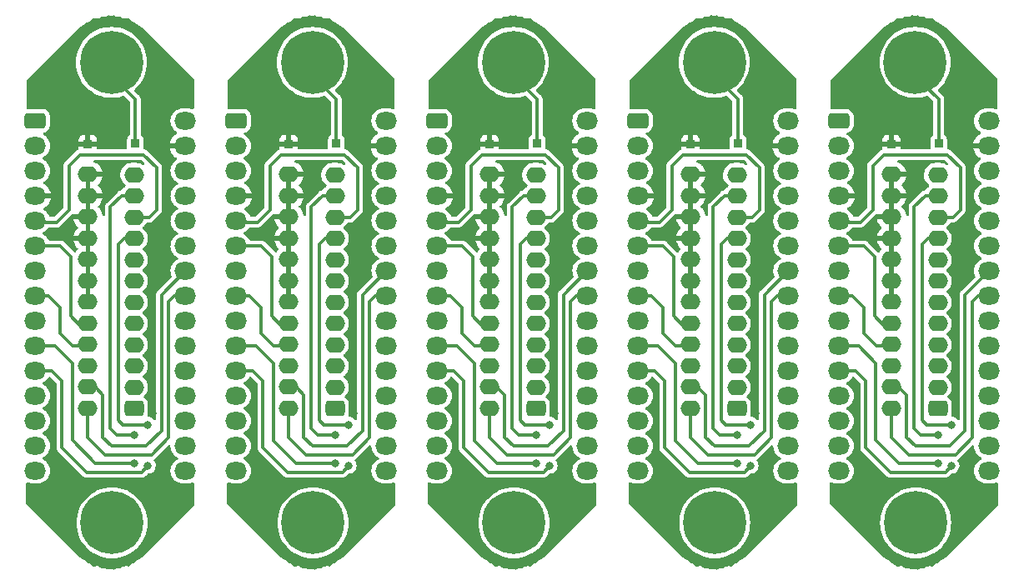
<source format=gbl>
G04 #@! TF.GenerationSoftware,KiCad,Pcbnew,6.0.1-79c1e3a40b~116~ubuntu20.04.1*
G04 #@! TF.CreationDate,2022-01-18T16:31:28+01:00*
G04 #@! TF.ProjectId,5xNano_GPIB,35784e61-6e6f-45f4-9750-49422e6b6963,rev?*
G04 #@! TF.SameCoordinates,Original*
G04 #@! TF.FileFunction,Copper,L2,Bot*
G04 #@! TF.FilePolarity,Positive*
%FSLAX46Y46*%
G04 Gerber Fmt 4.6, Leading zero omitted, Abs format (unit mm)*
G04 Created by KiCad (PCBNEW 6.0.1-79c1e3a40b~116~ubuntu20.04.1) date 2022-01-18 16:31:28*
%MOMM*%
%LPD*%
G01*
G04 APERTURE LIST*
G04 Aperture macros list*
%AMRoundRect*
0 Rectangle with rounded corners*
0 $1 Rounding radius*
0 $2 $3 $4 $5 $6 $7 $8 $9 X,Y pos of 4 corners*
0 Add a 4 corners polygon primitive as box body*
4,1,4,$2,$3,$4,$5,$6,$7,$8,$9,$2,$3,0*
0 Add four circle primitives for the rounded corners*
1,1,$1+$1,$2,$3*
1,1,$1+$1,$4,$5*
1,1,$1+$1,$6,$7*
1,1,$1+$1,$8,$9*
0 Add four rect primitives between the rounded corners*
20,1,$1+$1,$2,$3,$4,$5,0*
20,1,$1+$1,$4,$5,$6,$7,0*
20,1,$1+$1,$6,$7,$8,$9,0*
20,1,$1+$1,$8,$9,$2,$3,0*%
G04 Aperture macros list end*
G04 #@! TA.AperFunction,ComponentPad*
%ADD10RoundRect,0.400000X-0.700000X-0.400000X0.700000X-0.400000X0.700000X0.400000X-0.700000X0.400000X0*%
G04 #@! TD*
G04 #@! TA.AperFunction,ComponentPad*
%ADD11O,2.200000X1.800000*%
G04 #@! TD*
G04 #@! TA.AperFunction,ComponentPad*
%ADD12R,0.850000X0.850000*%
G04 #@! TD*
G04 #@! TA.AperFunction,ComponentPad*
%ADD13RoundRect,0.400000X0.600000X-0.400000X0.600000X0.400000X-0.600000X0.400000X-0.600000X-0.400000X0*%
G04 #@! TD*
G04 #@! TA.AperFunction,ComponentPad*
%ADD14O,2.000000X1.600000*%
G04 #@! TD*
G04 #@! TA.AperFunction,ComponentPad*
%ADD15C,6.400000*%
G04 #@! TD*
G04 #@! TA.AperFunction,ComponentPad*
%ADD16C,0.800000*%
G04 #@! TD*
G04 #@! TA.AperFunction,ViaPad*
%ADD17C,0.800000*%
G04 #@! TD*
G04 #@! TA.AperFunction,Conductor*
%ADD18C,0.300000*%
G04 #@! TD*
G04 APERTURE END LIST*
D10*
X114265000Y-83540000D03*
D11*
X114265000Y-86080000D03*
X114265000Y-88620000D03*
X114265000Y-91160000D03*
X114265000Y-93700000D03*
X114265000Y-96240000D03*
X114265000Y-98780000D03*
X114265000Y-101320000D03*
X114265000Y-103860000D03*
X114265000Y-106400000D03*
X114265000Y-108940000D03*
X114265000Y-111480000D03*
X114265000Y-114020000D03*
X114265000Y-116560000D03*
X114265000Y-119100000D03*
X129505000Y-119100000D03*
X129505000Y-116560000D03*
X129505000Y-114020000D03*
X129505000Y-111480000D03*
X129505000Y-108940000D03*
X129505000Y-106400000D03*
X129505000Y-103860000D03*
X129505000Y-101320000D03*
X129505000Y-98780000D03*
X129505000Y-96240000D03*
X129505000Y-93700000D03*
X129505000Y-91160000D03*
X129505000Y-88620000D03*
X129505000Y-86080000D03*
X129505000Y-83540000D03*
D12*
X104015439Y-85829447D03*
X78805439Y-85889447D03*
D13*
X144700000Y-112759000D03*
D14*
X144700000Y-110600000D03*
X144700000Y-108441000D03*
X144700000Y-106282000D03*
X144700000Y-104123000D03*
X144700000Y-101964000D03*
X144700000Y-99805000D03*
X144700000Y-97646000D03*
X144700000Y-95487000D03*
X144700000Y-93328000D03*
X144700000Y-91169000D03*
X144700000Y-89010000D03*
X140020000Y-112734500D03*
X140020000Y-110575500D03*
X140020000Y-108416500D03*
X140020000Y-106257500D03*
X140020000Y-104098500D03*
X140020000Y-101939500D03*
X140020000Y-99780500D03*
X140020000Y-97621500D03*
X140020000Y-95462500D03*
X140020000Y-93303500D03*
X140020000Y-91144500D03*
X140020000Y-88985500D03*
D12*
X99205439Y-85889447D03*
D15*
X101607000Y-77602000D03*
D16*
X99909944Y-79299056D03*
X101607000Y-80002000D03*
X101607000Y-75202000D03*
X103304056Y-75904944D03*
X104007000Y-77602000D03*
X103304056Y-79299056D03*
X99207000Y-77602000D03*
X99909944Y-75904944D03*
D10*
X155065000Y-83540000D03*
D11*
X155065000Y-86080000D03*
X155065000Y-88620000D03*
X155065000Y-91160000D03*
X155065000Y-93700000D03*
X155065000Y-96240000D03*
X155065000Y-98780000D03*
X155065000Y-101320000D03*
X155065000Y-103860000D03*
X155065000Y-106400000D03*
X155065000Y-108940000D03*
X155065000Y-111480000D03*
X155065000Y-114020000D03*
X155065000Y-116560000D03*
X155065000Y-119100000D03*
X170305000Y-119100000D03*
X170305000Y-116560000D03*
X170305000Y-114020000D03*
X170305000Y-111480000D03*
X170305000Y-108940000D03*
X170305000Y-106400000D03*
X170305000Y-103860000D03*
X170305000Y-101320000D03*
X170305000Y-98780000D03*
X170305000Y-96240000D03*
X170305000Y-93700000D03*
X170305000Y-91160000D03*
X170305000Y-88620000D03*
X170305000Y-86080000D03*
X170305000Y-83540000D03*
D16*
X144154056Y-126079056D03*
X140057000Y-124382000D03*
X140759944Y-122684944D03*
X142457000Y-121982000D03*
X142457000Y-126782000D03*
X144154056Y-122684944D03*
D15*
X142457000Y-124382000D03*
D16*
X144857000Y-124382000D03*
X140759944Y-126079056D03*
X160457000Y-124382000D03*
D15*
X162857000Y-124382000D03*
D16*
X161159944Y-122684944D03*
X164554056Y-126079056D03*
X165257000Y-124382000D03*
X162857000Y-126782000D03*
X161159944Y-126079056D03*
X164554056Y-122684944D03*
X162857000Y-121982000D03*
D12*
X165215439Y-85829447D03*
X124415439Y-85829447D03*
D16*
X120309944Y-75904944D03*
X119607000Y-77602000D03*
D15*
X122007000Y-77602000D03*
D16*
X122007000Y-80002000D03*
X123704056Y-75904944D03*
X124407000Y-77602000D03*
X123704056Y-79299056D03*
X122007000Y-75202000D03*
X120309944Y-79299056D03*
D12*
X119605439Y-85889447D03*
D10*
X73465000Y-83540000D03*
D11*
X73465000Y-86080000D03*
X73465000Y-88620000D03*
X73465000Y-91160000D03*
X73465000Y-93700000D03*
X73465000Y-96240000D03*
X73465000Y-98780000D03*
X73465000Y-101320000D03*
X73465000Y-103860000D03*
X73465000Y-106400000D03*
X73465000Y-108940000D03*
X73465000Y-111480000D03*
X73465000Y-114020000D03*
X73465000Y-116560000D03*
X73465000Y-119100000D03*
X88705000Y-119100000D03*
X88705000Y-116560000D03*
X88705000Y-114020000D03*
X88705000Y-111480000D03*
X88705000Y-108940000D03*
X88705000Y-106400000D03*
X88705000Y-103860000D03*
X88705000Y-101320000D03*
X88705000Y-98780000D03*
X88705000Y-96240000D03*
X88705000Y-93700000D03*
X88705000Y-91160000D03*
X88705000Y-88620000D03*
X88705000Y-86080000D03*
X88705000Y-83540000D03*
D16*
X140007000Y-77602000D03*
X144807000Y-77602000D03*
X140709944Y-75904944D03*
X142407000Y-75202000D03*
X144104056Y-75904944D03*
D15*
X142407000Y-77602000D03*
D16*
X144104056Y-79299056D03*
X142407000Y-80002000D03*
X140709944Y-79299056D03*
X120359944Y-122684944D03*
X124457000Y-124382000D03*
D15*
X122057000Y-124382000D03*
D16*
X123754056Y-126079056D03*
X122057000Y-126782000D03*
X119657000Y-124382000D03*
X123754056Y-122684944D03*
X122057000Y-121982000D03*
X120359944Y-126079056D03*
D15*
X81207000Y-77602000D03*
D16*
X81207000Y-80002000D03*
X79509944Y-75904944D03*
X83607000Y-77602000D03*
X82904056Y-79299056D03*
X81207000Y-75202000D03*
X82904056Y-75904944D03*
X78807000Y-77602000D03*
X79509944Y-79299056D03*
D12*
X140005439Y-85889447D03*
D13*
X165100000Y-112759000D03*
D14*
X165100000Y-110600000D03*
X165100000Y-108441000D03*
X165100000Y-106282000D03*
X165100000Y-104123000D03*
X165100000Y-101964000D03*
X165100000Y-99805000D03*
X165100000Y-97646000D03*
X165100000Y-95487000D03*
X165100000Y-93328000D03*
X165100000Y-91169000D03*
X165100000Y-89010000D03*
X160420000Y-112734500D03*
X160420000Y-110575500D03*
X160420000Y-108416500D03*
X160420000Y-106257500D03*
X160420000Y-104098500D03*
X160420000Y-101939500D03*
X160420000Y-99780500D03*
X160420000Y-97621500D03*
X160420000Y-95462500D03*
X160420000Y-93303500D03*
X160420000Y-91144500D03*
X160420000Y-88985500D03*
D10*
X93865000Y-83540000D03*
D11*
X93865000Y-86080000D03*
X93865000Y-88620000D03*
X93865000Y-91160000D03*
X93865000Y-93700000D03*
X93865000Y-96240000D03*
X93865000Y-98780000D03*
X93865000Y-101320000D03*
X93865000Y-103860000D03*
X93865000Y-106400000D03*
X93865000Y-108940000D03*
X93865000Y-111480000D03*
X93865000Y-114020000D03*
X93865000Y-116560000D03*
X93865000Y-119100000D03*
X109105000Y-119100000D03*
X109105000Y-116560000D03*
X109105000Y-114020000D03*
X109105000Y-111480000D03*
X109105000Y-108940000D03*
X109105000Y-106400000D03*
X109105000Y-103860000D03*
X109105000Y-101320000D03*
X109105000Y-98780000D03*
X109105000Y-96240000D03*
X109105000Y-93700000D03*
X109105000Y-91160000D03*
X109105000Y-88620000D03*
X109105000Y-86080000D03*
X109105000Y-83540000D03*
D16*
X78857000Y-124382000D03*
X79559944Y-126079056D03*
X79559944Y-122684944D03*
X83657000Y-124382000D03*
X82954056Y-122684944D03*
X81257000Y-121982000D03*
X82954056Y-126079056D03*
X81257000Y-126782000D03*
D15*
X81257000Y-124382000D03*
D10*
X134665000Y-83540000D03*
D11*
X134665000Y-86080000D03*
X134665000Y-88620000D03*
X134665000Y-91160000D03*
X134665000Y-93700000D03*
X134665000Y-96240000D03*
X134665000Y-98780000D03*
X134665000Y-101320000D03*
X134665000Y-103860000D03*
X134665000Y-106400000D03*
X134665000Y-108940000D03*
X134665000Y-111480000D03*
X134665000Y-114020000D03*
X134665000Y-116560000D03*
X134665000Y-119100000D03*
X149905000Y-119100000D03*
X149905000Y-116560000D03*
X149905000Y-114020000D03*
X149905000Y-111480000D03*
X149905000Y-108940000D03*
X149905000Y-106400000D03*
X149905000Y-103860000D03*
X149905000Y-101320000D03*
X149905000Y-98780000D03*
X149905000Y-96240000D03*
X149905000Y-93700000D03*
X149905000Y-91160000D03*
X149905000Y-88620000D03*
X149905000Y-86080000D03*
X149905000Y-83540000D03*
D13*
X83500000Y-112759000D03*
D14*
X83500000Y-110600000D03*
X83500000Y-108441000D03*
X83500000Y-106282000D03*
X83500000Y-104123000D03*
X83500000Y-101964000D03*
X83500000Y-99805000D03*
X83500000Y-97646000D03*
X83500000Y-95487000D03*
X83500000Y-93328000D03*
X83500000Y-91169000D03*
X83500000Y-89010000D03*
X78820000Y-112734500D03*
X78820000Y-110575500D03*
X78820000Y-108416500D03*
X78820000Y-106257500D03*
X78820000Y-104098500D03*
X78820000Y-101939500D03*
X78820000Y-99780500D03*
X78820000Y-97621500D03*
X78820000Y-95462500D03*
X78820000Y-93303500D03*
X78820000Y-91144500D03*
X78820000Y-88985500D03*
D16*
X99257000Y-124382000D03*
X99959944Y-126079056D03*
X101657000Y-121982000D03*
X101657000Y-126782000D03*
X103354056Y-126079056D03*
X99959944Y-122684944D03*
X104057000Y-124382000D03*
X103354056Y-122684944D03*
D15*
X101657000Y-124382000D03*
D12*
X83615439Y-85829447D03*
X160405439Y-85889447D03*
D16*
X165207000Y-77602000D03*
X164504056Y-79299056D03*
X164504056Y-75904944D03*
X162807000Y-80002000D03*
X160407000Y-77602000D03*
X162807000Y-75202000D03*
D15*
X162807000Y-77602000D03*
D16*
X161109944Y-79299056D03*
X161109944Y-75904944D03*
D12*
X144815439Y-85829447D03*
D13*
X124300000Y-112759000D03*
D14*
X124300000Y-110600000D03*
X124300000Y-108441000D03*
X124300000Y-106282000D03*
X124300000Y-104123000D03*
X124300000Y-101964000D03*
X124300000Y-99805000D03*
X124300000Y-97646000D03*
X124300000Y-95487000D03*
X124300000Y-93328000D03*
X124300000Y-91169000D03*
X124300000Y-89010000D03*
X119620000Y-112734500D03*
X119620000Y-110575500D03*
X119620000Y-108416500D03*
X119620000Y-106257500D03*
X119620000Y-104098500D03*
X119620000Y-101939500D03*
X119620000Y-99780500D03*
X119620000Y-97621500D03*
X119620000Y-95462500D03*
X119620000Y-93303500D03*
X119620000Y-91144500D03*
X119620000Y-88985500D03*
D13*
X103900000Y-112759000D03*
D14*
X103900000Y-110600000D03*
X103900000Y-108441000D03*
X103900000Y-106282000D03*
X103900000Y-104123000D03*
X103900000Y-101964000D03*
X103900000Y-99805000D03*
X103900000Y-97646000D03*
X103900000Y-95487000D03*
X103900000Y-93328000D03*
X103900000Y-91169000D03*
X103900000Y-89010000D03*
X99220000Y-112734500D03*
X99220000Y-110575500D03*
X99220000Y-108416500D03*
X99220000Y-106257500D03*
X99220000Y-104098500D03*
X99220000Y-101939500D03*
X99220000Y-99780500D03*
X99220000Y-97621500D03*
X99220000Y-95462500D03*
X99220000Y-93303500D03*
X99220000Y-91144500D03*
X99220000Y-88985500D03*
D17*
X134747000Y-81752000D03*
X94777000Y-78912000D03*
X156017000Y-123202000D03*
X155137000Y-120972000D03*
X134737000Y-120972000D03*
X85357000Y-113282000D03*
X126157000Y-113282000D03*
X93947000Y-81752000D03*
X114347000Y-81752000D03*
X169457000Y-79052000D03*
X149057000Y-79052000D03*
X166957000Y-113282000D03*
X169497000Y-123172000D03*
X129637000Y-81812000D03*
X150007000Y-121112000D03*
X128657000Y-79052000D03*
X109237000Y-81812000D03*
X115177000Y-78912000D03*
X129607000Y-121112000D03*
X170407000Y-121112000D03*
X135617000Y-123202000D03*
X114337000Y-120972000D03*
X74377000Y-78912000D03*
X108297000Y-123172000D03*
X73537000Y-120972000D03*
X88837000Y-81812000D03*
X155977000Y-78912000D03*
X94817000Y-123202000D03*
X146557000Y-113282000D03*
X105757000Y-113282000D03*
X88807000Y-121112000D03*
X87857000Y-79052000D03*
X128697000Y-123172000D03*
X93937000Y-120972000D03*
X108257000Y-79052000D03*
X115217000Y-123202000D03*
X150037000Y-81812000D03*
X109207000Y-121112000D03*
X73547000Y-81752000D03*
X149097000Y-123172000D03*
X135577000Y-78912000D03*
X74417000Y-123202000D03*
X170437000Y-81812000D03*
X155147000Y-81752000D03*
X87897000Y-123172000D03*
X83498000Y-118338000D03*
X124298000Y-118338000D03*
X83498000Y-115417000D03*
X144698000Y-118338000D03*
X144698000Y-115417000D03*
X124298000Y-115417000D03*
X103898000Y-115417000D03*
X103898000Y-118338000D03*
X165098000Y-115417000D03*
X165098000Y-118338000D03*
X166495000Y-114401000D03*
X105295000Y-114401000D03*
X166495000Y-118592000D03*
X125695000Y-118592000D03*
X146095000Y-114401000D03*
X84895000Y-118592000D03*
X84895000Y-114401000D03*
X146095000Y-118592000D03*
X125695000Y-114401000D03*
X105295000Y-118592000D03*
D18*
X78811700Y-102069300D02*
X78799000Y-102082000D01*
X119611700Y-102069300D02*
X119599000Y-102082000D01*
X99211700Y-102069300D02*
X99199000Y-102082000D01*
X160411700Y-102069300D02*
X160399000Y-102082000D01*
X140011700Y-102069300D02*
X139999000Y-102082000D01*
X140011700Y-91172700D02*
X140011700Y-102069300D01*
X160411700Y-91172700D02*
X160411700Y-102069300D01*
X99211700Y-91172700D02*
X99211700Y-102069300D01*
X119611700Y-91172700D02*
X119611700Y-102069300D01*
X78811700Y-91172700D02*
X78811700Y-102069300D01*
X138094000Y-92557000D02*
X136824000Y-93827000D01*
X76894000Y-88112000D02*
X76894000Y-92557000D01*
X96024000Y-93827000D02*
X93865000Y-93827000D01*
X84449000Y-86969000D02*
X78037000Y-86969000D01*
X117694000Y-88112000D02*
X117694000Y-92557000D01*
X117694000Y-92557000D02*
X116424000Y-93827000D01*
X126587000Y-88307000D02*
X125249000Y-86969000D01*
X97294000Y-92557000D02*
X96024000Y-93827000D01*
X145649000Y-86969000D02*
X139237000Y-86969000D01*
X126587000Y-92567000D02*
X126587000Y-88307000D01*
X85022300Y-93331700D02*
X85787000Y-92567000D01*
X165212300Y-93331700D02*
X166622300Y-93331700D01*
X166049000Y-86969000D02*
X159637000Y-86969000D01*
X116424000Y-93827000D02*
X114265000Y-93827000D01*
X139237000Y-86969000D02*
X138094000Y-88112000D01*
X138094000Y-88112000D02*
X138094000Y-92557000D01*
X167387000Y-88307000D02*
X166049000Y-86969000D01*
X106187000Y-92567000D02*
X106187000Y-88307000D01*
X98437000Y-86969000D02*
X97294000Y-88112000D01*
X146987000Y-88307000D02*
X145649000Y-86969000D01*
X124412300Y-93331700D02*
X125822300Y-93331700D01*
X78037000Y-86969000D02*
X76894000Y-88112000D01*
X146222300Y-93331700D02*
X146987000Y-92567000D01*
X166622300Y-93331700D02*
X167387000Y-92567000D01*
X159637000Y-86969000D02*
X158494000Y-88112000D01*
X158494000Y-88112000D02*
X158494000Y-92557000D01*
X118837000Y-86969000D02*
X117694000Y-88112000D01*
X76894000Y-92557000D02*
X75624000Y-93827000D01*
X157224000Y-93827000D02*
X155065000Y-93827000D01*
X106187000Y-88307000D02*
X104849000Y-86969000D01*
X125822300Y-93331700D02*
X126587000Y-92567000D01*
X97294000Y-88112000D02*
X97294000Y-92557000D01*
X83612300Y-93331700D02*
X85022300Y-93331700D01*
X125249000Y-86969000D02*
X118837000Y-86969000D01*
X136824000Y-93827000D02*
X134665000Y-93827000D01*
X146987000Y-92567000D02*
X146987000Y-88307000D01*
X144812300Y-93331700D02*
X146222300Y-93331700D01*
X85787000Y-92567000D02*
X85787000Y-88307000D01*
X158494000Y-92557000D02*
X157224000Y-93827000D01*
X104849000Y-86969000D02*
X98437000Y-86969000D01*
X104012300Y-93331700D02*
X105422300Y-93331700D01*
X85787000Y-88307000D02*
X84449000Y-86969000D01*
X75624000Y-93827000D02*
X73465000Y-93827000D01*
X105422300Y-93331700D02*
X106187000Y-92567000D01*
X167387000Y-92567000D02*
X167387000Y-88307000D01*
X96405000Y-96240000D02*
X97487000Y-97322000D01*
X159561000Y-104241000D02*
X160399000Y-104241000D01*
X137205000Y-96240000D02*
X138287000Y-97322000D01*
X158687000Y-103367000D02*
X159561000Y-104241000D01*
X117887000Y-97322000D02*
X117887000Y-103367000D01*
X93865000Y-96240000D02*
X96405000Y-96240000D01*
X138287000Y-97322000D02*
X138287000Y-103367000D01*
X97487000Y-97322000D02*
X97487000Y-103367000D01*
X77961000Y-104241000D02*
X78799000Y-104241000D01*
X139161000Y-104241000D02*
X139999000Y-104241000D01*
X114265000Y-96240000D02*
X116805000Y-96240000D01*
X157605000Y-96240000D02*
X158687000Y-97322000D01*
X118761000Y-104241000D02*
X119599000Y-104241000D01*
X116805000Y-96240000D02*
X117887000Y-97322000D01*
X117887000Y-103367000D02*
X118761000Y-104241000D01*
X97487000Y-103367000D02*
X98361000Y-104241000D01*
X76005000Y-96240000D02*
X77087000Y-97322000D01*
X138287000Y-103367000D02*
X139161000Y-104241000D01*
X134665000Y-96240000D02*
X137205000Y-96240000D01*
X77087000Y-103367000D02*
X77961000Y-104241000D01*
X98361000Y-104241000D02*
X99199000Y-104241000D01*
X158687000Y-97322000D02*
X158687000Y-103367000D01*
X155065000Y-96240000D02*
X157605000Y-96240000D01*
X77087000Y-97322000D02*
X77087000Y-103367000D01*
X73465000Y-96240000D02*
X76005000Y-96240000D01*
X116767000Y-102467000D02*
X116767000Y-105107000D01*
X77260000Y-106400000D02*
X78672000Y-106400000D01*
X75967000Y-105107000D02*
X77260000Y-106400000D01*
X96367000Y-102467000D02*
X96367000Y-105107000D01*
X114265000Y-101320000D02*
X115620000Y-101320000D01*
X157567000Y-105107000D02*
X158860000Y-106400000D01*
X97660000Y-106400000D02*
X99072000Y-106400000D01*
X138460000Y-106400000D02*
X139872000Y-106400000D01*
X115620000Y-101320000D02*
X116767000Y-102467000D01*
X158860000Y-106400000D02*
X160272000Y-106400000D01*
X93865000Y-101320000D02*
X95220000Y-101320000D01*
X137167000Y-105107000D02*
X138460000Y-106400000D01*
X156420000Y-101320000D02*
X157567000Y-102467000D01*
X118060000Y-106400000D02*
X119472000Y-106400000D01*
X95220000Y-101320000D02*
X96367000Y-102467000D01*
X75967000Y-102467000D02*
X75967000Y-105107000D01*
X96367000Y-105107000D02*
X97660000Y-106400000D01*
X73465000Y-101320000D02*
X74820000Y-101320000D01*
X136020000Y-101320000D02*
X137167000Y-102467000D01*
X116767000Y-105107000D02*
X118060000Y-106400000D01*
X155065000Y-101320000D02*
X156420000Y-101320000D01*
X134665000Y-101320000D02*
X136020000Y-101320000D01*
X74820000Y-101320000D02*
X75967000Y-102467000D01*
X157567000Y-102467000D02*
X157567000Y-105107000D01*
X137167000Y-102467000D02*
X137167000Y-105107000D01*
X81105439Y-92282561D02*
X82228000Y-91160000D01*
X138450000Y-108170000D02*
X136680000Y-106400000D01*
X121905439Y-114802439D02*
X121905439Y-92282561D01*
X83498000Y-118338000D02*
X79558000Y-118338000D01*
X97630000Y-116010000D02*
X97630000Y-108150000D01*
X77220000Y-108140000D02*
X75480000Y-106400000D01*
X83498000Y-115417000D02*
X81720000Y-115417000D01*
X138450000Y-116030000D02*
X138450000Y-108170000D01*
X118040000Y-108160000D02*
X116280000Y-106400000D01*
X120358000Y-118338000D02*
X118040000Y-116020000D01*
X158820000Y-116000000D02*
X158820000Y-108140000D01*
X162705439Y-92282561D02*
X163828000Y-91160000D01*
X123028000Y-91160000D02*
X124298000Y-91160000D01*
X122520000Y-115417000D02*
X121905439Y-114802439D01*
X102120000Y-115417000D02*
X101505439Y-114802439D01*
X163828000Y-91160000D02*
X165098000Y-91160000D01*
X102628000Y-91160000D02*
X103898000Y-91160000D01*
X142305439Y-92282561D02*
X143428000Y-91160000D01*
X124298000Y-115417000D02*
X122520000Y-115417000D01*
X116280000Y-106400000D02*
X114265000Y-106400000D01*
X157080000Y-106400000D02*
X155065000Y-106400000D01*
X144698000Y-118338000D02*
X140758000Y-118338000D01*
X75480000Y-106400000D02*
X73465000Y-106400000D01*
X136680000Y-106400000D02*
X134665000Y-106400000D01*
X121905439Y-92282561D02*
X123028000Y-91160000D01*
X140758000Y-118338000D02*
X138450000Y-116030000D01*
X95880000Y-106400000D02*
X93865000Y-106400000D01*
X142305439Y-114802439D02*
X142305439Y-92282561D01*
X81105439Y-114802439D02*
X81105439Y-92282561D01*
X79558000Y-118338000D02*
X77220000Y-116000000D01*
X142920000Y-115417000D02*
X142305439Y-114802439D01*
X103898000Y-115417000D02*
X102120000Y-115417000D01*
X144698000Y-115417000D02*
X142920000Y-115417000D01*
X158820000Y-108140000D02*
X157080000Y-106400000D01*
X82228000Y-91160000D02*
X83498000Y-91160000D01*
X143428000Y-91160000D02*
X144698000Y-91160000D01*
X81720000Y-115417000D02*
X81105439Y-114802439D01*
X165098000Y-115417000D02*
X163320000Y-115417000D01*
X77220000Y-116000000D02*
X77220000Y-108140000D01*
X103898000Y-118338000D02*
X99958000Y-118338000D01*
X118040000Y-116020000D02*
X118040000Y-108160000D01*
X101505439Y-92282561D02*
X102628000Y-91160000D01*
X165098000Y-118338000D02*
X161158000Y-118338000D01*
X124298000Y-118338000D02*
X120358000Y-118338000D01*
X97630000Y-108150000D02*
X95880000Y-106400000D01*
X163320000Y-115417000D02*
X162705439Y-114802439D01*
X161158000Y-118338000D02*
X158820000Y-116000000D01*
X162705439Y-114802439D02*
X162705439Y-92282561D01*
X99958000Y-118338000D02*
X97630000Y-116010000D01*
X101505439Y-114802439D02*
X101505439Y-92282561D01*
X102317000Y-113963000D02*
X102317000Y-96043000D01*
X163955000Y-114401000D02*
X163517000Y-113963000D01*
X102317000Y-96043000D02*
X102882000Y-95478000D01*
X136340000Y-108940000D02*
X134665000Y-108940000D01*
X119472000Y-119227000D02*
X116977000Y-116732000D01*
X96577000Y-109977000D02*
X95540000Y-108940000D01*
X166495000Y-118592000D02*
X165860000Y-119227000D01*
X104660000Y-119227000D02*
X99072000Y-119227000D01*
X165860000Y-119227000D02*
X160272000Y-119227000D01*
X146095000Y-114401000D02*
X143555000Y-114401000D01*
X164082000Y-95478000D02*
X165098000Y-95478000D01*
X102882000Y-95478000D02*
X103898000Y-95478000D01*
X123282000Y-95478000D02*
X124298000Y-95478000D01*
X166495000Y-114401000D02*
X163955000Y-114401000D01*
X137377000Y-116732000D02*
X137377000Y-109977000D01*
X125695000Y-118592000D02*
X125060000Y-119227000D01*
X95540000Y-108940000D02*
X93865000Y-108940000D01*
X96577000Y-116732000D02*
X96577000Y-109977000D01*
X81917000Y-113963000D02*
X81917000Y-96043000D01*
X157777000Y-109977000D02*
X156740000Y-108940000D01*
X157777000Y-116732000D02*
X157777000Y-109977000D01*
X139872000Y-119227000D02*
X137377000Y-116732000D01*
X123155000Y-114401000D02*
X122717000Y-113963000D01*
X143555000Y-114401000D02*
X143117000Y-113963000D01*
X105295000Y-118592000D02*
X104660000Y-119227000D01*
X115940000Y-108940000D02*
X114265000Y-108940000D01*
X160272000Y-119227000D02*
X157777000Y-116732000D01*
X76177000Y-109977000D02*
X75140000Y-108940000D01*
X105295000Y-114401000D02*
X102755000Y-114401000D01*
X84260000Y-119227000D02*
X78672000Y-119227000D01*
X102755000Y-114401000D02*
X102317000Y-113963000D01*
X82482000Y-95478000D02*
X83498000Y-95478000D01*
X137377000Y-109977000D02*
X136340000Y-108940000D01*
X145460000Y-119227000D02*
X139872000Y-119227000D01*
X163517000Y-96043000D02*
X164082000Y-95478000D01*
X116977000Y-109977000D02*
X115940000Y-108940000D01*
X84895000Y-114401000D02*
X82355000Y-114401000D01*
X143682000Y-95478000D02*
X144698000Y-95478000D01*
X125060000Y-119227000D02*
X119472000Y-119227000D01*
X81917000Y-96043000D02*
X82482000Y-95478000D01*
X116977000Y-116732000D02*
X116977000Y-109977000D01*
X75140000Y-108940000D02*
X73465000Y-108940000D01*
X122717000Y-96043000D02*
X123282000Y-95478000D01*
X99072000Y-119227000D02*
X96577000Y-116732000D01*
X84895000Y-118592000D02*
X84260000Y-119227000D01*
X143117000Y-113963000D02*
X143117000Y-96043000D01*
X125695000Y-114401000D02*
X123155000Y-114401000D01*
X76177000Y-116732000D02*
X76177000Y-109977000D01*
X122717000Y-113963000D02*
X122717000Y-96043000D01*
X143117000Y-96043000D02*
X143682000Y-95478000D01*
X156740000Y-108940000D02*
X155065000Y-108940000D01*
X146095000Y-118592000D02*
X145460000Y-119227000D01*
X82355000Y-114401000D02*
X81917000Y-113963000D01*
X78672000Y-119227000D02*
X76177000Y-116732000D01*
X163517000Y-113963000D02*
X163517000Y-96043000D01*
X144815439Y-85829447D02*
X144815439Y-81350469D01*
X144815439Y-81350469D02*
X142407000Y-78942030D01*
X165215439Y-85829447D02*
X165215439Y-81350469D01*
X124415439Y-81350469D02*
X122007000Y-78942030D01*
X104015439Y-85829447D02*
X104015439Y-81350469D01*
X165215439Y-81350469D02*
X162807000Y-78942030D01*
X104015439Y-81350469D02*
X101607000Y-78942030D01*
X124415439Y-85829447D02*
X124415439Y-81350469D01*
X83615439Y-81350469D02*
X81207000Y-78942030D01*
X83615439Y-85829447D02*
X83615439Y-81350469D01*
X148205439Y-101876561D02*
X148762000Y-101320000D01*
X78811700Y-115683700D02*
X80577000Y-117449000D01*
X168605439Y-101876561D02*
X169162000Y-101320000D01*
X121377000Y-117449000D02*
X126076000Y-117449000D01*
X140011700Y-112864300D02*
X140011700Y-115683700D01*
X126076000Y-117449000D02*
X127805439Y-115719561D01*
X87562000Y-101320000D02*
X88705000Y-101320000D01*
X107405439Y-115719561D02*
X107405439Y-101876561D01*
X107405439Y-101876561D02*
X107962000Y-101320000D01*
X99211700Y-115683700D02*
X100977000Y-117449000D01*
X166876000Y-117449000D02*
X168605439Y-115719561D01*
X85276000Y-117449000D02*
X87005439Y-115719561D01*
X80577000Y-117449000D02*
X85276000Y-117449000D01*
X119611700Y-115683700D02*
X121377000Y-117449000D01*
X105676000Y-117449000D02*
X107405439Y-115719561D01*
X146476000Y-117449000D02*
X148205439Y-115719561D01*
X141777000Y-117449000D02*
X146476000Y-117449000D01*
X107962000Y-101320000D02*
X109105000Y-101320000D01*
X168605439Y-115719561D02*
X168605439Y-101876561D01*
X169162000Y-101320000D02*
X170305000Y-101320000D01*
X148205439Y-115719561D02*
X148205439Y-101876561D01*
X128362000Y-101320000D02*
X129505000Y-101320000D01*
X99211700Y-112864300D02*
X99211700Y-115683700D01*
X127805439Y-101876561D02*
X128362000Y-101320000D01*
X87005439Y-115719561D02*
X87005439Y-101876561D01*
X160411700Y-112864300D02*
X160411700Y-115683700D01*
X78811700Y-112864300D02*
X78811700Y-115683700D01*
X87005439Y-101876561D02*
X87562000Y-101320000D01*
X119611700Y-112864300D02*
X119611700Y-115683700D01*
X162177000Y-117449000D02*
X166876000Y-117449000D01*
X148762000Y-101320000D02*
X149905000Y-101320000D01*
X140011700Y-115683700D02*
X141777000Y-117449000D01*
X127805439Y-115719561D02*
X127805439Y-101876561D01*
X160411700Y-115683700D02*
X162177000Y-117449000D01*
X100977000Y-117449000D02*
X105676000Y-117449000D01*
X167887000Y-114997886D02*
X167887000Y-101198000D01*
X140875300Y-110705300D02*
X141525439Y-111355439D01*
X79675300Y-110705300D02*
X80325439Y-111355439D01*
X162812000Y-116560000D02*
X166324886Y-116560000D01*
X101612000Y-116560000D02*
X105124886Y-116560000D01*
X121125439Y-115673439D02*
X122012000Y-116560000D01*
X161275300Y-110705300D02*
X161925439Y-111355439D01*
X141525439Y-115673439D02*
X142412000Y-116560000D01*
X80325439Y-111355439D02*
X80325439Y-115673439D01*
X145924886Y-116560000D02*
X147487000Y-114997886D01*
X120475300Y-110705300D02*
X121125439Y-111355439D01*
X81212000Y-116560000D02*
X84724886Y-116560000D01*
X106687000Y-114997886D02*
X106687000Y-101198000D01*
X142412000Y-116560000D02*
X145924886Y-116560000D01*
X127087000Y-101198000D02*
X129505000Y-98780000D01*
X141525439Y-111355439D02*
X141525439Y-115673439D01*
X140011700Y-110705300D02*
X140875300Y-110705300D01*
X167887000Y-101198000D02*
X170305000Y-98780000D01*
X125524886Y-116560000D02*
X127087000Y-114997886D01*
X100075300Y-110705300D02*
X100725439Y-111355439D01*
X86287000Y-101198000D02*
X88705000Y-98780000D01*
X80325439Y-115673439D02*
X81212000Y-116560000D01*
X127087000Y-114997886D02*
X127087000Y-101198000D01*
X100725439Y-111355439D02*
X100725439Y-115673439D01*
X105124886Y-116560000D02*
X106687000Y-114997886D01*
X121125439Y-111355439D02*
X121125439Y-115673439D01*
X161925439Y-111355439D02*
X161925439Y-115673439D01*
X122012000Y-116560000D02*
X125524886Y-116560000D01*
X84724886Y-116560000D02*
X86287000Y-114997886D01*
X106687000Y-101198000D02*
X109105000Y-98780000D01*
X147487000Y-101198000D02*
X149905000Y-98780000D01*
X160411700Y-110705300D02*
X161275300Y-110705300D01*
X100725439Y-115673439D02*
X101612000Y-116560000D01*
X78811700Y-110705300D02*
X79675300Y-110705300D01*
X166324886Y-116560000D02*
X167887000Y-114997886D01*
X99211700Y-110705300D02*
X100075300Y-110705300D01*
X161925439Y-115673439D02*
X162812000Y-116560000D01*
X147487000Y-114997886D02*
X147487000Y-101198000D01*
X86287000Y-114997886D02*
X86287000Y-101198000D01*
X119611700Y-110705300D02*
X120475300Y-110705300D01*
G04 #@! TA.AperFunction,Conductor*
G36*
X156578490Y-109558254D02*
G01*
X156589519Y-109568044D01*
X157190181Y-110168706D01*
X157223666Y-110230029D01*
X157226500Y-110256387D01*
X157226500Y-116717043D01*
X157226391Y-116722235D01*
X157223790Y-116784294D01*
X157225721Y-116792525D01*
X157225721Y-116792529D01*
X157233747Y-116826747D01*
X157235876Y-116838232D01*
X157241794Y-116881432D01*
X157245151Y-116889189D01*
X157247834Y-116895389D01*
X157254758Y-116916325D01*
X157258232Y-116931136D01*
X157262305Y-116938544D01*
X157279238Y-116969346D01*
X157284376Y-116979835D01*
X157298337Y-117012097D01*
X157298340Y-117012102D01*
X157301695Y-117019855D01*
X157307012Y-117026421D01*
X157307013Y-117026423D01*
X157311267Y-117031676D01*
X157323557Y-117049965D01*
X157330893Y-117063308D01*
X157337897Y-117071422D01*
X157362509Y-117096034D01*
X157371194Y-117105679D01*
X157396614Y-117137070D01*
X157412084Y-117148064D01*
X157427934Y-117161459D01*
X159872142Y-119605666D01*
X159875737Y-119609414D01*
X159917799Y-119655156D01*
X159924983Y-119659610D01*
X159954862Y-119678136D01*
X159964490Y-119684753D01*
X159992484Y-119706002D01*
X159992487Y-119706004D01*
X159999217Y-119711112D01*
X160007075Y-119714223D01*
X160007080Y-119714226D01*
X160013355Y-119716710D01*
X160033056Y-119726618D01*
X160045986Y-119734635D01*
X160070287Y-119741695D01*
X160087858Y-119746800D01*
X160098909Y-119750584D01*
X160131592Y-119763524D01*
X160131595Y-119763525D01*
X160139453Y-119766636D01*
X160154582Y-119768226D01*
X160176217Y-119772471D01*
X160190825Y-119776715D01*
X160198324Y-119777266D01*
X160199240Y-119777333D01*
X160199242Y-119777333D01*
X160201515Y-119777500D01*
X160236322Y-119777500D01*
X160249283Y-119778179D01*
X160281048Y-119781518D01*
X160281051Y-119781518D01*
X160289454Y-119782401D01*
X160297784Y-119780992D01*
X160297787Y-119780992D01*
X160308167Y-119779236D01*
X160328846Y-119777500D01*
X165845043Y-119777500D01*
X165850236Y-119777609D01*
X165903846Y-119779856D01*
X165903847Y-119779856D01*
X165912294Y-119780210D01*
X165920525Y-119778279D01*
X165920529Y-119778279D01*
X165954747Y-119770253D01*
X165966232Y-119768124D01*
X165984088Y-119765678D01*
X166001060Y-119763353D01*
X166001061Y-119763353D01*
X166009432Y-119762206D01*
X166023390Y-119756166D01*
X166044325Y-119749242D01*
X166050903Y-119747699D01*
X166059136Y-119745768D01*
X166097348Y-119724761D01*
X166107835Y-119719624D01*
X166140097Y-119705663D01*
X166140102Y-119705660D01*
X166147855Y-119702305D01*
X166154421Y-119696988D01*
X166154423Y-119696987D01*
X166159676Y-119692733D01*
X166177965Y-119680443D01*
X166191308Y-119673107D01*
X166199422Y-119666103D01*
X166224034Y-119641491D01*
X166233679Y-119632806D01*
X166265070Y-119607386D01*
X166276064Y-119591916D01*
X166289459Y-119576066D01*
X166435396Y-119430129D01*
X166496719Y-119396644D01*
X166511833Y-119394321D01*
X166656981Y-119381112D01*
X166827782Y-119325615D01*
X166982044Y-119233657D01*
X167112099Y-119109807D01*
X167211483Y-118960222D01*
X167275257Y-118792336D01*
X167300251Y-118614493D01*
X167300565Y-118592000D01*
X167280546Y-118413528D01*
X167221485Y-118243927D01*
X167126799Y-118092398D01*
X167107967Y-118025114D01*
X167128501Y-117958330D01*
X167163871Y-117924324D01*
X167163855Y-117924305D01*
X167164080Y-117924123D01*
X167164081Y-117924122D01*
X167175676Y-117914733D01*
X167193965Y-117902443D01*
X167207308Y-117895107D01*
X167215422Y-117888103D01*
X167240034Y-117863491D01*
X167249679Y-117854806D01*
X167281070Y-117829386D01*
X167292064Y-117813916D01*
X167305459Y-117798066D01*
X167942066Y-117161459D01*
X168590903Y-116512621D01*
X168652226Y-116479136D01*
X168721918Y-116484120D01*
X168777851Y-116525992D01*
X168802112Y-116589494D01*
X168819365Y-116786692D01*
X168878261Y-117006496D01*
X168880548Y-117011400D01*
X168880550Y-117011406D01*
X168950522Y-117161459D01*
X168974432Y-117212734D01*
X168977539Y-117217171D01*
X168977540Y-117217173D01*
X169101847Y-117394704D01*
X169101851Y-117394708D01*
X169104953Y-117399139D01*
X169265861Y-117560047D01*
X169270292Y-117563149D01*
X169270296Y-117563153D01*
X169375965Y-117637142D01*
X169452266Y-117690568D01*
X169487149Y-117706834D01*
X169510275Y-117717618D01*
X169562714Y-117763790D01*
X169581866Y-117830984D01*
X169561650Y-117897865D01*
X169510276Y-117942382D01*
X169452266Y-117969432D01*
X169447829Y-117972539D01*
X169447827Y-117972540D01*
X169270296Y-118096847D01*
X169270292Y-118096851D01*
X169265861Y-118099953D01*
X169104953Y-118260861D01*
X169101851Y-118265292D01*
X169101847Y-118265296D01*
X169002639Y-118406982D01*
X168974432Y-118447266D01*
X168972142Y-118452177D01*
X168880550Y-118648594D01*
X168880548Y-118648600D01*
X168878261Y-118653504D01*
X168819365Y-118873308D01*
X168818894Y-118878693D01*
X168818893Y-118878698D01*
X168800004Y-119094605D01*
X168799532Y-119100000D01*
X168819365Y-119326692D01*
X168878261Y-119546496D01*
X168880548Y-119551400D01*
X168880550Y-119551406D01*
X168950916Y-119702305D01*
X168974432Y-119752734D01*
X168977539Y-119757171D01*
X168977540Y-119757173D01*
X169101847Y-119934704D01*
X169101851Y-119934708D01*
X169104953Y-119939139D01*
X169265861Y-120100047D01*
X169270292Y-120103149D01*
X169270296Y-120103153D01*
X169447827Y-120227460D01*
X169452266Y-120230568D01*
X169457177Y-120232858D01*
X169653594Y-120324450D01*
X169653600Y-120324452D01*
X169658504Y-120326739D01*
X169878308Y-120385635D01*
X169883693Y-120386106D01*
X169883698Y-120386107D01*
X170045515Y-120400264D01*
X170045522Y-120400264D01*
X170048216Y-120400500D01*
X170561784Y-120400500D01*
X170564478Y-120400264D01*
X170564485Y-120400264D01*
X170726302Y-120386107D01*
X170726307Y-120386106D01*
X170731692Y-120385635D01*
X170951496Y-120326739D01*
X170997709Y-120305190D01*
X171026912Y-120291572D01*
X171095990Y-120281080D01*
X171159774Y-120309600D01*
X171198013Y-120368076D01*
X171203317Y-120403871D01*
X171203883Y-121250146D01*
X171204763Y-122568629D01*
X171185124Y-122635680D01*
X171168340Y-122656497D01*
X170190035Y-123632387D01*
X166130030Y-127682369D01*
X166115619Y-127694696D01*
X165193854Y-128368288D01*
X165183622Y-128375015D01*
X164942518Y-128517026D01*
X164711427Y-128696516D01*
X164708627Y-128699333D01*
X164708625Y-128699335D01*
X164616716Y-128791809D01*
X164555496Y-128825482D01*
X164491759Y-128820381D01*
X164491368Y-128821903D01*
X164332177Y-128781030D01*
X164209075Y-128781030D01*
X164205215Y-128781518D01*
X164205209Y-128781518D01*
X164094683Y-128795481D01*
X164094682Y-128795481D01*
X164086942Y-128796459D01*
X164079690Y-128799330D01*
X164079687Y-128799331D01*
X164026522Y-128820381D01*
X163934129Y-128856962D01*
X163801163Y-128953567D01*
X163796191Y-128959577D01*
X163796190Y-128959578D01*
X163794221Y-128961959D01*
X163792205Y-128963321D01*
X163790502Y-128964920D01*
X163790244Y-128964645D01*
X163736322Y-129001067D01*
X163667839Y-129003024D01*
X163582177Y-128981030D01*
X163459075Y-128981030D01*
X163455215Y-128981518D01*
X163455209Y-128981518D01*
X163344683Y-128995481D01*
X163344682Y-128995481D01*
X163336942Y-128996459D01*
X163329690Y-128999330D01*
X163329687Y-128999331D01*
X163263189Y-129025660D01*
X163184129Y-129056962D01*
X163112493Y-129109008D01*
X163046687Y-129132487D01*
X162995644Y-129124254D01*
X162991368Y-129121903D01*
X162832177Y-129081030D01*
X162709075Y-129081030D01*
X162705215Y-129081518D01*
X162705209Y-129081518D01*
X162594683Y-129095481D01*
X162594682Y-129095481D01*
X162586942Y-129096459D01*
X162517424Y-129123983D01*
X162514671Y-129125073D01*
X162445093Y-129131449D01*
X162396140Y-129110098D01*
X162391077Y-129106419D01*
X162385393Y-129101082D01*
X162367147Y-129091051D01*
X162248203Y-129025660D01*
X162248199Y-129025658D01*
X162241368Y-129021903D01*
X162082177Y-128981030D01*
X161959075Y-128981030D01*
X161955215Y-128981518D01*
X161955209Y-128981518D01*
X161850776Y-128994711D01*
X161781798Y-128983584D01*
X161750352Y-128962082D01*
X161691076Y-128906419D01*
X161685393Y-128901082D01*
X161678565Y-128897328D01*
X161678562Y-128897326D01*
X161548203Y-128825660D01*
X161548199Y-128825658D01*
X161541368Y-128821903D01*
X161382177Y-128781030D01*
X161259075Y-128781030D01*
X161255215Y-128781518D01*
X161255209Y-128781518D01*
X161144683Y-128795481D01*
X161144682Y-128795481D01*
X161136942Y-128796459D01*
X161024853Y-128840838D01*
X160955277Y-128847215D01*
X160891258Y-128812958D01*
X160778670Y-128699678D01*
X160778660Y-128699669D01*
X160775867Y-128696859D01*
X160544776Y-128517368D01*
X160541350Y-128515350D01*
X160541344Y-128515346D01*
X160300117Y-128373264D01*
X160290490Y-128366975D01*
X159358325Y-127694350D01*
X159343122Y-127681395D01*
X156049911Y-124382000D01*
X159251559Y-124382000D01*
X159271310Y-124758871D01*
X159330347Y-125131613D01*
X159428022Y-125496143D01*
X159429180Y-125499159D01*
X159429182Y-125499166D01*
X159562102Y-125845434D01*
X159562106Y-125845442D01*
X159563266Y-125848465D01*
X159734597Y-126184720D01*
X159736363Y-126187440D01*
X159736368Y-126187448D01*
X159938365Y-126498497D01*
X159940137Y-126501225D01*
X159942178Y-126503745D01*
X159942182Y-126503751D01*
X160175595Y-126791992D01*
X160177635Y-126794511D01*
X160444489Y-127061365D01*
X160447006Y-127063403D01*
X160447008Y-127063405D01*
X160735249Y-127296818D01*
X160735255Y-127296822D01*
X160737775Y-127298863D01*
X160740498Y-127300631D01*
X160740503Y-127300635D01*
X161008843Y-127474897D01*
X161054279Y-127504403D01*
X161390535Y-127675734D01*
X161393558Y-127676894D01*
X161393566Y-127676898D01*
X161739834Y-127809818D01*
X161739841Y-127809820D01*
X161742857Y-127810978D01*
X162107387Y-127908653D01*
X162480129Y-127967690D01*
X162483361Y-127967859D01*
X162483367Y-127967860D01*
X162853756Y-127987271D01*
X162857000Y-127987441D01*
X162860244Y-127987271D01*
X163230633Y-127967860D01*
X163230639Y-127967859D01*
X163233871Y-127967690D01*
X163606613Y-127908653D01*
X163971143Y-127810978D01*
X163974159Y-127809820D01*
X163974166Y-127809818D01*
X164320434Y-127676898D01*
X164320442Y-127676894D01*
X164323465Y-127675734D01*
X164659721Y-127504403D01*
X164705157Y-127474897D01*
X164973497Y-127300635D01*
X164973502Y-127300631D01*
X164976225Y-127298863D01*
X164978745Y-127296822D01*
X164978751Y-127296818D01*
X165266992Y-127063405D01*
X165266994Y-127063403D01*
X165269511Y-127061365D01*
X165536365Y-126794511D01*
X165538405Y-126791992D01*
X165771818Y-126503751D01*
X165771822Y-126503745D01*
X165773863Y-126501225D01*
X165775635Y-126498497D01*
X165977632Y-126187448D01*
X165977637Y-126187440D01*
X165979403Y-126184720D01*
X166150734Y-125848465D01*
X166151894Y-125845442D01*
X166151898Y-125845434D01*
X166284818Y-125499166D01*
X166284820Y-125499159D01*
X166285978Y-125496143D01*
X166383653Y-125131613D01*
X166442690Y-124758871D01*
X166462441Y-124382000D01*
X166442690Y-124005129D01*
X166383653Y-123632387D01*
X166285978Y-123267857D01*
X166284818Y-123264834D01*
X166151898Y-122918566D01*
X166151894Y-122918558D01*
X166150734Y-122915535D01*
X165979403Y-122579280D01*
X165977637Y-122576560D01*
X165977632Y-122576552D01*
X165775635Y-122265503D01*
X165775631Y-122265498D01*
X165773863Y-122262775D01*
X165771822Y-122260255D01*
X165771818Y-122260249D01*
X165538405Y-121972008D01*
X165538403Y-121972006D01*
X165536365Y-121969489D01*
X165269511Y-121702635D01*
X165266992Y-121700595D01*
X164978751Y-121467182D01*
X164978745Y-121467178D01*
X164976225Y-121465137D01*
X164973502Y-121463369D01*
X164973497Y-121463365D01*
X164662448Y-121261368D01*
X164659721Y-121259597D01*
X164323465Y-121088266D01*
X164320442Y-121087106D01*
X164320434Y-121087102D01*
X163974166Y-120954182D01*
X163974159Y-120954180D01*
X163971143Y-120953022D01*
X163606613Y-120855347D01*
X163233871Y-120796310D01*
X163230639Y-120796141D01*
X163230633Y-120796140D01*
X162860244Y-120776729D01*
X162857000Y-120776559D01*
X162853756Y-120776729D01*
X162483367Y-120796140D01*
X162483361Y-120796141D01*
X162480129Y-120796310D01*
X162107387Y-120855347D01*
X161742857Y-120953022D01*
X161739841Y-120954180D01*
X161739834Y-120954182D01*
X161393566Y-121087102D01*
X161393558Y-121087106D01*
X161390535Y-121088266D01*
X161054280Y-121259597D01*
X161051560Y-121261363D01*
X161051552Y-121261368D01*
X160740503Y-121463365D01*
X160740498Y-121463369D01*
X160737775Y-121465137D01*
X160735255Y-121467178D01*
X160735249Y-121467182D01*
X160447008Y-121700595D01*
X160444489Y-121702635D01*
X160177635Y-121969489D01*
X160175597Y-121972006D01*
X160175595Y-121972008D01*
X159942182Y-122260249D01*
X159942178Y-122260255D01*
X159940137Y-122262775D01*
X159938369Y-122265498D01*
X159938365Y-122265503D01*
X159736368Y-122576552D01*
X159736363Y-122576560D01*
X159734597Y-122579280D01*
X159563266Y-122915535D01*
X159562106Y-122918558D01*
X159562102Y-122918566D01*
X159429182Y-123264834D01*
X159428022Y-123267857D01*
X159330347Y-123632387D01*
X159271310Y-124005129D01*
X159251559Y-124382000D01*
X156049911Y-124382000D01*
X154173656Y-122502221D01*
X154140229Y-122440868D01*
X154137420Y-122414437D01*
X154138494Y-121700595D01*
X154140464Y-120391540D01*
X154160250Y-120324532D01*
X154213122Y-120278856D01*
X154282296Y-120269017D01*
X154316869Y-120279346D01*
X154369525Y-120303899D01*
X154418504Y-120326739D01*
X154638308Y-120385635D01*
X154643693Y-120386106D01*
X154643698Y-120386107D01*
X154805515Y-120400264D01*
X154805522Y-120400264D01*
X154808216Y-120400500D01*
X155321784Y-120400500D01*
X155324478Y-120400264D01*
X155324485Y-120400264D01*
X155486302Y-120386107D01*
X155486307Y-120386106D01*
X155491692Y-120385635D01*
X155711496Y-120326739D01*
X155716400Y-120324452D01*
X155716406Y-120324450D01*
X155912823Y-120232858D01*
X155917734Y-120230568D01*
X155922173Y-120227460D01*
X156099704Y-120103153D01*
X156099708Y-120103149D01*
X156104139Y-120100047D01*
X156265047Y-119939139D01*
X156268149Y-119934708D01*
X156268153Y-119934704D01*
X156392460Y-119757173D01*
X156392461Y-119757171D01*
X156395568Y-119752734D01*
X156419084Y-119702305D01*
X156489450Y-119551406D01*
X156489452Y-119551400D01*
X156491739Y-119546496D01*
X156550635Y-119326692D01*
X156570468Y-119100000D01*
X156569996Y-119094605D01*
X156551107Y-118878698D01*
X156551106Y-118878693D01*
X156550635Y-118873308D01*
X156491739Y-118653504D01*
X156489452Y-118648600D01*
X156489450Y-118648594D01*
X156397858Y-118452177D01*
X156395568Y-118447266D01*
X156367361Y-118406982D01*
X156268153Y-118265296D01*
X156268149Y-118265292D01*
X156265047Y-118260861D01*
X156104139Y-118099953D01*
X156099708Y-118096851D01*
X156099704Y-118096847D01*
X155922173Y-117972540D01*
X155922171Y-117972539D01*
X155917734Y-117969432D01*
X155859724Y-117942382D01*
X155807286Y-117896210D01*
X155788134Y-117829016D01*
X155808350Y-117762135D01*
X155859725Y-117717618D01*
X155882852Y-117706834D01*
X155917734Y-117690568D01*
X155994035Y-117637142D01*
X156099704Y-117563153D01*
X156099708Y-117563149D01*
X156104139Y-117560047D01*
X156265047Y-117399139D01*
X156268149Y-117394708D01*
X156268153Y-117394704D01*
X156392460Y-117217173D01*
X156392461Y-117217171D01*
X156395568Y-117212734D01*
X156419478Y-117161459D01*
X156489450Y-117011406D01*
X156489452Y-117011400D01*
X156491739Y-117006496D01*
X156550635Y-116786692D01*
X156551106Y-116781307D01*
X156551107Y-116781302D01*
X156569996Y-116565395D01*
X156570468Y-116560000D01*
X156558403Y-116422094D01*
X156551107Y-116338698D01*
X156551106Y-116338693D01*
X156550635Y-116333308D01*
X156491739Y-116113504D01*
X156489452Y-116108600D01*
X156489450Y-116108594D01*
X156397858Y-115912177D01*
X156395568Y-115907266D01*
X156378462Y-115882836D01*
X156268153Y-115725296D01*
X156268149Y-115725292D01*
X156265047Y-115720861D01*
X156104139Y-115559953D01*
X156099708Y-115556851D01*
X156099704Y-115556847D01*
X155922173Y-115432540D01*
X155922171Y-115432539D01*
X155917734Y-115429432D01*
X155859724Y-115402382D01*
X155807286Y-115356210D01*
X155788134Y-115289016D01*
X155808350Y-115222135D01*
X155859725Y-115177618D01*
X155912823Y-115152858D01*
X155917734Y-115150568D01*
X155922173Y-115147460D01*
X156099704Y-115023153D01*
X156099708Y-115023149D01*
X156104139Y-115020047D01*
X156265047Y-114859139D01*
X156268149Y-114854708D01*
X156268153Y-114854704D01*
X156392460Y-114677173D01*
X156392461Y-114677171D01*
X156395568Y-114672734D01*
X156485226Y-114480464D01*
X156489450Y-114471406D01*
X156489452Y-114471400D01*
X156491739Y-114466496D01*
X156550635Y-114246692D01*
X156570468Y-114020000D01*
X156559865Y-113898809D01*
X156551107Y-113798698D01*
X156551106Y-113798693D01*
X156550635Y-113793308D01*
X156491739Y-113573504D01*
X156489452Y-113568600D01*
X156489450Y-113568594D01*
X156397858Y-113372177D01*
X156395568Y-113367266D01*
X156311299Y-113246916D01*
X156268153Y-113185296D01*
X156268149Y-113185292D01*
X156265047Y-113180861D01*
X156104139Y-113019953D01*
X156099708Y-113016851D01*
X156099704Y-113016847D01*
X155922173Y-112892540D01*
X155922171Y-112892539D01*
X155917734Y-112889432D01*
X155859724Y-112862382D01*
X155807286Y-112816210D01*
X155788134Y-112749016D01*
X155808350Y-112682135D01*
X155859725Y-112637618D01*
X155912823Y-112612858D01*
X155917734Y-112610568D01*
X156018938Y-112539705D01*
X156099704Y-112483153D01*
X156099708Y-112483149D01*
X156104139Y-112480047D01*
X156265047Y-112319139D01*
X156268149Y-112314708D01*
X156268153Y-112314704D01*
X156392460Y-112137173D01*
X156392461Y-112137171D01*
X156395568Y-112132734D01*
X156487317Y-111935980D01*
X156489450Y-111931406D01*
X156489452Y-111931400D01*
X156491739Y-111926496D01*
X156550635Y-111706692D01*
X156552978Y-111679918D01*
X156569996Y-111485395D01*
X156570468Y-111480000D01*
X156557690Y-111333949D01*
X156551107Y-111258698D01*
X156551106Y-111258693D01*
X156550635Y-111253308D01*
X156491739Y-111033504D01*
X156489452Y-111028600D01*
X156489450Y-111028594D01*
X156397858Y-110832177D01*
X156395568Y-110827266D01*
X156380968Y-110806415D01*
X156268153Y-110645296D01*
X156268149Y-110645292D01*
X156265047Y-110640861D01*
X156104139Y-110479953D01*
X156099708Y-110476851D01*
X156099704Y-110476847D01*
X155922173Y-110352540D01*
X155922171Y-110352539D01*
X155917734Y-110349432D01*
X155859724Y-110322382D01*
X155807286Y-110276210D01*
X155788134Y-110209016D01*
X155808350Y-110142135D01*
X155859725Y-110097618D01*
X155912823Y-110072858D01*
X155917734Y-110070568D01*
X156018938Y-109999705D01*
X156099704Y-109943153D01*
X156099708Y-109943149D01*
X156104139Y-109940047D01*
X156265047Y-109779139D01*
X156268149Y-109774708D01*
X156268153Y-109774704D01*
X156392463Y-109597169D01*
X156392465Y-109597166D01*
X156395568Y-109592734D01*
X156395630Y-109592601D01*
X156445018Y-109545509D01*
X156513625Y-109532286D01*
X156578490Y-109558254D01*
G37*
G04 #@! TD.AperFunction*
G04 #@! TA.AperFunction,Conductor*
G36*
X162514356Y-72817717D02*
G01*
X162518632Y-72820068D01*
X162677823Y-72860941D01*
X162800925Y-72860941D01*
X162804785Y-72860453D01*
X162804791Y-72860453D01*
X162915317Y-72846490D01*
X162915318Y-72846490D01*
X162923058Y-72845512D01*
X162995329Y-72816898D01*
X163064907Y-72810522D01*
X163113860Y-72831873D01*
X163118923Y-72835552D01*
X163124607Y-72840889D01*
X163131439Y-72844645D01*
X163261797Y-72916311D01*
X163261801Y-72916313D01*
X163268632Y-72920068D01*
X163427823Y-72960941D01*
X163550925Y-72960941D01*
X163554785Y-72960453D01*
X163554791Y-72960453D01*
X163659224Y-72947260D01*
X163728202Y-72958387D01*
X163759648Y-72979889D01*
X163787339Y-73005892D01*
X163824607Y-73040889D01*
X163831435Y-73044643D01*
X163831438Y-73044645D01*
X163961797Y-73116311D01*
X163961801Y-73116313D01*
X163968632Y-73120068D01*
X164127823Y-73160941D01*
X164250925Y-73160941D01*
X164254785Y-73160453D01*
X164254791Y-73160453D01*
X164365317Y-73146490D01*
X164365318Y-73146490D01*
X164373058Y-73145512D01*
X164485147Y-73101133D01*
X164554723Y-73094756D01*
X164618742Y-73129013D01*
X164731330Y-73242293D01*
X164731340Y-73242302D01*
X164734133Y-73245112D01*
X164965224Y-73424603D01*
X164968650Y-73426621D01*
X164968656Y-73426625D01*
X165131425Y-73522495D01*
X165206909Y-73566955D01*
X165209890Y-73568711D01*
X165219514Y-73574998D01*
X165405109Y-73708919D01*
X166152324Y-74248091D01*
X166167264Y-74260782D01*
X171139357Y-79212187D01*
X171172970Y-79273440D01*
X171175859Y-79299968D01*
X171177813Y-82224070D01*
X171158173Y-82291123D01*
X171105400Y-82336913D01*
X171036248Y-82346903D01*
X171001409Y-82336535D01*
X170956411Y-82315552D01*
X170956402Y-82315549D01*
X170951496Y-82313261D01*
X170731692Y-82254365D01*
X170726307Y-82253894D01*
X170726302Y-82253893D01*
X170564485Y-82239736D01*
X170564478Y-82239736D01*
X170561784Y-82239500D01*
X170048216Y-82239500D01*
X170045522Y-82239736D01*
X170045515Y-82239736D01*
X169883698Y-82253893D01*
X169883693Y-82253894D01*
X169878308Y-82254365D01*
X169658504Y-82313261D01*
X169653600Y-82315548D01*
X169653594Y-82315550D01*
X169473239Y-82399652D01*
X169452266Y-82409432D01*
X169447829Y-82412539D01*
X169447827Y-82412540D01*
X169270296Y-82536847D01*
X169270292Y-82536851D01*
X169265861Y-82539953D01*
X169104953Y-82700861D01*
X169101851Y-82705292D01*
X169101847Y-82705296D01*
X169093666Y-82716980D01*
X168974432Y-82887266D01*
X168972142Y-82892177D01*
X168880550Y-83088594D01*
X168880548Y-83088600D01*
X168878261Y-83093504D01*
X168819365Y-83313308D01*
X168799532Y-83540000D01*
X168819365Y-83766692D01*
X168878261Y-83986496D01*
X168880548Y-83991400D01*
X168880550Y-83991406D01*
X168902140Y-84037705D01*
X168974432Y-84192734D01*
X168977539Y-84197171D01*
X168977540Y-84197173D01*
X169101847Y-84374704D01*
X169101851Y-84374708D01*
X169104953Y-84379139D01*
X169265861Y-84540047D01*
X169270292Y-84543149D01*
X169270296Y-84543153D01*
X169421652Y-84649132D01*
X169465277Y-84703709D01*
X169472471Y-84773207D01*
X169440948Y-84835562D01*
X169419779Y-84853568D01*
X169228937Y-84982051D01*
X169220787Y-84988603D01*
X169056472Y-85145352D01*
X169049536Y-85153192D01*
X168913980Y-85335385D01*
X168908469Y-85344273D01*
X168805552Y-85546696D01*
X168801610Y-85556405D01*
X168734273Y-85773266D01*
X168732025Y-85783491D01*
X168728204Y-85812325D01*
X168730366Y-85826268D01*
X168743340Y-85830000D01*
X170431000Y-85830000D01*
X170498039Y-85849685D01*
X170543794Y-85902489D01*
X170555000Y-85954000D01*
X170555000Y-86206000D01*
X170535315Y-86273039D01*
X170482511Y-86318794D01*
X170431000Y-86330000D01*
X168744768Y-86330000D01*
X168731451Y-86333910D01*
X168729949Y-86344352D01*
X168758120Y-86478613D01*
X168761130Y-86488647D01*
X168844541Y-86699857D01*
X168849192Y-86709228D01*
X168966999Y-86903366D01*
X168973166Y-86911823D01*
X169121997Y-87083337D01*
X169129502Y-87090634D01*
X169305105Y-87234620D01*
X169313726Y-87240545D01*
X169415902Y-87298707D01*
X169464425Y-87348979D01*
X169478067Y-87417504D01*
X169452496Y-87482526D01*
X169425682Y-87508046D01*
X169270296Y-87616847D01*
X169270292Y-87616851D01*
X169265861Y-87619953D01*
X169104953Y-87780861D01*
X169101851Y-87785292D01*
X169101847Y-87785296D01*
X168991447Y-87942966D01*
X168974432Y-87967266D01*
X168972142Y-87972177D01*
X168880550Y-88168594D01*
X168880548Y-88168600D01*
X168878261Y-88173504D01*
X168819365Y-88393308D01*
X168799532Y-88620000D01*
X168800004Y-88625395D01*
X168808559Y-88723174D01*
X168819365Y-88846692D01*
X168878261Y-89066496D01*
X168880548Y-89071400D01*
X168880550Y-89071406D01*
X168957069Y-89235500D01*
X168974432Y-89272734D01*
X168977539Y-89277171D01*
X168977540Y-89277173D01*
X169101847Y-89454704D01*
X169101851Y-89454708D01*
X169104953Y-89459139D01*
X169265861Y-89620047D01*
X169270292Y-89623149D01*
X169270296Y-89623153D01*
X169442813Y-89743949D01*
X169452266Y-89750568D01*
X169457177Y-89752858D01*
X169510275Y-89777618D01*
X169562714Y-89823790D01*
X169581866Y-89890984D01*
X169561650Y-89957865D01*
X169510276Y-90002382D01*
X169452266Y-90029432D01*
X169447829Y-90032539D01*
X169447827Y-90032540D01*
X169270296Y-90156847D01*
X169270292Y-90156851D01*
X169265861Y-90159953D01*
X169104953Y-90320861D01*
X169101851Y-90325292D01*
X169101847Y-90325296D01*
X169007289Y-90460341D01*
X168974432Y-90507266D01*
X168972142Y-90512177D01*
X168880550Y-90708594D01*
X168880548Y-90708600D01*
X168878261Y-90713504D01*
X168819365Y-90933308D01*
X168818894Y-90938693D01*
X168818893Y-90938698D01*
X168806523Y-91080095D01*
X168799532Y-91160000D01*
X168800004Y-91165395D01*
X168811834Y-91300608D01*
X168819365Y-91386692D01*
X168878261Y-91606496D01*
X168880548Y-91611400D01*
X168880550Y-91611406D01*
X168964652Y-91791761D01*
X168974432Y-91812734D01*
X168977539Y-91817171D01*
X168977540Y-91817173D01*
X169101847Y-91994704D01*
X169101851Y-91994708D01*
X169104953Y-91999139D01*
X169265861Y-92160047D01*
X169270292Y-92163149D01*
X169270296Y-92163153D01*
X169447827Y-92287460D01*
X169452266Y-92290568D01*
X169508656Y-92316863D01*
X169510275Y-92317618D01*
X169562714Y-92363790D01*
X169581866Y-92430984D01*
X169561650Y-92497865D01*
X169510276Y-92542382D01*
X169452266Y-92569432D01*
X169447829Y-92572539D01*
X169447827Y-92572540D01*
X169270296Y-92696847D01*
X169270292Y-92696851D01*
X169265861Y-92699953D01*
X169104953Y-92860861D01*
X169101851Y-92865292D01*
X169101847Y-92865296D01*
X168982759Y-93035374D01*
X168974432Y-93047266D01*
X168972142Y-93052177D01*
X168880550Y-93248594D01*
X168880548Y-93248600D01*
X168878261Y-93253504D01*
X168819365Y-93473308D01*
X168818894Y-93478693D01*
X168818893Y-93478698D01*
X168804311Y-93645376D01*
X168799532Y-93700000D01*
X168800004Y-93705395D01*
X168816491Y-93893839D01*
X168819365Y-93926692D01*
X168878261Y-94146496D01*
X168880548Y-94151400D01*
X168880550Y-94151406D01*
X168950916Y-94302305D01*
X168974432Y-94352734D01*
X168977539Y-94357171D01*
X168977540Y-94357173D01*
X169101847Y-94534704D01*
X169101851Y-94534708D01*
X169104953Y-94539139D01*
X169265861Y-94700047D01*
X169270292Y-94703149D01*
X169270296Y-94703153D01*
X169416589Y-94805587D01*
X169452266Y-94830568D01*
X169457177Y-94832858D01*
X169510275Y-94857618D01*
X169562714Y-94903790D01*
X169581866Y-94970984D01*
X169561650Y-95037865D01*
X169510276Y-95082382D01*
X169452266Y-95109432D01*
X169447829Y-95112539D01*
X169447827Y-95112540D01*
X169270296Y-95236847D01*
X169270292Y-95236851D01*
X169265861Y-95239953D01*
X169104953Y-95400861D01*
X169101851Y-95405292D01*
X169101847Y-95405296D01*
X168995547Y-95557110D01*
X168974432Y-95587266D01*
X168972142Y-95592177D01*
X168880550Y-95788594D01*
X168880548Y-95788600D01*
X168878261Y-95793504D01*
X168819365Y-96013308D01*
X168818894Y-96018693D01*
X168818893Y-96018698D01*
X168810082Y-96119413D01*
X168799532Y-96240000D01*
X168800004Y-96245395D01*
X168818283Y-96454319D01*
X168819365Y-96466692D01*
X168878261Y-96686496D01*
X168880548Y-96691400D01*
X168880550Y-96691406D01*
X168955058Y-96851186D01*
X168974432Y-96892734D01*
X168977539Y-96897171D01*
X168977540Y-96897173D01*
X169101847Y-97074704D01*
X169101851Y-97074708D01*
X169104953Y-97079139D01*
X169265861Y-97240047D01*
X169270292Y-97243149D01*
X169270296Y-97243153D01*
X169447827Y-97367460D01*
X169452266Y-97370568D01*
X169457177Y-97372858D01*
X169510275Y-97397618D01*
X169562714Y-97443790D01*
X169581866Y-97510984D01*
X169561650Y-97577865D01*
X169510276Y-97622382D01*
X169452266Y-97649432D01*
X169447829Y-97652539D01*
X169447827Y-97652540D01*
X169270296Y-97776847D01*
X169270292Y-97776851D01*
X169265861Y-97779953D01*
X169104953Y-97940861D01*
X169101851Y-97945292D01*
X169101847Y-97945296D01*
X169012617Y-98072731D01*
X168974432Y-98127266D01*
X168972142Y-98132177D01*
X168880550Y-98328594D01*
X168880548Y-98328600D01*
X168878261Y-98333504D01*
X168819365Y-98553308D01*
X168818894Y-98558693D01*
X168818893Y-98558698D01*
X168800832Y-98765143D01*
X168799532Y-98780000D01*
X168800004Y-98785395D01*
X168814066Y-98946119D01*
X168819365Y-99006692D01*
X168878261Y-99226496D01*
X168905717Y-99285376D01*
X168916209Y-99354451D01*
X168887690Y-99418235D01*
X168881016Y-99425460D01*
X167508334Y-100798142D01*
X167504586Y-100801737D01*
X167465065Y-100838078D01*
X167465063Y-100838080D01*
X167458844Y-100843799D01*
X167454390Y-100850983D01*
X167435864Y-100880862D01*
X167429247Y-100890490D01*
X167407998Y-100918484D01*
X167407996Y-100918487D01*
X167402888Y-100925217D01*
X167399777Y-100933075D01*
X167399774Y-100933080D01*
X167397290Y-100939355D01*
X167387382Y-100959056D01*
X167379365Y-100971986D01*
X167377007Y-100980103D01*
X167367200Y-101013858D01*
X167363416Y-101024909D01*
X167350476Y-101057592D01*
X167347364Y-101065453D01*
X167346481Y-101073857D01*
X167345774Y-101080581D01*
X167341529Y-101102216D01*
X167337285Y-101116825D01*
X167336500Y-101127515D01*
X167336500Y-101162322D01*
X167335821Y-101175282D01*
X167331599Y-101215454D01*
X167333008Y-101223784D01*
X167333008Y-101223787D01*
X167334764Y-101234167D01*
X167336500Y-101254846D01*
X167336500Y-113811434D01*
X167316815Y-113878473D01*
X167264011Y-113924228D01*
X167194853Y-113934172D01*
X167131297Y-113905147D01*
X167124514Y-113898809D01*
X167004658Y-113778114D01*
X167004652Y-113778109D01*
X166999770Y-113773193D01*
X166848136Y-113676963D01*
X166826178Y-113669144D01*
X166685479Y-113619043D01*
X166685475Y-113619042D01*
X166678951Y-113616719D01*
X166557299Y-113602213D01*
X166493062Y-113574729D01*
X166453881Y-113516879D01*
X166452196Y-113447030D01*
X166455021Y-113437897D01*
X166456809Y-113432821D01*
X166459827Y-113426577D01*
X166500226Y-113251589D01*
X166500500Y-113246837D01*
X166500499Y-112271164D01*
X166500226Y-112266411D01*
X166459827Y-112091423D01*
X166381664Y-111929734D01*
X166269620Y-111789380D01*
X166129266Y-111677336D01*
X166130048Y-111676356D01*
X166088554Y-111629347D01*
X166077976Y-111560282D01*
X166109813Y-111492635D01*
X166256501Y-111333949D01*
X166374236Y-111147350D01*
X166455994Y-110942421D01*
X166499038Y-110726024D01*
X166500821Y-110589875D01*
X166501852Y-110511095D01*
X166501852Y-110511090D01*
X166501926Y-110505406D01*
X166498210Y-110483782D01*
X166465525Y-110293560D01*
X166465524Y-110293557D01*
X166464562Y-110287957D01*
X166388196Y-110080957D01*
X166275386Y-109891341D01*
X166129910Y-109725457D01*
X166125451Y-109721942D01*
X166125447Y-109721938D01*
X165992466Y-109617105D01*
X165952006Y-109560143D01*
X165948764Y-109490349D01*
X165983771Y-109429881D01*
X165995042Y-109420371D01*
X166040406Y-109386496D01*
X166106733Y-109336967D01*
X166256501Y-109174949D01*
X166374236Y-108988350D01*
X166455994Y-108783421D01*
X166460868Y-108758921D01*
X166497927Y-108572608D01*
X166499038Y-108567024D01*
X166499112Y-108561337D01*
X166499113Y-108561332D01*
X166501852Y-108352095D01*
X166501852Y-108352090D01*
X166501926Y-108346406D01*
X166464562Y-108128957D01*
X166388196Y-107921957D01*
X166323100Y-107812540D01*
X166278296Y-107737232D01*
X166278295Y-107737231D01*
X166275386Y-107732341D01*
X166129910Y-107566457D01*
X166125451Y-107562942D01*
X166125447Y-107562938D01*
X165992466Y-107458105D01*
X165952006Y-107401143D01*
X165948764Y-107331349D01*
X165983771Y-107270881D01*
X165995042Y-107261371D01*
X166015116Y-107246381D01*
X166106733Y-107177967D01*
X166256501Y-107015949D01*
X166297991Y-106950191D01*
X166371202Y-106834159D01*
X166371203Y-106834157D01*
X166374236Y-106829350D01*
X166455994Y-106624421D01*
X166460868Y-106599921D01*
X166497927Y-106413608D01*
X166499038Y-106408024D01*
X166499144Y-106400000D01*
X166501852Y-106193095D01*
X166501852Y-106193090D01*
X166501926Y-106187406D01*
X166464562Y-105969957D01*
X166388196Y-105762957D01*
X166275386Y-105573341D01*
X166129910Y-105407457D01*
X166125451Y-105403942D01*
X166125447Y-105403938D01*
X165992466Y-105299105D01*
X165952006Y-105242143D01*
X165948764Y-105172349D01*
X165983771Y-105111881D01*
X165995042Y-105102371D01*
X166048924Y-105062135D01*
X166106733Y-105018967D01*
X166256501Y-104856949D01*
X166374236Y-104670350D01*
X166455994Y-104465421D01*
X166460868Y-104440921D01*
X166497927Y-104254608D01*
X166499038Y-104249024D01*
X166499434Y-104218832D01*
X166501852Y-104034095D01*
X166501852Y-104034090D01*
X166501926Y-104028406D01*
X166464562Y-103810957D01*
X166388196Y-103603957D01*
X166275386Y-103414341D01*
X166129910Y-103248457D01*
X166125451Y-103244942D01*
X166125447Y-103244938D01*
X165992466Y-103140105D01*
X165952006Y-103083143D01*
X165948764Y-103013349D01*
X165983771Y-102952881D01*
X165995042Y-102943371D01*
X166101624Y-102863782D01*
X166106733Y-102859967D01*
X166256501Y-102697949D01*
X166297316Y-102633261D01*
X166371202Y-102516159D01*
X166371203Y-102516157D01*
X166374236Y-102511350D01*
X166455994Y-102306421D01*
X166463664Y-102267864D01*
X166483167Y-102169815D01*
X166499038Y-102090024D01*
X166499360Y-102065500D01*
X166501852Y-101875095D01*
X166501852Y-101875090D01*
X166501926Y-101869406D01*
X166483637Y-101762970D01*
X166465525Y-101657560D01*
X166465524Y-101657557D01*
X166464562Y-101651957D01*
X166388196Y-101444957D01*
X166275386Y-101255341D01*
X166129910Y-101089457D01*
X166125451Y-101085942D01*
X166125447Y-101085938D01*
X165992466Y-100981105D01*
X165952006Y-100924143D01*
X165948764Y-100854349D01*
X165983771Y-100793881D01*
X165995042Y-100784371D01*
X166000408Y-100780364D01*
X166106733Y-100700967D01*
X166256501Y-100538949D01*
X166259536Y-100534139D01*
X166371202Y-100357159D01*
X166371203Y-100357157D01*
X166374236Y-100352350D01*
X166455994Y-100147421D01*
X166499038Y-99931024D01*
X166499347Y-99907460D01*
X166501852Y-99716095D01*
X166501852Y-99716090D01*
X166501926Y-99710406D01*
X166483637Y-99603970D01*
X166465525Y-99498560D01*
X166465524Y-99498557D01*
X166464562Y-99492957D01*
X166388196Y-99285957D01*
X166275386Y-99096341D01*
X166129910Y-98930457D01*
X166125451Y-98926942D01*
X166125447Y-98926938D01*
X165992466Y-98822105D01*
X165952006Y-98765143D01*
X165948764Y-98695349D01*
X165983771Y-98634881D01*
X165995042Y-98625371D01*
X166106733Y-98541967D01*
X166256501Y-98379949D01*
X166288904Y-98328594D01*
X166371202Y-98198159D01*
X166371203Y-98198157D01*
X166374236Y-98193350D01*
X166455994Y-97988421D01*
X166499038Y-97772024D01*
X166500603Y-97652540D01*
X166501852Y-97557095D01*
X166501852Y-97557090D01*
X166501926Y-97551406D01*
X166483637Y-97444970D01*
X166465525Y-97339560D01*
X166465524Y-97339557D01*
X166464562Y-97333957D01*
X166388196Y-97126957D01*
X166336644Y-97040307D01*
X166278296Y-96942232D01*
X166278295Y-96942231D01*
X166275386Y-96937341D01*
X166129910Y-96771457D01*
X166125451Y-96767942D01*
X166125447Y-96767938D01*
X165992466Y-96663105D01*
X165952006Y-96606143D01*
X165948764Y-96536349D01*
X165983771Y-96475881D01*
X165995042Y-96466371D01*
X166001830Y-96461302D01*
X166106733Y-96382967D01*
X166256501Y-96220949D01*
X166259536Y-96216139D01*
X166371202Y-96039159D01*
X166371203Y-96039157D01*
X166374236Y-96034350D01*
X166455994Y-95829421D01*
X166459491Y-95811844D01*
X166483670Y-95690285D01*
X166499038Y-95613024D01*
X166499376Y-95587266D01*
X166501852Y-95398095D01*
X166501852Y-95398090D01*
X166501926Y-95392406D01*
X166483637Y-95285970D01*
X166465525Y-95180560D01*
X166465524Y-95180557D01*
X166464562Y-95174957D01*
X166388196Y-94967957D01*
X166275386Y-94778341D01*
X166129910Y-94612457D01*
X166125451Y-94608942D01*
X166125447Y-94608938D01*
X165992466Y-94504105D01*
X165952006Y-94447143D01*
X165948764Y-94377349D01*
X165983771Y-94316881D01*
X165995042Y-94307371D01*
X166008948Y-94296987D01*
X166106733Y-94223967D01*
X166256501Y-94061949D01*
X166275544Y-94031768D01*
X166333425Y-93940032D01*
X166385846Y-93893839D01*
X166438295Y-93882200D01*
X166607343Y-93882200D01*
X166612536Y-93882309D01*
X166666146Y-93884556D01*
X166666147Y-93884556D01*
X166674594Y-93884910D01*
X166682825Y-93882979D01*
X166682829Y-93882979D01*
X166717047Y-93874953D01*
X166728532Y-93872824D01*
X166746388Y-93870378D01*
X166763360Y-93868053D01*
X166763361Y-93868053D01*
X166771732Y-93866906D01*
X166785690Y-93860866D01*
X166806625Y-93853942D01*
X166813203Y-93852399D01*
X166821436Y-93850468D01*
X166859648Y-93829461D01*
X166870135Y-93824324D01*
X166902397Y-93810363D01*
X166902402Y-93810360D01*
X166910155Y-93807005D01*
X166916721Y-93801688D01*
X166916723Y-93801687D01*
X166921976Y-93797433D01*
X166940265Y-93785143D01*
X166953608Y-93777807D01*
X166961722Y-93770803D01*
X166986334Y-93746191D01*
X166995979Y-93737506D01*
X167027370Y-93712086D01*
X167038364Y-93696616D01*
X167051759Y-93680766D01*
X167765667Y-92966857D01*
X167769415Y-92963262D01*
X167808935Y-92926922D01*
X167808937Y-92926920D01*
X167815156Y-92921201D01*
X167838136Y-92884138D01*
X167844753Y-92874510D01*
X167866002Y-92846516D01*
X167866004Y-92846513D01*
X167871112Y-92839783D01*
X167874223Y-92831925D01*
X167874226Y-92831920D01*
X167876710Y-92825645D01*
X167886618Y-92805944D01*
X167890180Y-92800199D01*
X167894635Y-92793014D01*
X167906800Y-92751142D01*
X167910584Y-92740091D01*
X167923524Y-92707408D01*
X167923525Y-92707405D01*
X167926636Y-92699547D01*
X167928226Y-92684418D01*
X167932471Y-92662784D01*
X167934901Y-92654419D01*
X167936715Y-92648175D01*
X167937500Y-92637485D01*
X167937500Y-92602678D01*
X167938179Y-92589717D01*
X167941518Y-92557952D01*
X167941518Y-92557949D01*
X167942401Y-92549546D01*
X167939236Y-92530833D01*
X167937500Y-92510154D01*
X167937500Y-88321957D01*
X167937609Y-88316764D01*
X167939856Y-88263154D01*
X167939856Y-88263153D01*
X167940210Y-88254706D01*
X167938279Y-88246475D01*
X167938279Y-88246471D01*
X167930253Y-88212253D01*
X167928123Y-88200764D01*
X167923353Y-88165940D01*
X167923353Y-88165939D01*
X167922206Y-88157568D01*
X167916166Y-88143610D01*
X167909242Y-88122675D01*
X167907699Y-88116097D01*
X167905768Y-88107864D01*
X167884761Y-88069652D01*
X167879624Y-88059165D01*
X167865663Y-88026903D01*
X167865660Y-88026898D01*
X167862305Y-88019145D01*
X167852733Y-88007324D01*
X167840440Y-87989031D01*
X167833107Y-87975692D01*
X167826103Y-87967578D01*
X167801491Y-87942966D01*
X167792806Y-87933321D01*
X167772705Y-87908499D01*
X167767386Y-87901930D01*
X167751916Y-87890936D01*
X167736066Y-87877541D01*
X166448858Y-86590334D01*
X166445263Y-86586586D01*
X166408922Y-86547065D01*
X166408920Y-86547063D01*
X166403201Y-86540844D01*
X166366138Y-86517864D01*
X166356510Y-86511247D01*
X166328516Y-86489998D01*
X166328513Y-86489996D01*
X166321783Y-86484888D01*
X166313925Y-86481777D01*
X166313920Y-86481774D01*
X166307645Y-86479290D01*
X166287944Y-86469382D01*
X166282199Y-86465820D01*
X166275014Y-86461365D01*
X166236694Y-86450232D01*
X166233142Y-86449200D01*
X166222091Y-86445416D01*
X166189408Y-86432476D01*
X166189405Y-86432475D01*
X166181547Y-86429364D01*
X166166418Y-86427774D01*
X166144784Y-86423529D01*
X166130173Y-86419284D01*
X166130946Y-86416622D01*
X166079357Y-86390814D01*
X166043690Y-86330734D01*
X166040227Y-86290460D01*
X166040939Y-86285966D01*
X166040938Y-85372929D01*
X166026085Y-85279143D01*
X165968489Y-85166105D01*
X165878781Y-85076397D01*
X165870083Y-85071965D01*
X165833643Y-85053397D01*
X165782848Y-85005422D01*
X165765939Y-84942913D01*
X165765939Y-81365426D01*
X165766048Y-81360233D01*
X165768295Y-81306623D01*
X165768295Y-81306622D01*
X165768649Y-81298175D01*
X165766718Y-81289944D01*
X165766718Y-81289940D01*
X165758692Y-81255722D01*
X165756562Y-81244233D01*
X165751792Y-81209409D01*
X165751792Y-81209408D01*
X165750645Y-81201037D01*
X165744605Y-81187079D01*
X165737681Y-81166144D01*
X165736138Y-81159566D01*
X165734207Y-81151333D01*
X165713200Y-81113121D01*
X165708063Y-81102634D01*
X165694102Y-81070372D01*
X165694099Y-81070367D01*
X165690744Y-81062614D01*
X165681172Y-81050793D01*
X165668879Y-81032500D01*
X165668503Y-81031816D01*
X165661546Y-81019161D01*
X165654542Y-81011047D01*
X165629930Y-80986435D01*
X165621245Y-80976790D01*
X165601144Y-80951968D01*
X165595825Y-80945399D01*
X165580355Y-80934405D01*
X165564505Y-80921010D01*
X165154081Y-80510586D01*
X165120596Y-80449263D01*
X165125580Y-80379571D01*
X165163726Y-80326539D01*
X165216992Y-80283405D01*
X165216994Y-80283403D01*
X165219511Y-80281365D01*
X165486365Y-80014511D01*
X165568758Y-79912764D01*
X165721818Y-79723751D01*
X165721822Y-79723745D01*
X165723863Y-79721225D01*
X165786283Y-79625107D01*
X165927632Y-79407448D01*
X165927637Y-79407440D01*
X165929403Y-79404720D01*
X166100734Y-79068465D01*
X166101894Y-79065442D01*
X166101898Y-79065434D01*
X166234818Y-78719166D01*
X166234820Y-78719159D01*
X166235978Y-78716143D01*
X166333653Y-78351613D01*
X166392690Y-77978871D01*
X166412441Y-77602000D01*
X166392690Y-77225129D01*
X166333653Y-76852387D01*
X166235978Y-76487857D01*
X166234818Y-76484834D01*
X166101898Y-76138566D01*
X166101894Y-76138558D01*
X166100734Y-76135535D01*
X165929403Y-75799280D01*
X165927637Y-75796560D01*
X165927632Y-75796552D01*
X165725635Y-75485503D01*
X165725631Y-75485498D01*
X165723863Y-75482775D01*
X165721822Y-75480255D01*
X165721818Y-75480249D01*
X165488405Y-75192008D01*
X165488403Y-75192006D01*
X165486365Y-75189489D01*
X165219511Y-74922635D01*
X165216992Y-74920595D01*
X164928751Y-74687182D01*
X164928745Y-74687178D01*
X164926225Y-74685137D01*
X164923502Y-74683369D01*
X164923497Y-74683365D01*
X164612448Y-74481368D01*
X164609721Y-74479597D01*
X164273465Y-74308266D01*
X164270442Y-74307106D01*
X164270434Y-74307102D01*
X163924166Y-74174182D01*
X163924159Y-74174180D01*
X163921143Y-74173022D01*
X163556613Y-74075347D01*
X163183871Y-74016310D01*
X163180639Y-74016141D01*
X163180633Y-74016140D01*
X162810244Y-73996729D01*
X162807000Y-73996559D01*
X162803756Y-73996729D01*
X162433367Y-74016140D01*
X162433361Y-74016141D01*
X162430129Y-74016310D01*
X162057387Y-74075347D01*
X161692857Y-74173022D01*
X161689841Y-74174180D01*
X161689834Y-74174182D01*
X161343566Y-74307102D01*
X161343558Y-74307106D01*
X161340535Y-74308266D01*
X161004280Y-74479597D01*
X161001560Y-74481363D01*
X161001552Y-74481368D01*
X160690503Y-74683365D01*
X160690498Y-74683369D01*
X160687775Y-74685137D01*
X160685255Y-74687178D01*
X160685249Y-74687182D01*
X160397008Y-74920595D01*
X160394489Y-74922635D01*
X160127635Y-75189489D01*
X160125597Y-75192006D01*
X160125595Y-75192008D01*
X159892182Y-75480249D01*
X159892178Y-75480255D01*
X159890137Y-75482775D01*
X159888369Y-75485498D01*
X159888365Y-75485503D01*
X159686368Y-75796552D01*
X159686363Y-75796560D01*
X159684597Y-75799280D01*
X159513266Y-76135535D01*
X159512106Y-76138558D01*
X159512102Y-76138566D01*
X159379182Y-76484834D01*
X159378022Y-76487857D01*
X159280347Y-76852387D01*
X159221310Y-77225129D01*
X159201559Y-77602000D01*
X159221310Y-77978871D01*
X159280347Y-78351613D01*
X159378022Y-78716143D01*
X159379180Y-78719159D01*
X159379182Y-78719166D01*
X159512102Y-79065434D01*
X159512106Y-79065442D01*
X159513266Y-79068465D01*
X159684597Y-79404720D01*
X159686363Y-79407440D01*
X159686368Y-79407448D01*
X159827717Y-79625107D01*
X159890137Y-79721225D01*
X159892178Y-79723745D01*
X159892182Y-79723751D01*
X160045242Y-79912764D01*
X160127635Y-80014511D01*
X160394489Y-80281365D01*
X160397006Y-80283403D01*
X160397008Y-80283405D01*
X160685249Y-80516818D01*
X160685255Y-80516822D01*
X160687775Y-80518863D01*
X160690498Y-80520631D01*
X160690503Y-80520635D01*
X160958843Y-80694897D01*
X161004279Y-80724403D01*
X161340535Y-80895734D01*
X161343558Y-80896894D01*
X161343566Y-80896898D01*
X161689834Y-81029818D01*
X161689841Y-81029820D01*
X161692857Y-81030978D01*
X162057387Y-81128653D01*
X162430129Y-81187690D01*
X162433361Y-81187859D01*
X162433367Y-81187860D01*
X162803756Y-81207271D01*
X162807000Y-81207441D01*
X162810244Y-81207271D01*
X163180633Y-81187860D01*
X163180639Y-81187859D01*
X163183871Y-81187690D01*
X163556613Y-81128653D01*
X163921143Y-81030978D01*
X163987802Y-81005390D01*
X164057440Y-80999742D01*
X164119919Y-81033473D01*
X164628620Y-81542174D01*
X164662105Y-81603497D01*
X164664939Y-81629855D01*
X164664939Y-84942913D01*
X164645254Y-85009952D01*
X164597235Y-85053397D01*
X164560795Y-85071965D01*
X164552097Y-85076397D01*
X164462389Y-85166105D01*
X164404793Y-85279143D01*
X164389939Y-85372928D01*
X164389940Y-86285965D01*
X164389958Y-86286077D01*
X164375860Y-86353157D01*
X164326804Y-86402910D01*
X164266611Y-86418500D01*
X161454439Y-86418500D01*
X161387400Y-86398815D01*
X161341645Y-86346011D01*
X161330439Y-86294500D01*
X161330439Y-86157277D01*
X161326035Y-86142278D01*
X161324665Y-86141091D01*
X161317107Y-86139447D01*
X159498269Y-86139447D01*
X159483270Y-86143851D01*
X159482083Y-86145221D01*
X159480439Y-86152779D01*
X159480439Y-86353493D01*
X159460754Y-86420532D01*
X159416174Y-86462156D01*
X159399653Y-86471238D01*
X159389165Y-86476376D01*
X159356903Y-86490337D01*
X159356898Y-86490340D01*
X159349145Y-86493695D01*
X159342579Y-86499012D01*
X159342577Y-86499013D01*
X159337324Y-86503267D01*
X159319035Y-86515557D01*
X159305692Y-86522893D01*
X159297578Y-86529897D01*
X159272966Y-86554509D01*
X159263321Y-86563194D01*
X159231930Y-86588614D01*
X159227034Y-86595504D01*
X159220936Y-86604084D01*
X159207541Y-86619934D01*
X158115334Y-87712142D01*
X158111586Y-87715737D01*
X158072065Y-87752078D01*
X158072063Y-87752080D01*
X158065844Y-87757799D01*
X158061390Y-87764983D01*
X158042864Y-87794862D01*
X158036247Y-87804490D01*
X158014998Y-87832484D01*
X158014996Y-87832487D01*
X158009888Y-87839217D01*
X158006777Y-87847075D01*
X158006774Y-87847080D01*
X158004290Y-87853355D01*
X157994382Y-87873056D01*
X157986365Y-87885986D01*
X157984007Y-87894103D01*
X157974200Y-87927858D01*
X157970416Y-87938909D01*
X157957476Y-87971592D01*
X157954364Y-87979453D01*
X157953290Y-87989669D01*
X157952774Y-87994581D01*
X157948529Y-88016216D01*
X157944285Y-88030825D01*
X157943500Y-88041515D01*
X157943500Y-88076322D01*
X157942821Y-88089283D01*
X157939781Y-88118210D01*
X157938599Y-88129454D01*
X157940008Y-88137784D01*
X157940008Y-88137787D01*
X157941764Y-88148167D01*
X157943500Y-88168846D01*
X157943500Y-92277613D01*
X157923815Y-92344652D01*
X157907181Y-92365294D01*
X157032295Y-93240181D01*
X156970972Y-93273666D01*
X156944614Y-93276500D01*
X156581459Y-93276500D01*
X156514420Y-93256815D01*
X156469077Y-93204905D01*
X156397858Y-93052177D01*
X156395568Y-93047266D01*
X156387241Y-93035374D01*
X156268153Y-92865296D01*
X156268149Y-92865292D01*
X156265047Y-92860861D01*
X156104139Y-92699953D01*
X156099708Y-92696851D01*
X156099704Y-92696847D01*
X155948348Y-92590868D01*
X155904723Y-92536291D01*
X155897529Y-92466793D01*
X155929052Y-92404438D01*
X155950221Y-92386432D01*
X156141063Y-92257949D01*
X156149213Y-92251397D01*
X156313528Y-92094648D01*
X156320464Y-92086808D01*
X156456020Y-91904615D01*
X156461531Y-91895727D01*
X156564448Y-91693304D01*
X156568390Y-91683595D01*
X156635727Y-91466734D01*
X156637975Y-91456509D01*
X156641796Y-91427675D01*
X156639634Y-91413732D01*
X156626660Y-91410000D01*
X154939000Y-91410000D01*
X154871961Y-91390315D01*
X154826206Y-91337511D01*
X154815000Y-91286000D01*
X154815000Y-91034000D01*
X154834685Y-90966961D01*
X154887489Y-90921206D01*
X154939000Y-90910000D01*
X156625232Y-90910000D01*
X156638549Y-90906090D01*
X156640051Y-90895648D01*
X156611880Y-90761387D01*
X156608870Y-90751353D01*
X156525459Y-90540143D01*
X156520808Y-90530772D01*
X156403001Y-90336634D01*
X156396834Y-90328177D01*
X156248003Y-90156663D01*
X156240498Y-90149366D01*
X156064895Y-90005380D01*
X156056274Y-89999455D01*
X155954098Y-89941293D01*
X155905575Y-89891021D01*
X155891933Y-89822496D01*
X155917504Y-89757474D01*
X155944318Y-89731954D01*
X156099704Y-89623153D01*
X156099708Y-89623149D01*
X156104139Y-89620047D01*
X156265047Y-89459139D01*
X156268149Y-89454708D01*
X156268153Y-89454704D01*
X156392460Y-89277173D01*
X156392461Y-89277171D01*
X156395568Y-89272734D01*
X156412931Y-89235500D01*
X156489450Y-89071406D01*
X156489452Y-89071400D01*
X156491739Y-89066496D01*
X156550635Y-88846692D01*
X156561442Y-88723174D01*
X156569996Y-88625395D01*
X156570468Y-88620000D01*
X156550635Y-88393308D01*
X156491739Y-88173504D01*
X156489452Y-88168600D01*
X156489450Y-88168594D01*
X156397858Y-87972177D01*
X156395568Y-87967266D01*
X156378553Y-87942966D01*
X156268153Y-87785296D01*
X156268149Y-87785292D01*
X156265047Y-87780861D01*
X156104139Y-87619953D01*
X156099708Y-87616851D01*
X156099704Y-87616847D01*
X155922173Y-87492540D01*
X155922171Y-87492539D01*
X155917734Y-87489432D01*
X155859724Y-87462382D01*
X155807286Y-87416210D01*
X155788134Y-87349016D01*
X155808350Y-87282135D01*
X155859725Y-87237618D01*
X155866155Y-87234620D01*
X155917734Y-87210568D01*
X155922173Y-87207460D01*
X156099704Y-87083153D01*
X156099708Y-87083149D01*
X156104139Y-87080047D01*
X156265047Y-86919139D01*
X156268149Y-86914708D01*
X156268153Y-86914704D01*
X156392460Y-86737173D01*
X156392461Y-86737171D01*
X156395568Y-86732734D01*
X156448168Y-86619934D01*
X156489450Y-86531406D01*
X156489452Y-86531400D01*
X156491739Y-86526496D01*
X156550635Y-86306692D01*
X156552449Y-86285966D01*
X156569996Y-86085395D01*
X156570468Y-86080000D01*
X156569996Y-86074605D01*
X156551107Y-85858698D01*
X156551106Y-85858693D01*
X156550635Y-85853308D01*
X156491739Y-85633504D01*
X156489452Y-85628600D01*
X156489450Y-85628594D01*
X156486197Y-85621617D01*
X159480439Y-85621617D01*
X159484843Y-85636616D01*
X159486213Y-85637803D01*
X159493771Y-85639447D01*
X160137609Y-85639447D01*
X160152608Y-85635043D01*
X160153795Y-85633673D01*
X160155439Y-85626115D01*
X160155439Y-85621617D01*
X160655439Y-85621617D01*
X160659843Y-85636616D01*
X160661213Y-85637803D01*
X160668771Y-85639447D01*
X161312609Y-85639447D01*
X161327608Y-85635043D01*
X161328795Y-85633673D01*
X161330439Y-85626115D01*
X161330439Y-85420475D01*
X161330076Y-85413778D01*
X161324636Y-85363703D01*
X161321068Y-85348694D01*
X161276622Y-85230136D01*
X161268227Y-85214801D01*
X161192923Y-85114323D01*
X161180563Y-85101963D01*
X161080085Y-85026659D01*
X161064750Y-85018264D01*
X160946192Y-84973818D01*
X160931183Y-84970250D01*
X160881108Y-84964810D01*
X160874411Y-84964447D01*
X160673269Y-84964447D01*
X160658270Y-84968851D01*
X160657083Y-84970221D01*
X160655439Y-84977779D01*
X160655439Y-85621617D01*
X160155439Y-85621617D01*
X160155439Y-84982277D01*
X160151035Y-84967278D01*
X160149665Y-84966091D01*
X160142107Y-84964447D01*
X159936467Y-84964447D01*
X159929770Y-84964810D01*
X159879695Y-84970250D01*
X159864686Y-84973818D01*
X159746128Y-85018264D01*
X159730793Y-85026659D01*
X159630315Y-85101963D01*
X159617955Y-85114323D01*
X159542651Y-85214801D01*
X159534256Y-85230136D01*
X159489810Y-85348694D01*
X159486242Y-85363703D01*
X159480802Y-85413778D01*
X159480439Y-85420475D01*
X159480439Y-85621617D01*
X156486197Y-85621617D01*
X156397858Y-85432177D01*
X156395568Y-85427266D01*
X156357521Y-85372929D01*
X156268153Y-85245296D01*
X156268149Y-85245292D01*
X156265047Y-85240861D01*
X156104139Y-85079953D01*
X156099708Y-85076851D01*
X156099704Y-85076847D01*
X155943221Y-84967278D01*
X155917734Y-84949432D01*
X155913495Y-84947455D01*
X155865435Y-84897056D01*
X155852210Y-84828450D01*
X155878176Y-84763584D01*
X155935088Y-84723053D01*
X155947755Y-84719410D01*
X156025820Y-84701387D01*
X156032577Y-84699827D01*
X156194266Y-84621664D01*
X156334620Y-84509620D01*
X156446664Y-84369266D01*
X156524827Y-84207577D01*
X156565226Y-84032589D01*
X156565500Y-84027837D01*
X156565499Y-83052164D01*
X156565226Y-83047411D01*
X156524827Y-82872423D01*
X156446664Y-82710734D01*
X156334620Y-82570380D01*
X156194266Y-82458336D01*
X156032577Y-82380173D01*
X156025820Y-82378613D01*
X155862705Y-82340955D01*
X155862704Y-82340955D01*
X155857589Y-82339774D01*
X155852837Y-82339500D01*
X155792724Y-82339500D01*
X154321915Y-82339501D01*
X154254876Y-82319816D01*
X154209121Y-82267013D01*
X154197915Y-82215314D01*
X154202025Y-79484222D01*
X154221811Y-79417213D01*
X154238383Y-79396689D01*
X154267117Y-79367981D01*
X159380061Y-74259555D01*
X159394541Y-74247158D01*
X160316148Y-73573682D01*
X160326379Y-73566955D01*
X160341202Y-73558224D01*
X160567482Y-73424945D01*
X160798573Y-73245455D01*
X160893284Y-73150162D01*
X160954504Y-73116489D01*
X161018241Y-73121590D01*
X161018632Y-73120068D01*
X161177823Y-73160941D01*
X161300925Y-73160941D01*
X161304785Y-73160453D01*
X161304791Y-73160453D01*
X161415317Y-73146490D01*
X161415318Y-73146490D01*
X161423058Y-73145512D01*
X161430310Y-73142641D01*
X161430313Y-73142640D01*
X161535146Y-73101133D01*
X161575871Y-73085009D01*
X161708837Y-72988404D01*
X161715780Y-72980011D01*
X161717795Y-72978650D01*
X161719498Y-72977051D01*
X161719756Y-72977326D01*
X161773678Y-72940904D01*
X161842161Y-72938947D01*
X161927823Y-72960941D01*
X162050925Y-72960941D01*
X162054785Y-72960453D01*
X162054791Y-72960453D01*
X162165317Y-72946490D01*
X162165318Y-72946490D01*
X162173058Y-72945512D01*
X162180310Y-72942641D01*
X162180313Y-72942640D01*
X162249464Y-72915261D01*
X162325871Y-72885009D01*
X162397507Y-72832963D01*
X162463313Y-72809484D01*
X162514356Y-72817717D01*
G37*
G04 #@! TD.AperFunction*
G04 #@! TA.AperFunction,Conductor*
G36*
X165836652Y-87539185D02*
G01*
X165857294Y-87555819D01*
X166104516Y-87803041D01*
X166138000Y-87864362D01*
X166133016Y-87934053D01*
X166091145Y-87989987D01*
X166025680Y-88014404D01*
X165957555Y-87999584D01*
X165956640Y-87998863D01*
X165953345Y-87997130D01*
X165953341Y-87997127D01*
X165766415Y-87898780D01*
X165766414Y-87898780D01*
X165761380Y-87896131D01*
X165744650Y-87890936D01*
X165556100Y-87832390D01*
X165550667Y-87830703D01*
X165545022Y-87830035D01*
X165545018Y-87830034D01*
X165447743Y-87818521D01*
X165371524Y-87809500D01*
X164844030Y-87809500D01*
X164680289Y-87824546D01*
X164467936Y-87884435D01*
X164270053Y-87982020D01*
X164093267Y-88114033D01*
X163943499Y-88276051D01*
X163940465Y-88280860D01*
X163940464Y-88280861D01*
X163866115Y-88398698D01*
X163825764Y-88462650D01*
X163744006Y-88667579D01*
X163700962Y-88883976D01*
X163700888Y-88889663D01*
X163700887Y-88889668D01*
X163698508Y-89071406D01*
X163698074Y-89104594D01*
X163699037Y-89110198D01*
X163699037Y-89110199D01*
X163721560Y-89241274D01*
X163735438Y-89322043D01*
X163811804Y-89529043D01*
X163924614Y-89718659D01*
X164070090Y-89884543D01*
X164074549Y-89888058D01*
X164074553Y-89888062D01*
X164207534Y-89992895D01*
X164247994Y-90049857D01*
X164251236Y-90119651D01*
X164216229Y-90180119D01*
X164204958Y-90189629D01*
X164093267Y-90273033D01*
X163943499Y-90435051D01*
X163870658Y-90550498D01*
X163818240Y-90596688D01*
X163780368Y-90606985D01*
X163775706Y-90606790D01*
X163767475Y-90608721D01*
X163767471Y-90608721D01*
X163733253Y-90616747D01*
X163721768Y-90618876D01*
X163703912Y-90621322D01*
X163686940Y-90623647D01*
X163686939Y-90623647D01*
X163678568Y-90624794D01*
X163670810Y-90628151D01*
X163670811Y-90628151D01*
X163664611Y-90630834D01*
X163643675Y-90637758D01*
X163637097Y-90639301D01*
X163628864Y-90641232D01*
X163590654Y-90662238D01*
X163580165Y-90667376D01*
X163547903Y-90681337D01*
X163547898Y-90681340D01*
X163540145Y-90684695D01*
X163533579Y-90690012D01*
X163533577Y-90690013D01*
X163528324Y-90694267D01*
X163510035Y-90706557D01*
X163496692Y-90713893D01*
X163488578Y-90720897D01*
X163463966Y-90745509D01*
X163454321Y-90754194D01*
X163422930Y-90779614D01*
X163418034Y-90786504D01*
X163411936Y-90795084D01*
X163398541Y-90810934D01*
X162326771Y-91882704D01*
X162323024Y-91886298D01*
X162277283Y-91928360D01*
X162272829Y-91935544D01*
X162272828Y-91935545D01*
X162254303Y-91965423D01*
X162247686Y-91975051D01*
X162226437Y-92003045D01*
X162226435Y-92003048D01*
X162221327Y-92009778D01*
X162218216Y-92017636D01*
X162218213Y-92017641D01*
X162215729Y-92023916D01*
X162205821Y-92043617D01*
X162197804Y-92056547D01*
X162195446Y-92064664D01*
X162185639Y-92098419D01*
X162181855Y-92109470D01*
X162171225Y-92136319D01*
X162165803Y-92150014D01*
X162164422Y-92163153D01*
X162164213Y-92165142D01*
X162159968Y-92186777D01*
X162155724Y-92201386D01*
X162154939Y-92212076D01*
X162154939Y-92246883D01*
X162154260Y-92259844D01*
X162151031Y-92290568D01*
X162150038Y-92300015D01*
X162151447Y-92308345D01*
X162151447Y-92308348D01*
X162153203Y-92318728D01*
X162154939Y-92339407D01*
X162154939Y-93092035D01*
X162135254Y-93159074D01*
X162082450Y-93204829D01*
X162013292Y-93214773D01*
X161949736Y-93185748D01*
X161911962Y-93126970D01*
X161907411Y-93102842D01*
X161905613Y-93082294D01*
X161903739Y-93071663D01*
X161847668Y-92862402D01*
X161843979Y-92852269D01*
X161752420Y-92655920D01*
X161747032Y-92646587D01*
X161622767Y-92469119D01*
X161615831Y-92460853D01*
X161466659Y-92311681D01*
X161433174Y-92250358D01*
X161438158Y-92180666D01*
X161466659Y-92136319D01*
X161615831Y-91987147D01*
X161622767Y-91978881D01*
X161747032Y-91801413D01*
X161752420Y-91792080D01*
X161843977Y-91595735D01*
X161847669Y-91585592D01*
X161894258Y-91411721D01*
X161893927Y-91397847D01*
X161886111Y-91394500D01*
X160687830Y-91394500D01*
X160672831Y-91398904D01*
X160671644Y-91400274D01*
X160670000Y-91407832D01*
X160670000Y-102065500D01*
X160650315Y-102132539D01*
X160597511Y-102178294D01*
X160546000Y-102189500D01*
X160294000Y-102189500D01*
X160226961Y-102169815D01*
X160181206Y-102117011D01*
X160170000Y-102065500D01*
X160170000Y-95730330D01*
X160165596Y-95715331D01*
X160164226Y-95714144D01*
X160156668Y-95712500D01*
X158958958Y-95712500D01*
X158945641Y-95716410D01*
X158944431Y-95724826D01*
X158992331Y-95903592D01*
X158996023Y-95913735D01*
X159087580Y-96110080D01*
X159092968Y-96119413D01*
X159217233Y-96296881D01*
X159224169Y-96305147D01*
X159373341Y-96454319D01*
X159406826Y-96515642D01*
X159401842Y-96585334D01*
X159373341Y-96629681D01*
X159224167Y-96778855D01*
X159217233Y-96787119D01*
X159183967Y-96834628D01*
X159129391Y-96878253D01*
X159059892Y-96885447D01*
X158994711Y-96851186D01*
X158004857Y-95861332D01*
X158001263Y-95857585D01*
X157970229Y-95823837D01*
X157959201Y-95811844D01*
X157938062Y-95798737D01*
X157922138Y-95788864D01*
X157912510Y-95782247D01*
X157884516Y-95760998D01*
X157884513Y-95760996D01*
X157877783Y-95755888D01*
X157869925Y-95752777D01*
X157869920Y-95752774D01*
X157863645Y-95750290D01*
X157843944Y-95740382D01*
X157838199Y-95736820D01*
X157831014Y-95732365D01*
X157805046Y-95724821D01*
X157789142Y-95720200D01*
X157778091Y-95716416D01*
X157745408Y-95703476D01*
X157745405Y-95703475D01*
X157737547Y-95700364D01*
X157722418Y-95698774D01*
X157700784Y-95694529D01*
X157692419Y-95692099D01*
X157686175Y-95690285D01*
X157678676Y-95689734D01*
X157677760Y-95689667D01*
X157677758Y-95689667D01*
X157675485Y-95689500D01*
X157640678Y-95689500D01*
X157627717Y-95688821D01*
X157595952Y-95685482D01*
X157595949Y-95685482D01*
X157587546Y-95684599D01*
X157579216Y-95686008D01*
X157579213Y-95686008D01*
X157568833Y-95687764D01*
X157548154Y-95689500D01*
X156522237Y-95689500D01*
X156455198Y-95669815D01*
X156409855Y-95617904D01*
X156397860Y-95592181D01*
X156397858Y-95592177D01*
X156395568Y-95587266D01*
X156374453Y-95557110D01*
X156268153Y-95405296D01*
X156268149Y-95405292D01*
X156265047Y-95400861D01*
X156104139Y-95239953D01*
X156099708Y-95236851D01*
X156099704Y-95236847D01*
X155922173Y-95112540D01*
X155922171Y-95112539D01*
X155917734Y-95109432D01*
X155859724Y-95082382D01*
X155807286Y-95036210D01*
X155788134Y-94969016D01*
X155808350Y-94902135D01*
X155859725Y-94857618D01*
X155912823Y-94832858D01*
X155917734Y-94830568D01*
X155953411Y-94805587D01*
X156099704Y-94703153D01*
X156099708Y-94703149D01*
X156104139Y-94700047D01*
X156265047Y-94539139D01*
X156341203Y-94430376D01*
X156395778Y-94386752D01*
X156442777Y-94377500D01*
X157209043Y-94377500D01*
X157214236Y-94377609D01*
X157267846Y-94379856D01*
X157267847Y-94379856D01*
X157276294Y-94380210D01*
X157284525Y-94378279D01*
X157284529Y-94378279D01*
X157318747Y-94370253D01*
X157330232Y-94368124D01*
X157348088Y-94365678D01*
X157365060Y-94363353D01*
X157365061Y-94363353D01*
X157373432Y-94362206D01*
X157387390Y-94356166D01*
X157408325Y-94349242D01*
X157414903Y-94347699D01*
X157423136Y-94345768D01*
X157461348Y-94324761D01*
X157471835Y-94319624D01*
X157504097Y-94305663D01*
X157504102Y-94305660D01*
X157511855Y-94302305D01*
X157518421Y-94296988D01*
X157518423Y-94296987D01*
X157523676Y-94292733D01*
X157541965Y-94280443D01*
X157555308Y-94273107D01*
X157563422Y-94266103D01*
X157588034Y-94241491D01*
X157597679Y-94232806D01*
X157629070Y-94207386D01*
X157640064Y-94191916D01*
X157653459Y-94176066D01*
X158195085Y-93634440D01*
X158263699Y-93565826D01*
X158944431Y-93565826D01*
X158992331Y-93744592D01*
X158996023Y-93754735D01*
X159087580Y-93951080D01*
X159092968Y-93960413D01*
X159217233Y-94137881D01*
X159224169Y-94146147D01*
X159373341Y-94295319D01*
X159406826Y-94356642D01*
X159401842Y-94426334D01*
X159373341Y-94470681D01*
X159224169Y-94619853D01*
X159217233Y-94628119D01*
X159092968Y-94805587D01*
X159087580Y-94814920D01*
X158996023Y-95011265D01*
X158992331Y-95021408D01*
X158945742Y-95195279D01*
X158946073Y-95209153D01*
X158953889Y-95212500D01*
X160152170Y-95212500D01*
X160167169Y-95208096D01*
X160168356Y-95206726D01*
X160170000Y-95199168D01*
X160170000Y-93571330D01*
X160165596Y-93556331D01*
X160164226Y-93555144D01*
X160156668Y-93553500D01*
X158958958Y-93553500D01*
X158945641Y-93557410D01*
X158944431Y-93565826D01*
X158263699Y-93565826D01*
X158771909Y-93057615D01*
X158833232Y-93024130D01*
X158902924Y-93029114D01*
X158910885Y-93035374D01*
X158910990Y-93035130D01*
X158953889Y-93053500D01*
X160152170Y-93053500D01*
X160167169Y-93049096D01*
X160168356Y-93047726D01*
X160170000Y-93040168D01*
X160170000Y-90876670D01*
X160670000Y-90876670D01*
X160674404Y-90891669D01*
X160675774Y-90892856D01*
X160683332Y-90894500D01*
X161881042Y-90894500D01*
X161894359Y-90890590D01*
X161895569Y-90882174D01*
X161847669Y-90703408D01*
X161843977Y-90693265D01*
X161752420Y-90496920D01*
X161747032Y-90487587D01*
X161622767Y-90310119D01*
X161615831Y-90301853D01*
X161466659Y-90152681D01*
X161433174Y-90091358D01*
X161438158Y-90021666D01*
X161466659Y-89977319D01*
X161615831Y-89828147D01*
X161622767Y-89819881D01*
X161747032Y-89642413D01*
X161752420Y-89633080D01*
X161843977Y-89436735D01*
X161847669Y-89426592D01*
X161894258Y-89252721D01*
X161893927Y-89238847D01*
X161886111Y-89235500D01*
X160687830Y-89235500D01*
X160672831Y-89239904D01*
X160671644Y-89241274D01*
X160670000Y-89248832D01*
X160670000Y-90876670D01*
X160170000Y-90876670D01*
X160170000Y-88859500D01*
X160189685Y-88792461D01*
X160242489Y-88746706D01*
X160294000Y-88735500D01*
X161881042Y-88735500D01*
X161894359Y-88731590D01*
X161895569Y-88723174D01*
X161847669Y-88544408D01*
X161843977Y-88534265D01*
X161752420Y-88337920D01*
X161747032Y-88328587D01*
X161622767Y-88151119D01*
X161615831Y-88142853D01*
X161462647Y-87989669D01*
X161454381Y-87982733D01*
X161276913Y-87858468D01*
X161267580Y-87853080D01*
X161071234Y-87761522D01*
X161067110Y-87760021D01*
X161010847Y-87718593D01*
X160985914Y-87653324D01*
X161000225Y-87584935D01*
X161049239Y-87535141D01*
X161109524Y-87519500D01*
X165769613Y-87519500D01*
X165836652Y-87539185D01*
G37*
G04 #@! TD.AperFunction*
G04 #@! TA.AperFunction,Conductor*
G36*
X115778490Y-109558254D02*
G01*
X115789519Y-109568044D01*
X116390181Y-110168706D01*
X116423666Y-110230029D01*
X116426500Y-110256387D01*
X116426500Y-116717043D01*
X116426391Y-116722235D01*
X116423790Y-116784294D01*
X116425721Y-116792525D01*
X116425721Y-116792529D01*
X116433747Y-116826747D01*
X116435876Y-116838232D01*
X116441794Y-116881432D01*
X116445151Y-116889189D01*
X116447834Y-116895389D01*
X116454758Y-116916325D01*
X116458232Y-116931136D01*
X116462305Y-116938544D01*
X116479238Y-116969346D01*
X116484376Y-116979835D01*
X116498337Y-117012097D01*
X116498340Y-117012102D01*
X116501695Y-117019855D01*
X116507012Y-117026421D01*
X116507013Y-117026423D01*
X116511267Y-117031676D01*
X116523557Y-117049965D01*
X116530893Y-117063308D01*
X116537897Y-117071422D01*
X116562509Y-117096034D01*
X116571194Y-117105679D01*
X116596614Y-117137070D01*
X116612084Y-117148064D01*
X116627934Y-117161459D01*
X119072142Y-119605666D01*
X119075737Y-119609414D01*
X119117799Y-119655156D01*
X119124983Y-119659610D01*
X119154862Y-119678136D01*
X119164490Y-119684753D01*
X119192484Y-119706002D01*
X119192487Y-119706004D01*
X119199217Y-119711112D01*
X119207075Y-119714223D01*
X119207080Y-119714226D01*
X119213355Y-119716710D01*
X119233056Y-119726618D01*
X119245986Y-119734635D01*
X119270287Y-119741695D01*
X119287858Y-119746800D01*
X119298909Y-119750584D01*
X119331592Y-119763524D01*
X119331595Y-119763525D01*
X119339453Y-119766636D01*
X119354582Y-119768226D01*
X119376217Y-119772471D01*
X119390825Y-119776715D01*
X119398324Y-119777266D01*
X119399240Y-119777333D01*
X119399242Y-119777333D01*
X119401515Y-119777500D01*
X119436322Y-119777500D01*
X119449283Y-119778179D01*
X119481048Y-119781518D01*
X119481051Y-119781518D01*
X119489454Y-119782401D01*
X119497784Y-119780992D01*
X119497787Y-119780992D01*
X119508167Y-119779236D01*
X119528846Y-119777500D01*
X125045043Y-119777500D01*
X125050236Y-119777609D01*
X125103846Y-119779856D01*
X125103847Y-119779856D01*
X125112294Y-119780210D01*
X125120525Y-119778279D01*
X125120529Y-119778279D01*
X125154747Y-119770253D01*
X125166232Y-119768124D01*
X125184088Y-119765678D01*
X125201060Y-119763353D01*
X125201061Y-119763353D01*
X125209432Y-119762206D01*
X125223390Y-119756166D01*
X125244325Y-119749242D01*
X125250903Y-119747699D01*
X125259136Y-119745768D01*
X125297348Y-119724761D01*
X125307835Y-119719624D01*
X125340097Y-119705663D01*
X125340102Y-119705660D01*
X125347855Y-119702305D01*
X125354421Y-119696988D01*
X125354423Y-119696987D01*
X125359676Y-119692733D01*
X125377965Y-119680443D01*
X125391308Y-119673107D01*
X125399422Y-119666103D01*
X125424034Y-119641491D01*
X125433679Y-119632806D01*
X125465070Y-119607386D01*
X125476064Y-119591916D01*
X125489459Y-119576066D01*
X125635396Y-119430129D01*
X125696719Y-119396644D01*
X125711833Y-119394321D01*
X125856981Y-119381112D01*
X126027782Y-119325615D01*
X126182044Y-119233657D01*
X126312099Y-119109807D01*
X126411483Y-118960222D01*
X126475257Y-118792336D01*
X126500251Y-118614493D01*
X126500565Y-118592000D01*
X126480546Y-118413528D01*
X126421485Y-118243927D01*
X126326799Y-118092398D01*
X126307967Y-118025114D01*
X126328501Y-117958330D01*
X126363871Y-117924324D01*
X126363855Y-117924305D01*
X126364080Y-117924123D01*
X126364081Y-117924122D01*
X126375676Y-117914733D01*
X126393965Y-117902443D01*
X126407308Y-117895107D01*
X126415422Y-117888103D01*
X126440034Y-117863491D01*
X126449679Y-117854806D01*
X126481070Y-117829386D01*
X126492064Y-117813916D01*
X126505459Y-117798066D01*
X127142066Y-117161459D01*
X127790903Y-116512621D01*
X127852226Y-116479136D01*
X127921918Y-116484120D01*
X127977851Y-116525992D01*
X128002112Y-116589494D01*
X128019365Y-116786692D01*
X128078261Y-117006496D01*
X128080548Y-117011400D01*
X128080550Y-117011406D01*
X128150522Y-117161459D01*
X128174432Y-117212734D01*
X128177539Y-117217171D01*
X128177540Y-117217173D01*
X128301847Y-117394704D01*
X128301851Y-117394708D01*
X128304953Y-117399139D01*
X128465861Y-117560047D01*
X128470292Y-117563149D01*
X128470296Y-117563153D01*
X128575965Y-117637142D01*
X128652266Y-117690568D01*
X128687149Y-117706834D01*
X128710275Y-117717618D01*
X128762714Y-117763790D01*
X128781866Y-117830984D01*
X128761650Y-117897865D01*
X128710276Y-117942382D01*
X128652266Y-117969432D01*
X128647829Y-117972539D01*
X128647827Y-117972540D01*
X128470296Y-118096847D01*
X128470292Y-118096851D01*
X128465861Y-118099953D01*
X128304953Y-118260861D01*
X128301851Y-118265292D01*
X128301847Y-118265296D01*
X128202639Y-118406982D01*
X128174432Y-118447266D01*
X128172142Y-118452177D01*
X128080550Y-118648594D01*
X128080548Y-118648600D01*
X128078261Y-118653504D01*
X128019365Y-118873308D01*
X128018894Y-118878693D01*
X128018893Y-118878698D01*
X128000004Y-119094605D01*
X127999532Y-119100000D01*
X128019365Y-119326692D01*
X128078261Y-119546496D01*
X128080548Y-119551400D01*
X128080550Y-119551406D01*
X128150916Y-119702305D01*
X128174432Y-119752734D01*
X128177539Y-119757171D01*
X128177540Y-119757173D01*
X128301847Y-119934704D01*
X128301851Y-119934708D01*
X128304953Y-119939139D01*
X128465861Y-120100047D01*
X128470292Y-120103149D01*
X128470296Y-120103153D01*
X128647827Y-120227460D01*
X128652266Y-120230568D01*
X128657177Y-120232858D01*
X128853594Y-120324450D01*
X128853600Y-120324452D01*
X128858504Y-120326739D01*
X129078308Y-120385635D01*
X129083693Y-120386106D01*
X129083698Y-120386107D01*
X129245515Y-120400264D01*
X129245522Y-120400264D01*
X129248216Y-120400500D01*
X129761784Y-120400500D01*
X129764478Y-120400264D01*
X129764485Y-120400264D01*
X129926302Y-120386107D01*
X129926307Y-120386106D01*
X129931692Y-120385635D01*
X130151496Y-120326739D01*
X130197709Y-120305190D01*
X130226912Y-120291572D01*
X130295990Y-120281080D01*
X130359774Y-120309600D01*
X130398013Y-120368076D01*
X130403317Y-120403871D01*
X130403883Y-121250146D01*
X130404763Y-122568629D01*
X130385124Y-122635680D01*
X130368340Y-122656497D01*
X129390035Y-123632387D01*
X125330030Y-127682369D01*
X125315619Y-127694696D01*
X124393854Y-128368288D01*
X124383622Y-128375015D01*
X124142518Y-128517026D01*
X123911427Y-128696516D01*
X123908627Y-128699333D01*
X123908625Y-128699335D01*
X123816716Y-128791809D01*
X123755496Y-128825482D01*
X123691759Y-128820381D01*
X123691368Y-128821903D01*
X123532177Y-128781030D01*
X123409075Y-128781030D01*
X123405215Y-128781518D01*
X123405209Y-128781518D01*
X123294683Y-128795481D01*
X123294682Y-128795481D01*
X123286942Y-128796459D01*
X123279690Y-128799330D01*
X123279687Y-128799331D01*
X123226522Y-128820381D01*
X123134129Y-128856962D01*
X123001163Y-128953567D01*
X122996191Y-128959577D01*
X122996190Y-128959578D01*
X122994221Y-128961959D01*
X122992205Y-128963321D01*
X122990502Y-128964920D01*
X122990244Y-128964645D01*
X122936322Y-129001067D01*
X122867839Y-129003024D01*
X122782177Y-128981030D01*
X122659075Y-128981030D01*
X122655215Y-128981518D01*
X122655209Y-128981518D01*
X122544683Y-128995481D01*
X122544682Y-128995481D01*
X122536942Y-128996459D01*
X122529690Y-128999330D01*
X122529687Y-128999331D01*
X122463189Y-129025660D01*
X122384129Y-129056962D01*
X122312493Y-129109008D01*
X122246687Y-129132487D01*
X122195644Y-129124254D01*
X122191368Y-129121903D01*
X122032177Y-129081030D01*
X121909075Y-129081030D01*
X121905215Y-129081518D01*
X121905209Y-129081518D01*
X121794683Y-129095481D01*
X121794682Y-129095481D01*
X121786942Y-129096459D01*
X121717424Y-129123983D01*
X121714671Y-129125073D01*
X121645093Y-129131449D01*
X121596140Y-129110098D01*
X121591077Y-129106419D01*
X121585393Y-129101082D01*
X121567147Y-129091051D01*
X121448203Y-129025660D01*
X121448199Y-129025658D01*
X121441368Y-129021903D01*
X121282177Y-128981030D01*
X121159075Y-128981030D01*
X121155215Y-128981518D01*
X121155209Y-128981518D01*
X121050776Y-128994711D01*
X120981798Y-128983584D01*
X120950352Y-128962082D01*
X120891076Y-128906419D01*
X120885393Y-128901082D01*
X120878565Y-128897328D01*
X120878562Y-128897326D01*
X120748203Y-128825660D01*
X120748199Y-128825658D01*
X120741368Y-128821903D01*
X120582177Y-128781030D01*
X120459075Y-128781030D01*
X120455215Y-128781518D01*
X120455209Y-128781518D01*
X120344683Y-128795481D01*
X120344682Y-128795481D01*
X120336942Y-128796459D01*
X120224853Y-128840838D01*
X120155277Y-128847215D01*
X120091258Y-128812958D01*
X119978670Y-128699678D01*
X119978660Y-128699669D01*
X119975867Y-128696859D01*
X119744776Y-128517368D01*
X119741350Y-128515350D01*
X119741344Y-128515346D01*
X119500117Y-128373264D01*
X119490490Y-128366975D01*
X118558325Y-127694350D01*
X118543122Y-127681395D01*
X115249911Y-124382000D01*
X118451559Y-124382000D01*
X118471310Y-124758871D01*
X118530347Y-125131613D01*
X118628022Y-125496143D01*
X118629180Y-125499159D01*
X118629182Y-125499166D01*
X118762102Y-125845434D01*
X118762106Y-125845442D01*
X118763266Y-125848465D01*
X118934597Y-126184720D01*
X118936363Y-126187440D01*
X118936368Y-126187448D01*
X119138365Y-126498497D01*
X119140137Y-126501225D01*
X119142178Y-126503745D01*
X119142182Y-126503751D01*
X119375595Y-126791992D01*
X119377635Y-126794511D01*
X119644489Y-127061365D01*
X119647006Y-127063403D01*
X119647008Y-127063405D01*
X119935249Y-127296818D01*
X119935255Y-127296822D01*
X119937775Y-127298863D01*
X119940498Y-127300631D01*
X119940503Y-127300635D01*
X120208843Y-127474897D01*
X120254279Y-127504403D01*
X120590535Y-127675734D01*
X120593558Y-127676894D01*
X120593566Y-127676898D01*
X120939834Y-127809818D01*
X120939841Y-127809820D01*
X120942857Y-127810978D01*
X121307387Y-127908653D01*
X121680129Y-127967690D01*
X121683361Y-127967859D01*
X121683367Y-127967860D01*
X122053756Y-127987271D01*
X122057000Y-127987441D01*
X122060244Y-127987271D01*
X122430633Y-127967860D01*
X122430639Y-127967859D01*
X122433871Y-127967690D01*
X122806613Y-127908653D01*
X123171143Y-127810978D01*
X123174159Y-127809820D01*
X123174166Y-127809818D01*
X123520434Y-127676898D01*
X123520442Y-127676894D01*
X123523465Y-127675734D01*
X123859721Y-127504403D01*
X123905157Y-127474897D01*
X124173497Y-127300635D01*
X124173502Y-127300631D01*
X124176225Y-127298863D01*
X124178745Y-127296822D01*
X124178751Y-127296818D01*
X124466992Y-127063405D01*
X124466994Y-127063403D01*
X124469511Y-127061365D01*
X124736365Y-126794511D01*
X124738405Y-126791992D01*
X124971818Y-126503751D01*
X124971822Y-126503745D01*
X124973863Y-126501225D01*
X124975635Y-126498497D01*
X125177632Y-126187448D01*
X125177637Y-126187440D01*
X125179403Y-126184720D01*
X125350734Y-125848465D01*
X125351894Y-125845442D01*
X125351898Y-125845434D01*
X125484818Y-125499166D01*
X125484820Y-125499159D01*
X125485978Y-125496143D01*
X125583653Y-125131613D01*
X125642690Y-124758871D01*
X125662441Y-124382000D01*
X125642690Y-124005129D01*
X125583653Y-123632387D01*
X125485978Y-123267857D01*
X125484818Y-123264834D01*
X125351898Y-122918566D01*
X125351894Y-122918558D01*
X125350734Y-122915535D01*
X125179403Y-122579280D01*
X125177637Y-122576560D01*
X125177632Y-122576552D01*
X124975635Y-122265503D01*
X124975631Y-122265498D01*
X124973863Y-122262775D01*
X124971822Y-122260255D01*
X124971818Y-122260249D01*
X124738405Y-121972008D01*
X124738403Y-121972006D01*
X124736365Y-121969489D01*
X124469511Y-121702635D01*
X124466992Y-121700595D01*
X124178751Y-121467182D01*
X124178745Y-121467178D01*
X124176225Y-121465137D01*
X124173502Y-121463369D01*
X124173497Y-121463365D01*
X123862448Y-121261368D01*
X123859721Y-121259597D01*
X123523465Y-121088266D01*
X123520442Y-121087106D01*
X123520434Y-121087102D01*
X123174166Y-120954182D01*
X123174159Y-120954180D01*
X123171143Y-120953022D01*
X122806613Y-120855347D01*
X122433871Y-120796310D01*
X122430639Y-120796141D01*
X122430633Y-120796140D01*
X122060244Y-120776729D01*
X122057000Y-120776559D01*
X122053756Y-120776729D01*
X121683367Y-120796140D01*
X121683361Y-120796141D01*
X121680129Y-120796310D01*
X121307387Y-120855347D01*
X120942857Y-120953022D01*
X120939841Y-120954180D01*
X120939834Y-120954182D01*
X120593566Y-121087102D01*
X120593558Y-121087106D01*
X120590535Y-121088266D01*
X120254280Y-121259597D01*
X120251560Y-121261363D01*
X120251552Y-121261368D01*
X119940503Y-121463365D01*
X119940498Y-121463369D01*
X119937775Y-121465137D01*
X119935255Y-121467178D01*
X119935249Y-121467182D01*
X119647008Y-121700595D01*
X119644489Y-121702635D01*
X119377635Y-121969489D01*
X119375597Y-121972006D01*
X119375595Y-121972008D01*
X119142182Y-122260249D01*
X119142178Y-122260255D01*
X119140137Y-122262775D01*
X119138369Y-122265498D01*
X119138365Y-122265503D01*
X118936368Y-122576552D01*
X118936363Y-122576560D01*
X118934597Y-122579280D01*
X118763266Y-122915535D01*
X118762106Y-122918558D01*
X118762102Y-122918566D01*
X118629182Y-123264834D01*
X118628022Y-123267857D01*
X118530347Y-123632387D01*
X118471310Y-124005129D01*
X118451559Y-124382000D01*
X115249911Y-124382000D01*
X113373656Y-122502221D01*
X113340229Y-122440868D01*
X113337420Y-122414437D01*
X113338494Y-121700595D01*
X113340464Y-120391540D01*
X113360250Y-120324532D01*
X113413122Y-120278856D01*
X113482296Y-120269017D01*
X113516869Y-120279346D01*
X113569525Y-120303899D01*
X113618504Y-120326739D01*
X113838308Y-120385635D01*
X113843693Y-120386106D01*
X113843698Y-120386107D01*
X114005515Y-120400264D01*
X114005522Y-120400264D01*
X114008216Y-120400500D01*
X114521784Y-120400500D01*
X114524478Y-120400264D01*
X114524485Y-120400264D01*
X114686302Y-120386107D01*
X114686307Y-120386106D01*
X114691692Y-120385635D01*
X114911496Y-120326739D01*
X114916400Y-120324452D01*
X114916406Y-120324450D01*
X115112823Y-120232858D01*
X115117734Y-120230568D01*
X115122173Y-120227460D01*
X115299704Y-120103153D01*
X115299708Y-120103149D01*
X115304139Y-120100047D01*
X115465047Y-119939139D01*
X115468149Y-119934708D01*
X115468153Y-119934704D01*
X115592460Y-119757173D01*
X115592461Y-119757171D01*
X115595568Y-119752734D01*
X115619084Y-119702305D01*
X115689450Y-119551406D01*
X115689452Y-119551400D01*
X115691739Y-119546496D01*
X115750635Y-119326692D01*
X115770468Y-119100000D01*
X115769996Y-119094605D01*
X115751107Y-118878698D01*
X115751106Y-118878693D01*
X115750635Y-118873308D01*
X115691739Y-118653504D01*
X115689452Y-118648600D01*
X115689450Y-118648594D01*
X115597858Y-118452177D01*
X115595568Y-118447266D01*
X115567361Y-118406982D01*
X115468153Y-118265296D01*
X115468149Y-118265292D01*
X115465047Y-118260861D01*
X115304139Y-118099953D01*
X115299708Y-118096851D01*
X115299704Y-118096847D01*
X115122173Y-117972540D01*
X115122171Y-117972539D01*
X115117734Y-117969432D01*
X115059724Y-117942382D01*
X115007286Y-117896210D01*
X114988134Y-117829016D01*
X115008350Y-117762135D01*
X115059725Y-117717618D01*
X115082852Y-117706834D01*
X115117734Y-117690568D01*
X115194035Y-117637142D01*
X115299704Y-117563153D01*
X115299708Y-117563149D01*
X115304139Y-117560047D01*
X115465047Y-117399139D01*
X115468149Y-117394708D01*
X115468153Y-117394704D01*
X115592460Y-117217173D01*
X115592461Y-117217171D01*
X115595568Y-117212734D01*
X115619478Y-117161459D01*
X115689450Y-117011406D01*
X115689452Y-117011400D01*
X115691739Y-117006496D01*
X115750635Y-116786692D01*
X115751106Y-116781307D01*
X115751107Y-116781302D01*
X115769996Y-116565395D01*
X115770468Y-116560000D01*
X115758663Y-116425070D01*
X115751107Y-116338698D01*
X115751106Y-116338693D01*
X115750635Y-116333308D01*
X115691739Y-116113504D01*
X115689452Y-116108600D01*
X115689450Y-116108594D01*
X115597858Y-115912177D01*
X115595568Y-115907266D01*
X115578462Y-115882836D01*
X115468153Y-115725296D01*
X115468149Y-115725292D01*
X115465047Y-115720861D01*
X115304139Y-115559953D01*
X115299708Y-115556851D01*
X115299704Y-115556847D01*
X115122173Y-115432540D01*
X115122171Y-115432539D01*
X115117734Y-115429432D01*
X115059724Y-115402382D01*
X115007286Y-115356210D01*
X114988134Y-115289016D01*
X115008350Y-115222135D01*
X115059725Y-115177618D01*
X115112823Y-115152858D01*
X115117734Y-115150568D01*
X115122173Y-115147460D01*
X115299704Y-115023153D01*
X115299708Y-115023149D01*
X115304139Y-115020047D01*
X115465047Y-114859139D01*
X115468149Y-114854708D01*
X115468153Y-114854704D01*
X115592460Y-114677173D01*
X115592461Y-114677171D01*
X115595568Y-114672734D01*
X115685226Y-114480464D01*
X115689450Y-114471406D01*
X115689452Y-114471400D01*
X115691739Y-114466496D01*
X115750635Y-114246692D01*
X115770468Y-114020000D01*
X115759865Y-113898809D01*
X115751107Y-113798698D01*
X115751106Y-113798693D01*
X115750635Y-113793308D01*
X115691739Y-113573504D01*
X115689452Y-113568600D01*
X115689450Y-113568594D01*
X115597858Y-113372177D01*
X115595568Y-113367266D01*
X115511299Y-113246916D01*
X115468153Y-113185296D01*
X115468149Y-113185292D01*
X115465047Y-113180861D01*
X115304139Y-113019953D01*
X115299708Y-113016851D01*
X115299704Y-113016847D01*
X115122173Y-112892540D01*
X115122171Y-112892539D01*
X115117734Y-112889432D01*
X115059724Y-112862382D01*
X115007286Y-112816210D01*
X114988134Y-112749016D01*
X115008350Y-112682135D01*
X115059725Y-112637618D01*
X115112823Y-112612858D01*
X115117734Y-112610568D01*
X115218938Y-112539705D01*
X115299704Y-112483153D01*
X115299708Y-112483149D01*
X115304139Y-112480047D01*
X115465047Y-112319139D01*
X115468149Y-112314708D01*
X115468153Y-112314704D01*
X115592460Y-112137173D01*
X115592461Y-112137171D01*
X115595568Y-112132734D01*
X115687317Y-111935980D01*
X115689450Y-111931406D01*
X115689452Y-111931400D01*
X115691739Y-111926496D01*
X115750635Y-111706692D01*
X115752978Y-111679918D01*
X115769996Y-111485395D01*
X115770468Y-111480000D01*
X115757690Y-111333949D01*
X115751107Y-111258698D01*
X115751106Y-111258693D01*
X115750635Y-111253308D01*
X115691739Y-111033504D01*
X115689452Y-111028600D01*
X115689450Y-111028594D01*
X115597858Y-110832177D01*
X115595568Y-110827266D01*
X115580968Y-110806415D01*
X115468153Y-110645296D01*
X115468149Y-110645292D01*
X115465047Y-110640861D01*
X115304139Y-110479953D01*
X115299708Y-110476851D01*
X115299704Y-110476847D01*
X115122173Y-110352540D01*
X115122171Y-110352539D01*
X115117734Y-110349432D01*
X115059724Y-110322382D01*
X115007286Y-110276210D01*
X114988134Y-110209016D01*
X115008350Y-110142135D01*
X115059725Y-110097618D01*
X115112823Y-110072858D01*
X115117734Y-110070568D01*
X115218938Y-109999705D01*
X115299704Y-109943153D01*
X115299708Y-109943149D01*
X115304139Y-109940047D01*
X115465047Y-109779139D01*
X115468149Y-109774708D01*
X115468153Y-109774704D01*
X115592463Y-109597169D01*
X115592465Y-109597166D01*
X115595568Y-109592734D01*
X115595630Y-109592601D01*
X115645018Y-109545509D01*
X115713625Y-109532286D01*
X115778490Y-109558254D01*
G37*
G04 #@! TD.AperFunction*
G04 #@! TA.AperFunction,Conductor*
G36*
X121714356Y-72817717D02*
G01*
X121718632Y-72820068D01*
X121877823Y-72860941D01*
X122000925Y-72860941D01*
X122004785Y-72860453D01*
X122004791Y-72860453D01*
X122115317Y-72846490D01*
X122115318Y-72846490D01*
X122123058Y-72845512D01*
X122195329Y-72816898D01*
X122264907Y-72810522D01*
X122313860Y-72831873D01*
X122318923Y-72835552D01*
X122324607Y-72840889D01*
X122331439Y-72844645D01*
X122461797Y-72916311D01*
X122461801Y-72916313D01*
X122468632Y-72920068D01*
X122627823Y-72960941D01*
X122750925Y-72960941D01*
X122754785Y-72960453D01*
X122754791Y-72960453D01*
X122859224Y-72947260D01*
X122928202Y-72958387D01*
X122959648Y-72979889D01*
X122987339Y-73005892D01*
X123024607Y-73040889D01*
X123031435Y-73044643D01*
X123031438Y-73044645D01*
X123161797Y-73116311D01*
X123161801Y-73116313D01*
X123168632Y-73120068D01*
X123327823Y-73160941D01*
X123450925Y-73160941D01*
X123454785Y-73160453D01*
X123454791Y-73160453D01*
X123565317Y-73146490D01*
X123565318Y-73146490D01*
X123573058Y-73145512D01*
X123685147Y-73101133D01*
X123754723Y-73094756D01*
X123818742Y-73129013D01*
X123931330Y-73242293D01*
X123931340Y-73242302D01*
X123934133Y-73245112D01*
X124165224Y-73424603D01*
X124168650Y-73426621D01*
X124168656Y-73426625D01*
X124331425Y-73522495D01*
X124406909Y-73566955D01*
X124409890Y-73568711D01*
X124419514Y-73574998D01*
X124605109Y-73708919D01*
X125352324Y-74248091D01*
X125367264Y-74260782D01*
X130339357Y-79212187D01*
X130372970Y-79273440D01*
X130375859Y-79299968D01*
X130377813Y-82224070D01*
X130358173Y-82291123D01*
X130305400Y-82336913D01*
X130236248Y-82346903D01*
X130201409Y-82336535D01*
X130156411Y-82315552D01*
X130156402Y-82315549D01*
X130151496Y-82313261D01*
X129931692Y-82254365D01*
X129926307Y-82253894D01*
X129926302Y-82253893D01*
X129764485Y-82239736D01*
X129764478Y-82239736D01*
X129761784Y-82239500D01*
X129248216Y-82239500D01*
X129245522Y-82239736D01*
X129245515Y-82239736D01*
X129083698Y-82253893D01*
X129083693Y-82253894D01*
X129078308Y-82254365D01*
X128858504Y-82313261D01*
X128853600Y-82315548D01*
X128853594Y-82315550D01*
X128673239Y-82399652D01*
X128652266Y-82409432D01*
X128647829Y-82412539D01*
X128647827Y-82412540D01*
X128470296Y-82536847D01*
X128470292Y-82536851D01*
X128465861Y-82539953D01*
X128304953Y-82700861D01*
X128301851Y-82705292D01*
X128301847Y-82705296D01*
X128293666Y-82716980D01*
X128174432Y-82887266D01*
X128172142Y-82892177D01*
X128080550Y-83088594D01*
X128080548Y-83088600D01*
X128078261Y-83093504D01*
X128019365Y-83313308D01*
X127999532Y-83540000D01*
X128019365Y-83766692D01*
X128078261Y-83986496D01*
X128080548Y-83991400D01*
X128080550Y-83991406D01*
X128102140Y-84037705D01*
X128174432Y-84192734D01*
X128177539Y-84197171D01*
X128177540Y-84197173D01*
X128301847Y-84374704D01*
X128301851Y-84374708D01*
X128304953Y-84379139D01*
X128465861Y-84540047D01*
X128470292Y-84543149D01*
X128470296Y-84543153D01*
X128621652Y-84649132D01*
X128665277Y-84703709D01*
X128672471Y-84773207D01*
X128640948Y-84835562D01*
X128619779Y-84853568D01*
X128428937Y-84982051D01*
X128420787Y-84988603D01*
X128256472Y-85145352D01*
X128249536Y-85153192D01*
X128113980Y-85335385D01*
X128108469Y-85344273D01*
X128005552Y-85546696D01*
X128001610Y-85556405D01*
X127934273Y-85773266D01*
X127932025Y-85783491D01*
X127928204Y-85812325D01*
X127930366Y-85826268D01*
X127943340Y-85830000D01*
X129631000Y-85830000D01*
X129698039Y-85849685D01*
X129743794Y-85902489D01*
X129755000Y-85954000D01*
X129755000Y-86206000D01*
X129735315Y-86273039D01*
X129682511Y-86318794D01*
X129631000Y-86330000D01*
X127944768Y-86330000D01*
X127931451Y-86333910D01*
X127929949Y-86344352D01*
X127958120Y-86478613D01*
X127961130Y-86488647D01*
X128044541Y-86699857D01*
X128049192Y-86709228D01*
X128166999Y-86903366D01*
X128173166Y-86911823D01*
X128321997Y-87083337D01*
X128329502Y-87090634D01*
X128505105Y-87234620D01*
X128513726Y-87240545D01*
X128615902Y-87298707D01*
X128664425Y-87348979D01*
X128678067Y-87417504D01*
X128652496Y-87482526D01*
X128625682Y-87508046D01*
X128470296Y-87616847D01*
X128470292Y-87616851D01*
X128465861Y-87619953D01*
X128304953Y-87780861D01*
X128301851Y-87785292D01*
X128301847Y-87785296D01*
X128191447Y-87942966D01*
X128174432Y-87967266D01*
X128172142Y-87972177D01*
X128080550Y-88168594D01*
X128080548Y-88168600D01*
X128078261Y-88173504D01*
X128019365Y-88393308D01*
X127999532Y-88620000D01*
X128000004Y-88625395D01*
X128008559Y-88723174D01*
X128019365Y-88846692D01*
X128078261Y-89066496D01*
X128080548Y-89071400D01*
X128080550Y-89071406D01*
X128157069Y-89235500D01*
X128174432Y-89272734D01*
X128177539Y-89277171D01*
X128177540Y-89277173D01*
X128301847Y-89454704D01*
X128301851Y-89454708D01*
X128304953Y-89459139D01*
X128465861Y-89620047D01*
X128470292Y-89623149D01*
X128470296Y-89623153D01*
X128642813Y-89743949D01*
X128652266Y-89750568D01*
X128657177Y-89752858D01*
X128710275Y-89777618D01*
X128762714Y-89823790D01*
X128781866Y-89890984D01*
X128761650Y-89957865D01*
X128710276Y-90002382D01*
X128652266Y-90029432D01*
X128647829Y-90032539D01*
X128647827Y-90032540D01*
X128470296Y-90156847D01*
X128470292Y-90156851D01*
X128465861Y-90159953D01*
X128304953Y-90320861D01*
X128301851Y-90325292D01*
X128301847Y-90325296D01*
X128207289Y-90460341D01*
X128174432Y-90507266D01*
X128172142Y-90512177D01*
X128080550Y-90708594D01*
X128080548Y-90708600D01*
X128078261Y-90713504D01*
X128019365Y-90933308D01*
X128018894Y-90938693D01*
X128018893Y-90938698D01*
X128006523Y-91080095D01*
X127999532Y-91160000D01*
X128000004Y-91165395D01*
X128011834Y-91300608D01*
X128019365Y-91386692D01*
X128078261Y-91606496D01*
X128080548Y-91611400D01*
X128080550Y-91611406D01*
X128164652Y-91791761D01*
X128174432Y-91812734D01*
X128177539Y-91817171D01*
X128177540Y-91817173D01*
X128301847Y-91994704D01*
X128301851Y-91994708D01*
X128304953Y-91999139D01*
X128465861Y-92160047D01*
X128470292Y-92163149D01*
X128470296Y-92163153D01*
X128647827Y-92287460D01*
X128652266Y-92290568D01*
X128708656Y-92316863D01*
X128710275Y-92317618D01*
X128762714Y-92363790D01*
X128781866Y-92430984D01*
X128761650Y-92497865D01*
X128710276Y-92542382D01*
X128652266Y-92569432D01*
X128647829Y-92572539D01*
X128647827Y-92572540D01*
X128470296Y-92696847D01*
X128470292Y-92696851D01*
X128465861Y-92699953D01*
X128304953Y-92860861D01*
X128301851Y-92865292D01*
X128301847Y-92865296D01*
X128182759Y-93035374D01*
X128174432Y-93047266D01*
X128172142Y-93052177D01*
X128080550Y-93248594D01*
X128080548Y-93248600D01*
X128078261Y-93253504D01*
X128019365Y-93473308D01*
X128018894Y-93478693D01*
X128018893Y-93478698D01*
X128004311Y-93645376D01*
X127999532Y-93700000D01*
X128000004Y-93705395D01*
X128016491Y-93893839D01*
X128019365Y-93926692D01*
X128078261Y-94146496D01*
X128080548Y-94151400D01*
X128080550Y-94151406D01*
X128150916Y-94302305D01*
X128174432Y-94352734D01*
X128177539Y-94357171D01*
X128177540Y-94357173D01*
X128301847Y-94534704D01*
X128301851Y-94534708D01*
X128304953Y-94539139D01*
X128465861Y-94700047D01*
X128470292Y-94703149D01*
X128470296Y-94703153D01*
X128616589Y-94805587D01*
X128652266Y-94830568D01*
X128657177Y-94832858D01*
X128710275Y-94857618D01*
X128762714Y-94903790D01*
X128781866Y-94970984D01*
X128761650Y-95037865D01*
X128710276Y-95082382D01*
X128652266Y-95109432D01*
X128647829Y-95112539D01*
X128647827Y-95112540D01*
X128470296Y-95236847D01*
X128470292Y-95236851D01*
X128465861Y-95239953D01*
X128304953Y-95400861D01*
X128301851Y-95405292D01*
X128301847Y-95405296D01*
X128195547Y-95557110D01*
X128174432Y-95587266D01*
X128172142Y-95592177D01*
X128080550Y-95788594D01*
X128080548Y-95788600D01*
X128078261Y-95793504D01*
X128019365Y-96013308D01*
X128018894Y-96018693D01*
X128018893Y-96018698D01*
X128010082Y-96119413D01*
X127999532Y-96240000D01*
X128000004Y-96245395D01*
X128018283Y-96454319D01*
X128019365Y-96466692D01*
X128078261Y-96686496D01*
X128080548Y-96691400D01*
X128080550Y-96691406D01*
X128155058Y-96851186D01*
X128174432Y-96892734D01*
X128177539Y-96897171D01*
X128177540Y-96897173D01*
X128301847Y-97074704D01*
X128301851Y-97074708D01*
X128304953Y-97079139D01*
X128465861Y-97240047D01*
X128470292Y-97243149D01*
X128470296Y-97243153D01*
X128647827Y-97367460D01*
X128652266Y-97370568D01*
X128657177Y-97372858D01*
X128710275Y-97397618D01*
X128762714Y-97443790D01*
X128781866Y-97510984D01*
X128761650Y-97577865D01*
X128710276Y-97622382D01*
X128652266Y-97649432D01*
X128647829Y-97652539D01*
X128647827Y-97652540D01*
X128470296Y-97776847D01*
X128470292Y-97776851D01*
X128465861Y-97779953D01*
X128304953Y-97940861D01*
X128301851Y-97945292D01*
X128301847Y-97945296D01*
X128212617Y-98072731D01*
X128174432Y-98127266D01*
X128172142Y-98132177D01*
X128080550Y-98328594D01*
X128080548Y-98328600D01*
X128078261Y-98333504D01*
X128019365Y-98553308D01*
X128018894Y-98558693D01*
X128018893Y-98558698D01*
X128000832Y-98765143D01*
X127999532Y-98780000D01*
X128000004Y-98785395D01*
X128014066Y-98946119D01*
X128019365Y-99006692D01*
X128078261Y-99226496D01*
X128105717Y-99285376D01*
X128116209Y-99354451D01*
X128087690Y-99418235D01*
X128081016Y-99425460D01*
X126708334Y-100798142D01*
X126704586Y-100801737D01*
X126665065Y-100838078D01*
X126665063Y-100838080D01*
X126658844Y-100843799D01*
X126654390Y-100850983D01*
X126635864Y-100880862D01*
X126629247Y-100890490D01*
X126607998Y-100918484D01*
X126607996Y-100918487D01*
X126602888Y-100925217D01*
X126599777Y-100933075D01*
X126599774Y-100933080D01*
X126597290Y-100939355D01*
X126587382Y-100959056D01*
X126579365Y-100971986D01*
X126577007Y-100980103D01*
X126567200Y-101013858D01*
X126563416Y-101024909D01*
X126550476Y-101057592D01*
X126547364Y-101065453D01*
X126546481Y-101073857D01*
X126545774Y-101080581D01*
X126541529Y-101102216D01*
X126537285Y-101116825D01*
X126536500Y-101127515D01*
X126536500Y-101162322D01*
X126535821Y-101175282D01*
X126531599Y-101215454D01*
X126533008Y-101223784D01*
X126533008Y-101223787D01*
X126534764Y-101234167D01*
X126536500Y-101254846D01*
X126536500Y-113811434D01*
X126516815Y-113878473D01*
X126464011Y-113924228D01*
X126394853Y-113934172D01*
X126331297Y-113905147D01*
X126324514Y-113898809D01*
X126204658Y-113778114D01*
X126204652Y-113778109D01*
X126199770Y-113773193D01*
X126048136Y-113676963D01*
X126026178Y-113669144D01*
X125885479Y-113619043D01*
X125885475Y-113619042D01*
X125878951Y-113616719D01*
X125757299Y-113602213D01*
X125693062Y-113574729D01*
X125653881Y-113516879D01*
X125652196Y-113447030D01*
X125655021Y-113437897D01*
X125656809Y-113432821D01*
X125659827Y-113426577D01*
X125700226Y-113251589D01*
X125700500Y-113246837D01*
X125700499Y-112271164D01*
X125700226Y-112266411D01*
X125659827Y-112091423D01*
X125581664Y-111929734D01*
X125469620Y-111789380D01*
X125329266Y-111677336D01*
X125330048Y-111676356D01*
X125288554Y-111629347D01*
X125277976Y-111560282D01*
X125309813Y-111492635D01*
X125456501Y-111333949D01*
X125574236Y-111147350D01*
X125655994Y-110942421D01*
X125699038Y-110726024D01*
X125700821Y-110589875D01*
X125701852Y-110511095D01*
X125701852Y-110511090D01*
X125701926Y-110505406D01*
X125698210Y-110483782D01*
X125665525Y-110293560D01*
X125665524Y-110293557D01*
X125664562Y-110287957D01*
X125588196Y-110080957D01*
X125475386Y-109891341D01*
X125329910Y-109725457D01*
X125325451Y-109721942D01*
X125325447Y-109721938D01*
X125192466Y-109617105D01*
X125152006Y-109560143D01*
X125148764Y-109490349D01*
X125183771Y-109429881D01*
X125195042Y-109420371D01*
X125240406Y-109386496D01*
X125306733Y-109336967D01*
X125456501Y-109174949D01*
X125574236Y-108988350D01*
X125655994Y-108783421D01*
X125660868Y-108758921D01*
X125697927Y-108572608D01*
X125699038Y-108567024D01*
X125699112Y-108561337D01*
X125699113Y-108561332D01*
X125701852Y-108352095D01*
X125701852Y-108352090D01*
X125701926Y-108346406D01*
X125664562Y-108128957D01*
X125588196Y-107921957D01*
X125523100Y-107812540D01*
X125478296Y-107737232D01*
X125478295Y-107737231D01*
X125475386Y-107732341D01*
X125329910Y-107566457D01*
X125325451Y-107562942D01*
X125325447Y-107562938D01*
X125192466Y-107458105D01*
X125152006Y-107401143D01*
X125148764Y-107331349D01*
X125183771Y-107270881D01*
X125195042Y-107261371D01*
X125215116Y-107246381D01*
X125306733Y-107177967D01*
X125456501Y-107015949D01*
X125497991Y-106950191D01*
X125571202Y-106834159D01*
X125571203Y-106834157D01*
X125574236Y-106829350D01*
X125655994Y-106624421D01*
X125660868Y-106599921D01*
X125697927Y-106413608D01*
X125699038Y-106408024D01*
X125699144Y-106400000D01*
X125701852Y-106193095D01*
X125701852Y-106193090D01*
X125701926Y-106187406D01*
X125664562Y-105969957D01*
X125588196Y-105762957D01*
X125475386Y-105573341D01*
X125329910Y-105407457D01*
X125325451Y-105403942D01*
X125325447Y-105403938D01*
X125192466Y-105299105D01*
X125152006Y-105242143D01*
X125148764Y-105172349D01*
X125183771Y-105111881D01*
X125195042Y-105102371D01*
X125248924Y-105062135D01*
X125306733Y-105018967D01*
X125456501Y-104856949D01*
X125574236Y-104670350D01*
X125655994Y-104465421D01*
X125660868Y-104440921D01*
X125697927Y-104254608D01*
X125699038Y-104249024D01*
X125699434Y-104218832D01*
X125701852Y-104034095D01*
X125701852Y-104034090D01*
X125701926Y-104028406D01*
X125664562Y-103810957D01*
X125588196Y-103603957D01*
X125475386Y-103414341D01*
X125329910Y-103248457D01*
X125325451Y-103244942D01*
X125325447Y-103244938D01*
X125192466Y-103140105D01*
X125152006Y-103083143D01*
X125148764Y-103013349D01*
X125183771Y-102952881D01*
X125195042Y-102943371D01*
X125301624Y-102863782D01*
X125306733Y-102859967D01*
X125456501Y-102697949D01*
X125497316Y-102633261D01*
X125571202Y-102516159D01*
X125571203Y-102516157D01*
X125574236Y-102511350D01*
X125655994Y-102306421D01*
X125663664Y-102267864D01*
X125683167Y-102169815D01*
X125699038Y-102090024D01*
X125699360Y-102065500D01*
X125701852Y-101875095D01*
X125701852Y-101875090D01*
X125701926Y-101869406D01*
X125683637Y-101762970D01*
X125665525Y-101657560D01*
X125665524Y-101657557D01*
X125664562Y-101651957D01*
X125588196Y-101444957D01*
X125475386Y-101255341D01*
X125329910Y-101089457D01*
X125325451Y-101085942D01*
X125325447Y-101085938D01*
X125192466Y-100981105D01*
X125152006Y-100924143D01*
X125148764Y-100854349D01*
X125183771Y-100793881D01*
X125195042Y-100784371D01*
X125200408Y-100780364D01*
X125306733Y-100700967D01*
X125456501Y-100538949D01*
X125459536Y-100534139D01*
X125571202Y-100357159D01*
X125571203Y-100357157D01*
X125574236Y-100352350D01*
X125655994Y-100147421D01*
X125699038Y-99931024D01*
X125699347Y-99907460D01*
X125701852Y-99716095D01*
X125701852Y-99716090D01*
X125701926Y-99710406D01*
X125683637Y-99603970D01*
X125665525Y-99498560D01*
X125665524Y-99498557D01*
X125664562Y-99492957D01*
X125588196Y-99285957D01*
X125475386Y-99096341D01*
X125329910Y-98930457D01*
X125325451Y-98926942D01*
X125325447Y-98926938D01*
X125192466Y-98822105D01*
X125152006Y-98765143D01*
X125148764Y-98695349D01*
X125183771Y-98634881D01*
X125195042Y-98625371D01*
X125306733Y-98541967D01*
X125456501Y-98379949D01*
X125488904Y-98328594D01*
X125571202Y-98198159D01*
X125571203Y-98198157D01*
X125574236Y-98193350D01*
X125655994Y-97988421D01*
X125699038Y-97772024D01*
X125700603Y-97652540D01*
X125701852Y-97557095D01*
X125701852Y-97557090D01*
X125701926Y-97551406D01*
X125683637Y-97444970D01*
X125665525Y-97339560D01*
X125665524Y-97339557D01*
X125664562Y-97333957D01*
X125588196Y-97126957D01*
X125536644Y-97040307D01*
X125478296Y-96942232D01*
X125478295Y-96942231D01*
X125475386Y-96937341D01*
X125329910Y-96771457D01*
X125325451Y-96767942D01*
X125325447Y-96767938D01*
X125192466Y-96663105D01*
X125152006Y-96606143D01*
X125148764Y-96536349D01*
X125183771Y-96475881D01*
X125195042Y-96466371D01*
X125201830Y-96461302D01*
X125306733Y-96382967D01*
X125456501Y-96220949D01*
X125459536Y-96216139D01*
X125571202Y-96039159D01*
X125571203Y-96039157D01*
X125574236Y-96034350D01*
X125655994Y-95829421D01*
X125659491Y-95811844D01*
X125683670Y-95690285D01*
X125699038Y-95613024D01*
X125699376Y-95587266D01*
X125701852Y-95398095D01*
X125701852Y-95398090D01*
X125701926Y-95392406D01*
X125683637Y-95285970D01*
X125665525Y-95180560D01*
X125665524Y-95180557D01*
X125664562Y-95174957D01*
X125588196Y-94967957D01*
X125475386Y-94778341D01*
X125329910Y-94612457D01*
X125325451Y-94608942D01*
X125325447Y-94608938D01*
X125192466Y-94504105D01*
X125152006Y-94447143D01*
X125148764Y-94377349D01*
X125183771Y-94316881D01*
X125195042Y-94307371D01*
X125208948Y-94296987D01*
X125306733Y-94223967D01*
X125456501Y-94061949D01*
X125475544Y-94031768D01*
X125533425Y-93940032D01*
X125585846Y-93893839D01*
X125638295Y-93882200D01*
X125807343Y-93882200D01*
X125812536Y-93882309D01*
X125866146Y-93884556D01*
X125866147Y-93884556D01*
X125874594Y-93884910D01*
X125882825Y-93882979D01*
X125882829Y-93882979D01*
X125917047Y-93874953D01*
X125928532Y-93872824D01*
X125946388Y-93870378D01*
X125963360Y-93868053D01*
X125963361Y-93868053D01*
X125971732Y-93866906D01*
X125985690Y-93860866D01*
X126006625Y-93853942D01*
X126013203Y-93852399D01*
X126021436Y-93850468D01*
X126059648Y-93829461D01*
X126070135Y-93824324D01*
X126102397Y-93810363D01*
X126102402Y-93810360D01*
X126110155Y-93807005D01*
X126116721Y-93801688D01*
X126116723Y-93801687D01*
X126121976Y-93797433D01*
X126140265Y-93785143D01*
X126153608Y-93777807D01*
X126161722Y-93770803D01*
X126186334Y-93746191D01*
X126195979Y-93737506D01*
X126227370Y-93712086D01*
X126238364Y-93696616D01*
X126251759Y-93680766D01*
X126965667Y-92966857D01*
X126969415Y-92963262D01*
X127008935Y-92926922D01*
X127008937Y-92926920D01*
X127015156Y-92921201D01*
X127038136Y-92884138D01*
X127044753Y-92874510D01*
X127066002Y-92846516D01*
X127066004Y-92846513D01*
X127071112Y-92839783D01*
X127074223Y-92831925D01*
X127074226Y-92831920D01*
X127076710Y-92825645D01*
X127086618Y-92805944D01*
X127090180Y-92800199D01*
X127094635Y-92793014D01*
X127106800Y-92751142D01*
X127110584Y-92740091D01*
X127123524Y-92707408D01*
X127123525Y-92707405D01*
X127126636Y-92699547D01*
X127128226Y-92684418D01*
X127132471Y-92662784D01*
X127134901Y-92654419D01*
X127136715Y-92648175D01*
X127137500Y-92637485D01*
X127137500Y-92602678D01*
X127138179Y-92589717D01*
X127141518Y-92557952D01*
X127141518Y-92557949D01*
X127142401Y-92549546D01*
X127139236Y-92530833D01*
X127137500Y-92510154D01*
X127137500Y-88321957D01*
X127137609Y-88316764D01*
X127139856Y-88263154D01*
X127139856Y-88263153D01*
X127140210Y-88254706D01*
X127138279Y-88246475D01*
X127138279Y-88246471D01*
X127130253Y-88212253D01*
X127128123Y-88200764D01*
X127123353Y-88165940D01*
X127123353Y-88165939D01*
X127122206Y-88157568D01*
X127116166Y-88143610D01*
X127109242Y-88122675D01*
X127107699Y-88116097D01*
X127105768Y-88107864D01*
X127084761Y-88069652D01*
X127079624Y-88059165D01*
X127065663Y-88026903D01*
X127065660Y-88026898D01*
X127062305Y-88019145D01*
X127052733Y-88007324D01*
X127040440Y-87989031D01*
X127033107Y-87975692D01*
X127026103Y-87967578D01*
X127001491Y-87942966D01*
X126992806Y-87933321D01*
X126972705Y-87908499D01*
X126967386Y-87901930D01*
X126951916Y-87890936D01*
X126936066Y-87877541D01*
X125648858Y-86590334D01*
X125645263Y-86586586D01*
X125608922Y-86547065D01*
X125608920Y-86547063D01*
X125603201Y-86540844D01*
X125566138Y-86517864D01*
X125556510Y-86511247D01*
X125528516Y-86489998D01*
X125528513Y-86489996D01*
X125521783Y-86484888D01*
X125513925Y-86481777D01*
X125513920Y-86481774D01*
X125507645Y-86479290D01*
X125487944Y-86469382D01*
X125482199Y-86465820D01*
X125475014Y-86461365D01*
X125436694Y-86450232D01*
X125433142Y-86449200D01*
X125422091Y-86445416D01*
X125389408Y-86432476D01*
X125389405Y-86432475D01*
X125381547Y-86429364D01*
X125366418Y-86427774D01*
X125344784Y-86423529D01*
X125330173Y-86419284D01*
X125330946Y-86416622D01*
X125279357Y-86390814D01*
X125243690Y-86330734D01*
X125240227Y-86290460D01*
X125240939Y-86285966D01*
X125240938Y-85372929D01*
X125226085Y-85279143D01*
X125168489Y-85166105D01*
X125078781Y-85076397D01*
X125070083Y-85071965D01*
X125033643Y-85053397D01*
X124982848Y-85005422D01*
X124965939Y-84942913D01*
X124965939Y-81365426D01*
X124966048Y-81360233D01*
X124968295Y-81306623D01*
X124968295Y-81306622D01*
X124968649Y-81298175D01*
X124966718Y-81289944D01*
X124966718Y-81289940D01*
X124958692Y-81255722D01*
X124956562Y-81244233D01*
X124951792Y-81209409D01*
X124951792Y-81209408D01*
X124950645Y-81201037D01*
X124944605Y-81187079D01*
X124937681Y-81166144D01*
X124936138Y-81159566D01*
X124934207Y-81151333D01*
X124913200Y-81113121D01*
X124908063Y-81102634D01*
X124894102Y-81070372D01*
X124894099Y-81070367D01*
X124890744Y-81062614D01*
X124881172Y-81050793D01*
X124868879Y-81032500D01*
X124868503Y-81031816D01*
X124861546Y-81019161D01*
X124854542Y-81011047D01*
X124829930Y-80986435D01*
X124821245Y-80976790D01*
X124801144Y-80951968D01*
X124795825Y-80945399D01*
X124780355Y-80934405D01*
X124764505Y-80921010D01*
X124354081Y-80510586D01*
X124320596Y-80449263D01*
X124325580Y-80379571D01*
X124363726Y-80326539D01*
X124416992Y-80283405D01*
X124416994Y-80283403D01*
X124419511Y-80281365D01*
X124686365Y-80014511D01*
X124768758Y-79912764D01*
X124921818Y-79723751D01*
X124921822Y-79723745D01*
X124923863Y-79721225D01*
X124986283Y-79625107D01*
X125127632Y-79407448D01*
X125127637Y-79407440D01*
X125129403Y-79404720D01*
X125300734Y-79068465D01*
X125301894Y-79065442D01*
X125301898Y-79065434D01*
X125434818Y-78719166D01*
X125434820Y-78719159D01*
X125435978Y-78716143D01*
X125533653Y-78351613D01*
X125592690Y-77978871D01*
X125612441Y-77602000D01*
X125592690Y-77225129D01*
X125533653Y-76852387D01*
X125435978Y-76487857D01*
X125434818Y-76484834D01*
X125301898Y-76138566D01*
X125301894Y-76138558D01*
X125300734Y-76135535D01*
X125129403Y-75799280D01*
X125127637Y-75796560D01*
X125127632Y-75796552D01*
X124925635Y-75485503D01*
X124925631Y-75485498D01*
X124923863Y-75482775D01*
X124921822Y-75480255D01*
X124921818Y-75480249D01*
X124688405Y-75192008D01*
X124688403Y-75192006D01*
X124686365Y-75189489D01*
X124419511Y-74922635D01*
X124416992Y-74920595D01*
X124128751Y-74687182D01*
X124128745Y-74687178D01*
X124126225Y-74685137D01*
X124123502Y-74683369D01*
X124123497Y-74683365D01*
X123812448Y-74481368D01*
X123809721Y-74479597D01*
X123473465Y-74308266D01*
X123470442Y-74307106D01*
X123470434Y-74307102D01*
X123124166Y-74174182D01*
X123124159Y-74174180D01*
X123121143Y-74173022D01*
X122756613Y-74075347D01*
X122383871Y-74016310D01*
X122380639Y-74016141D01*
X122380633Y-74016140D01*
X122010244Y-73996729D01*
X122007000Y-73996559D01*
X122003756Y-73996729D01*
X121633367Y-74016140D01*
X121633361Y-74016141D01*
X121630129Y-74016310D01*
X121257387Y-74075347D01*
X120892857Y-74173022D01*
X120889841Y-74174180D01*
X120889834Y-74174182D01*
X120543566Y-74307102D01*
X120543558Y-74307106D01*
X120540535Y-74308266D01*
X120204280Y-74479597D01*
X120201560Y-74481363D01*
X120201552Y-74481368D01*
X119890503Y-74683365D01*
X119890498Y-74683369D01*
X119887775Y-74685137D01*
X119885255Y-74687178D01*
X119885249Y-74687182D01*
X119597008Y-74920595D01*
X119594489Y-74922635D01*
X119327635Y-75189489D01*
X119325597Y-75192006D01*
X119325595Y-75192008D01*
X119092182Y-75480249D01*
X119092178Y-75480255D01*
X119090137Y-75482775D01*
X119088369Y-75485498D01*
X119088365Y-75485503D01*
X118886368Y-75796552D01*
X118886363Y-75796560D01*
X118884597Y-75799280D01*
X118713266Y-76135535D01*
X118712106Y-76138558D01*
X118712102Y-76138566D01*
X118579182Y-76484834D01*
X118578022Y-76487857D01*
X118480347Y-76852387D01*
X118421310Y-77225129D01*
X118401559Y-77602000D01*
X118421310Y-77978871D01*
X118480347Y-78351613D01*
X118578022Y-78716143D01*
X118579180Y-78719159D01*
X118579182Y-78719166D01*
X118712102Y-79065434D01*
X118712106Y-79065442D01*
X118713266Y-79068465D01*
X118884597Y-79404720D01*
X118886363Y-79407440D01*
X118886368Y-79407448D01*
X119027717Y-79625107D01*
X119090137Y-79721225D01*
X119092178Y-79723745D01*
X119092182Y-79723751D01*
X119245242Y-79912764D01*
X119327635Y-80014511D01*
X119594489Y-80281365D01*
X119597006Y-80283403D01*
X119597008Y-80283405D01*
X119885249Y-80516818D01*
X119885255Y-80516822D01*
X119887775Y-80518863D01*
X119890498Y-80520631D01*
X119890503Y-80520635D01*
X120158843Y-80694897D01*
X120204279Y-80724403D01*
X120540535Y-80895734D01*
X120543558Y-80896894D01*
X120543566Y-80896898D01*
X120889834Y-81029818D01*
X120889841Y-81029820D01*
X120892857Y-81030978D01*
X121257387Y-81128653D01*
X121630129Y-81187690D01*
X121633361Y-81187859D01*
X121633367Y-81187860D01*
X122003756Y-81207271D01*
X122007000Y-81207441D01*
X122010244Y-81207271D01*
X122380633Y-81187860D01*
X122380639Y-81187859D01*
X122383871Y-81187690D01*
X122756613Y-81128653D01*
X123121143Y-81030978D01*
X123187802Y-81005390D01*
X123257440Y-80999742D01*
X123319919Y-81033473D01*
X123828620Y-81542174D01*
X123862105Y-81603497D01*
X123864939Y-81629855D01*
X123864939Y-84942913D01*
X123845254Y-85009952D01*
X123797235Y-85053397D01*
X123760795Y-85071965D01*
X123752097Y-85076397D01*
X123662389Y-85166105D01*
X123604793Y-85279143D01*
X123589939Y-85372928D01*
X123589940Y-86285965D01*
X123589958Y-86286077D01*
X123575860Y-86353157D01*
X123526804Y-86402910D01*
X123466611Y-86418500D01*
X120654439Y-86418500D01*
X120587400Y-86398815D01*
X120541645Y-86346011D01*
X120530439Y-86294500D01*
X120530439Y-86157277D01*
X120526035Y-86142278D01*
X120524665Y-86141091D01*
X120517107Y-86139447D01*
X118698269Y-86139447D01*
X118683270Y-86143851D01*
X118682083Y-86145221D01*
X118680439Y-86152779D01*
X118680439Y-86353493D01*
X118660754Y-86420532D01*
X118616174Y-86462156D01*
X118599653Y-86471238D01*
X118589165Y-86476376D01*
X118556903Y-86490337D01*
X118556898Y-86490340D01*
X118549145Y-86493695D01*
X118542579Y-86499012D01*
X118542577Y-86499013D01*
X118537324Y-86503267D01*
X118519035Y-86515557D01*
X118505692Y-86522893D01*
X118497578Y-86529897D01*
X118472966Y-86554509D01*
X118463321Y-86563194D01*
X118431930Y-86588614D01*
X118427034Y-86595504D01*
X118420936Y-86604084D01*
X118407541Y-86619934D01*
X117315334Y-87712142D01*
X117311586Y-87715737D01*
X117272065Y-87752078D01*
X117272063Y-87752080D01*
X117265844Y-87757799D01*
X117261390Y-87764983D01*
X117242864Y-87794862D01*
X117236247Y-87804490D01*
X117214998Y-87832484D01*
X117214996Y-87832487D01*
X117209888Y-87839217D01*
X117206777Y-87847075D01*
X117206774Y-87847080D01*
X117204290Y-87853355D01*
X117194382Y-87873056D01*
X117186365Y-87885986D01*
X117184007Y-87894103D01*
X117174200Y-87927858D01*
X117170416Y-87938909D01*
X117157476Y-87971592D01*
X117154364Y-87979453D01*
X117153290Y-87989669D01*
X117152774Y-87994581D01*
X117148529Y-88016216D01*
X117144285Y-88030825D01*
X117143500Y-88041515D01*
X117143500Y-88076322D01*
X117142821Y-88089283D01*
X117139781Y-88118210D01*
X117138599Y-88129454D01*
X117140008Y-88137784D01*
X117140008Y-88137787D01*
X117141764Y-88148167D01*
X117143500Y-88168846D01*
X117143500Y-92277613D01*
X117123815Y-92344652D01*
X117107181Y-92365294D01*
X116232295Y-93240181D01*
X116170972Y-93273666D01*
X116144614Y-93276500D01*
X115781459Y-93276500D01*
X115714420Y-93256815D01*
X115669077Y-93204905D01*
X115597858Y-93052177D01*
X115595568Y-93047266D01*
X115587241Y-93035374D01*
X115468153Y-92865296D01*
X115468149Y-92865292D01*
X115465047Y-92860861D01*
X115304139Y-92699953D01*
X115299708Y-92696851D01*
X115299704Y-92696847D01*
X115148348Y-92590868D01*
X115104723Y-92536291D01*
X115097529Y-92466793D01*
X115129052Y-92404438D01*
X115150221Y-92386432D01*
X115341063Y-92257949D01*
X115349213Y-92251397D01*
X115513528Y-92094648D01*
X115520464Y-92086808D01*
X115656020Y-91904615D01*
X115661531Y-91895727D01*
X115764448Y-91693304D01*
X115768390Y-91683595D01*
X115835727Y-91466734D01*
X115837975Y-91456509D01*
X115841796Y-91427675D01*
X115839634Y-91413732D01*
X115826660Y-91410000D01*
X114139000Y-91410000D01*
X114071961Y-91390315D01*
X114026206Y-91337511D01*
X114015000Y-91286000D01*
X114015000Y-91034000D01*
X114034685Y-90966961D01*
X114087489Y-90921206D01*
X114139000Y-90910000D01*
X115825232Y-90910000D01*
X115838549Y-90906090D01*
X115840051Y-90895648D01*
X115811880Y-90761387D01*
X115808870Y-90751353D01*
X115725459Y-90540143D01*
X115720808Y-90530772D01*
X115603001Y-90336634D01*
X115596834Y-90328177D01*
X115448003Y-90156663D01*
X115440498Y-90149366D01*
X115264895Y-90005380D01*
X115256274Y-89999455D01*
X115154098Y-89941293D01*
X115105575Y-89891021D01*
X115091933Y-89822496D01*
X115117504Y-89757474D01*
X115144318Y-89731954D01*
X115299704Y-89623153D01*
X115299708Y-89623149D01*
X115304139Y-89620047D01*
X115465047Y-89459139D01*
X115468149Y-89454708D01*
X115468153Y-89454704D01*
X115592460Y-89277173D01*
X115592461Y-89277171D01*
X115595568Y-89272734D01*
X115612931Y-89235500D01*
X115689450Y-89071406D01*
X115689452Y-89071400D01*
X115691739Y-89066496D01*
X115750635Y-88846692D01*
X115761442Y-88723174D01*
X115769996Y-88625395D01*
X115770468Y-88620000D01*
X115750635Y-88393308D01*
X115691739Y-88173504D01*
X115689452Y-88168600D01*
X115689450Y-88168594D01*
X115597858Y-87972177D01*
X115595568Y-87967266D01*
X115578553Y-87942966D01*
X115468153Y-87785296D01*
X115468149Y-87785292D01*
X115465047Y-87780861D01*
X115304139Y-87619953D01*
X115299708Y-87616851D01*
X115299704Y-87616847D01*
X115122173Y-87492540D01*
X115122171Y-87492539D01*
X115117734Y-87489432D01*
X115059724Y-87462382D01*
X115007286Y-87416210D01*
X114988134Y-87349016D01*
X115008350Y-87282135D01*
X115059725Y-87237618D01*
X115066155Y-87234620D01*
X115117734Y-87210568D01*
X115122173Y-87207460D01*
X115299704Y-87083153D01*
X115299708Y-87083149D01*
X115304139Y-87080047D01*
X115465047Y-86919139D01*
X115468149Y-86914708D01*
X115468153Y-86914704D01*
X115592460Y-86737173D01*
X115592461Y-86737171D01*
X115595568Y-86732734D01*
X115648168Y-86619934D01*
X115689450Y-86531406D01*
X115689452Y-86531400D01*
X115691739Y-86526496D01*
X115750635Y-86306692D01*
X115752449Y-86285966D01*
X115769996Y-86085395D01*
X115770468Y-86080000D01*
X115769996Y-86074605D01*
X115751107Y-85858698D01*
X115751106Y-85858693D01*
X115750635Y-85853308D01*
X115691739Y-85633504D01*
X115689452Y-85628600D01*
X115689450Y-85628594D01*
X115686197Y-85621617D01*
X118680439Y-85621617D01*
X118684843Y-85636616D01*
X118686213Y-85637803D01*
X118693771Y-85639447D01*
X119337609Y-85639447D01*
X119352608Y-85635043D01*
X119353795Y-85633673D01*
X119355439Y-85626115D01*
X119355439Y-85621617D01*
X119855439Y-85621617D01*
X119859843Y-85636616D01*
X119861213Y-85637803D01*
X119868771Y-85639447D01*
X120512609Y-85639447D01*
X120527608Y-85635043D01*
X120528795Y-85633673D01*
X120530439Y-85626115D01*
X120530439Y-85420475D01*
X120530076Y-85413778D01*
X120524636Y-85363703D01*
X120521068Y-85348694D01*
X120476622Y-85230136D01*
X120468227Y-85214801D01*
X120392923Y-85114323D01*
X120380563Y-85101963D01*
X120280085Y-85026659D01*
X120264750Y-85018264D01*
X120146192Y-84973818D01*
X120131183Y-84970250D01*
X120081108Y-84964810D01*
X120074411Y-84964447D01*
X119873269Y-84964447D01*
X119858270Y-84968851D01*
X119857083Y-84970221D01*
X119855439Y-84977779D01*
X119855439Y-85621617D01*
X119355439Y-85621617D01*
X119355439Y-84982277D01*
X119351035Y-84967278D01*
X119349665Y-84966091D01*
X119342107Y-84964447D01*
X119136467Y-84964447D01*
X119129770Y-84964810D01*
X119079695Y-84970250D01*
X119064686Y-84973818D01*
X118946128Y-85018264D01*
X118930793Y-85026659D01*
X118830315Y-85101963D01*
X118817955Y-85114323D01*
X118742651Y-85214801D01*
X118734256Y-85230136D01*
X118689810Y-85348694D01*
X118686242Y-85363703D01*
X118680802Y-85413778D01*
X118680439Y-85420475D01*
X118680439Y-85621617D01*
X115686197Y-85621617D01*
X115597858Y-85432177D01*
X115595568Y-85427266D01*
X115557521Y-85372929D01*
X115468153Y-85245296D01*
X115468149Y-85245292D01*
X115465047Y-85240861D01*
X115304139Y-85079953D01*
X115299708Y-85076851D01*
X115299704Y-85076847D01*
X115143221Y-84967278D01*
X115117734Y-84949432D01*
X115113495Y-84947455D01*
X115065435Y-84897056D01*
X115052210Y-84828450D01*
X115078176Y-84763584D01*
X115135088Y-84723053D01*
X115147755Y-84719410D01*
X115225820Y-84701387D01*
X115232577Y-84699827D01*
X115394266Y-84621664D01*
X115534620Y-84509620D01*
X115646664Y-84369266D01*
X115724827Y-84207577D01*
X115765226Y-84032589D01*
X115765500Y-84027837D01*
X115765499Y-83052164D01*
X115765226Y-83047411D01*
X115724827Y-82872423D01*
X115646664Y-82710734D01*
X115534620Y-82570380D01*
X115394266Y-82458336D01*
X115232577Y-82380173D01*
X115225820Y-82378613D01*
X115062705Y-82340955D01*
X115062704Y-82340955D01*
X115057589Y-82339774D01*
X115052837Y-82339500D01*
X114992724Y-82339500D01*
X113521915Y-82339501D01*
X113454876Y-82319816D01*
X113409121Y-82267013D01*
X113397915Y-82215314D01*
X113402025Y-79484222D01*
X113421811Y-79417213D01*
X113438383Y-79396689D01*
X113467117Y-79367981D01*
X118580061Y-74259555D01*
X118594541Y-74247158D01*
X119516148Y-73573682D01*
X119526379Y-73566955D01*
X119541202Y-73558224D01*
X119767482Y-73424945D01*
X119998573Y-73245455D01*
X120093284Y-73150162D01*
X120154504Y-73116489D01*
X120218241Y-73121590D01*
X120218632Y-73120068D01*
X120377823Y-73160941D01*
X120500925Y-73160941D01*
X120504785Y-73160453D01*
X120504791Y-73160453D01*
X120615317Y-73146490D01*
X120615318Y-73146490D01*
X120623058Y-73145512D01*
X120630310Y-73142641D01*
X120630313Y-73142640D01*
X120735146Y-73101133D01*
X120775871Y-73085009D01*
X120908837Y-72988404D01*
X120915780Y-72980011D01*
X120917795Y-72978650D01*
X120919498Y-72977051D01*
X120919756Y-72977326D01*
X120973678Y-72940904D01*
X121042161Y-72938947D01*
X121127823Y-72960941D01*
X121250925Y-72960941D01*
X121254785Y-72960453D01*
X121254791Y-72960453D01*
X121365317Y-72946490D01*
X121365318Y-72946490D01*
X121373058Y-72945512D01*
X121380310Y-72942641D01*
X121380313Y-72942640D01*
X121449464Y-72915261D01*
X121525871Y-72885009D01*
X121597507Y-72832963D01*
X121663313Y-72809484D01*
X121714356Y-72817717D01*
G37*
G04 #@! TD.AperFunction*
G04 #@! TA.AperFunction,Conductor*
G36*
X125036652Y-87539185D02*
G01*
X125057294Y-87555819D01*
X125304516Y-87803041D01*
X125338000Y-87864362D01*
X125333016Y-87934053D01*
X125291145Y-87989987D01*
X125225680Y-88014404D01*
X125157555Y-87999584D01*
X125156640Y-87998863D01*
X125153345Y-87997130D01*
X125153341Y-87997127D01*
X124966415Y-87898780D01*
X124966414Y-87898780D01*
X124961380Y-87896131D01*
X124944650Y-87890936D01*
X124756100Y-87832390D01*
X124750667Y-87830703D01*
X124745022Y-87830035D01*
X124745018Y-87830034D01*
X124647743Y-87818521D01*
X124571524Y-87809500D01*
X124044030Y-87809500D01*
X123880289Y-87824546D01*
X123667936Y-87884435D01*
X123470053Y-87982020D01*
X123293267Y-88114033D01*
X123143499Y-88276051D01*
X123140465Y-88280860D01*
X123140464Y-88280861D01*
X123066115Y-88398698D01*
X123025764Y-88462650D01*
X122944006Y-88667579D01*
X122900962Y-88883976D01*
X122900888Y-88889663D01*
X122900887Y-88889668D01*
X122898508Y-89071406D01*
X122898074Y-89104594D01*
X122899037Y-89110198D01*
X122899037Y-89110199D01*
X122921560Y-89241274D01*
X122935438Y-89322043D01*
X123011804Y-89529043D01*
X123124614Y-89718659D01*
X123270090Y-89884543D01*
X123274549Y-89888058D01*
X123274553Y-89888062D01*
X123407534Y-89992895D01*
X123447994Y-90049857D01*
X123451236Y-90119651D01*
X123416229Y-90180119D01*
X123404958Y-90189629D01*
X123293267Y-90273033D01*
X123143499Y-90435051D01*
X123070658Y-90550498D01*
X123018240Y-90596688D01*
X122980368Y-90606985D01*
X122975706Y-90606790D01*
X122967475Y-90608721D01*
X122967471Y-90608721D01*
X122933253Y-90616747D01*
X122921768Y-90618876D01*
X122903912Y-90621322D01*
X122886940Y-90623647D01*
X122886939Y-90623647D01*
X122878568Y-90624794D01*
X122870810Y-90628151D01*
X122870811Y-90628151D01*
X122864611Y-90630834D01*
X122843675Y-90637758D01*
X122837097Y-90639301D01*
X122828864Y-90641232D01*
X122790654Y-90662238D01*
X122780165Y-90667376D01*
X122747903Y-90681337D01*
X122747898Y-90681340D01*
X122740145Y-90684695D01*
X122733579Y-90690012D01*
X122733577Y-90690013D01*
X122728324Y-90694267D01*
X122710035Y-90706557D01*
X122696692Y-90713893D01*
X122688578Y-90720897D01*
X122663966Y-90745509D01*
X122654321Y-90754194D01*
X122622930Y-90779614D01*
X122618034Y-90786504D01*
X122611936Y-90795084D01*
X122598541Y-90810934D01*
X121526771Y-91882704D01*
X121523024Y-91886298D01*
X121477283Y-91928360D01*
X121472829Y-91935544D01*
X121472828Y-91935545D01*
X121454303Y-91965423D01*
X121447686Y-91975051D01*
X121426437Y-92003045D01*
X121426435Y-92003048D01*
X121421327Y-92009778D01*
X121418216Y-92017636D01*
X121418213Y-92017641D01*
X121415729Y-92023916D01*
X121405821Y-92043617D01*
X121397804Y-92056547D01*
X121395446Y-92064664D01*
X121385639Y-92098419D01*
X121381855Y-92109470D01*
X121371225Y-92136319D01*
X121365803Y-92150014D01*
X121364422Y-92163153D01*
X121364213Y-92165142D01*
X121359968Y-92186777D01*
X121355724Y-92201386D01*
X121354939Y-92212076D01*
X121354939Y-92246883D01*
X121354260Y-92259844D01*
X121351031Y-92290568D01*
X121350038Y-92300015D01*
X121351447Y-92308345D01*
X121351447Y-92308348D01*
X121353203Y-92318728D01*
X121354939Y-92339407D01*
X121354939Y-93092035D01*
X121335254Y-93159074D01*
X121282450Y-93204829D01*
X121213292Y-93214773D01*
X121149736Y-93185748D01*
X121111962Y-93126970D01*
X121107411Y-93102842D01*
X121105613Y-93082294D01*
X121103739Y-93071663D01*
X121047668Y-92862402D01*
X121043979Y-92852269D01*
X120952420Y-92655920D01*
X120947032Y-92646587D01*
X120822767Y-92469119D01*
X120815831Y-92460853D01*
X120666659Y-92311681D01*
X120633174Y-92250358D01*
X120638158Y-92180666D01*
X120666659Y-92136319D01*
X120815831Y-91987147D01*
X120822767Y-91978881D01*
X120947032Y-91801413D01*
X120952420Y-91792080D01*
X121043977Y-91595735D01*
X121047669Y-91585592D01*
X121094258Y-91411721D01*
X121093927Y-91397847D01*
X121086111Y-91394500D01*
X119887830Y-91394500D01*
X119872831Y-91398904D01*
X119871644Y-91400274D01*
X119870000Y-91407832D01*
X119870000Y-102065500D01*
X119850315Y-102132539D01*
X119797511Y-102178294D01*
X119746000Y-102189500D01*
X119494000Y-102189500D01*
X119426961Y-102169815D01*
X119381206Y-102117011D01*
X119370000Y-102065500D01*
X119370000Y-95730330D01*
X119365596Y-95715331D01*
X119364226Y-95714144D01*
X119356668Y-95712500D01*
X118158958Y-95712500D01*
X118145641Y-95716410D01*
X118144431Y-95724826D01*
X118192331Y-95903592D01*
X118196023Y-95913735D01*
X118287580Y-96110080D01*
X118292968Y-96119413D01*
X118417233Y-96296881D01*
X118424169Y-96305147D01*
X118573341Y-96454319D01*
X118606826Y-96515642D01*
X118601842Y-96585334D01*
X118573341Y-96629681D01*
X118424167Y-96778855D01*
X118417233Y-96787119D01*
X118383967Y-96834628D01*
X118329391Y-96878253D01*
X118259892Y-96885447D01*
X118194711Y-96851186D01*
X117204857Y-95861332D01*
X117201263Y-95857585D01*
X117170229Y-95823837D01*
X117159201Y-95811844D01*
X117138062Y-95798737D01*
X117122138Y-95788864D01*
X117112510Y-95782247D01*
X117084516Y-95760998D01*
X117084513Y-95760996D01*
X117077783Y-95755888D01*
X117069925Y-95752777D01*
X117069920Y-95752774D01*
X117063645Y-95750290D01*
X117043944Y-95740382D01*
X117038199Y-95736820D01*
X117031014Y-95732365D01*
X117005046Y-95724821D01*
X116989142Y-95720200D01*
X116978091Y-95716416D01*
X116945408Y-95703476D01*
X116945405Y-95703475D01*
X116937547Y-95700364D01*
X116922418Y-95698774D01*
X116900784Y-95694529D01*
X116892419Y-95692099D01*
X116886175Y-95690285D01*
X116878676Y-95689734D01*
X116877760Y-95689667D01*
X116877758Y-95689667D01*
X116875485Y-95689500D01*
X116840678Y-95689500D01*
X116827717Y-95688821D01*
X116795952Y-95685482D01*
X116795949Y-95685482D01*
X116787546Y-95684599D01*
X116779216Y-95686008D01*
X116779213Y-95686008D01*
X116768833Y-95687764D01*
X116748154Y-95689500D01*
X115722237Y-95689500D01*
X115655198Y-95669815D01*
X115609855Y-95617904D01*
X115597860Y-95592181D01*
X115597858Y-95592177D01*
X115595568Y-95587266D01*
X115574453Y-95557110D01*
X115468153Y-95405296D01*
X115468149Y-95405292D01*
X115465047Y-95400861D01*
X115304139Y-95239953D01*
X115299708Y-95236851D01*
X115299704Y-95236847D01*
X115122173Y-95112540D01*
X115122171Y-95112539D01*
X115117734Y-95109432D01*
X115059724Y-95082382D01*
X115007286Y-95036210D01*
X114988134Y-94969016D01*
X115008350Y-94902135D01*
X115059725Y-94857618D01*
X115112823Y-94832858D01*
X115117734Y-94830568D01*
X115153411Y-94805587D01*
X115299704Y-94703153D01*
X115299708Y-94703149D01*
X115304139Y-94700047D01*
X115465047Y-94539139D01*
X115541203Y-94430376D01*
X115595778Y-94386752D01*
X115642777Y-94377500D01*
X116409043Y-94377500D01*
X116414236Y-94377609D01*
X116467846Y-94379856D01*
X116467847Y-94379856D01*
X116476294Y-94380210D01*
X116484525Y-94378279D01*
X116484529Y-94378279D01*
X116518747Y-94370253D01*
X116530232Y-94368124D01*
X116548088Y-94365678D01*
X116565060Y-94363353D01*
X116565061Y-94363353D01*
X116573432Y-94362206D01*
X116587390Y-94356166D01*
X116608325Y-94349242D01*
X116614903Y-94347699D01*
X116623136Y-94345768D01*
X116661348Y-94324761D01*
X116671835Y-94319624D01*
X116704097Y-94305663D01*
X116704102Y-94305660D01*
X116711855Y-94302305D01*
X116718421Y-94296988D01*
X116718423Y-94296987D01*
X116723676Y-94292733D01*
X116741965Y-94280443D01*
X116755308Y-94273107D01*
X116763422Y-94266103D01*
X116788034Y-94241491D01*
X116797679Y-94232806D01*
X116829070Y-94207386D01*
X116840064Y-94191916D01*
X116853459Y-94176066D01*
X117395085Y-93634440D01*
X117463699Y-93565826D01*
X118144431Y-93565826D01*
X118192331Y-93744592D01*
X118196023Y-93754735D01*
X118287580Y-93951080D01*
X118292968Y-93960413D01*
X118417233Y-94137881D01*
X118424169Y-94146147D01*
X118573341Y-94295319D01*
X118606826Y-94356642D01*
X118601842Y-94426334D01*
X118573341Y-94470681D01*
X118424169Y-94619853D01*
X118417233Y-94628119D01*
X118292968Y-94805587D01*
X118287580Y-94814920D01*
X118196023Y-95011265D01*
X118192331Y-95021408D01*
X118145742Y-95195279D01*
X118146073Y-95209153D01*
X118153889Y-95212500D01*
X119352170Y-95212500D01*
X119367169Y-95208096D01*
X119368356Y-95206726D01*
X119370000Y-95199168D01*
X119370000Y-93571330D01*
X119365596Y-93556331D01*
X119364226Y-93555144D01*
X119356668Y-93553500D01*
X118158958Y-93553500D01*
X118145641Y-93557410D01*
X118144431Y-93565826D01*
X117463699Y-93565826D01*
X117971909Y-93057615D01*
X118033232Y-93024130D01*
X118102924Y-93029114D01*
X118110885Y-93035374D01*
X118110990Y-93035130D01*
X118153889Y-93053500D01*
X119352170Y-93053500D01*
X119367169Y-93049096D01*
X119368356Y-93047726D01*
X119370000Y-93040168D01*
X119370000Y-90876670D01*
X119870000Y-90876670D01*
X119874404Y-90891669D01*
X119875774Y-90892856D01*
X119883332Y-90894500D01*
X121081042Y-90894500D01*
X121094359Y-90890590D01*
X121095569Y-90882174D01*
X121047669Y-90703408D01*
X121043977Y-90693265D01*
X120952420Y-90496920D01*
X120947032Y-90487587D01*
X120822767Y-90310119D01*
X120815831Y-90301853D01*
X120666659Y-90152681D01*
X120633174Y-90091358D01*
X120638158Y-90021666D01*
X120666659Y-89977319D01*
X120815831Y-89828147D01*
X120822767Y-89819881D01*
X120947032Y-89642413D01*
X120952420Y-89633080D01*
X121043977Y-89436735D01*
X121047669Y-89426592D01*
X121094258Y-89252721D01*
X121093927Y-89238847D01*
X121086111Y-89235500D01*
X119887830Y-89235500D01*
X119872831Y-89239904D01*
X119871644Y-89241274D01*
X119870000Y-89248832D01*
X119870000Y-90876670D01*
X119370000Y-90876670D01*
X119370000Y-88859500D01*
X119389685Y-88792461D01*
X119442489Y-88746706D01*
X119494000Y-88735500D01*
X121081042Y-88735500D01*
X121094359Y-88731590D01*
X121095569Y-88723174D01*
X121047669Y-88544408D01*
X121043977Y-88534265D01*
X120952420Y-88337920D01*
X120947032Y-88328587D01*
X120822767Y-88151119D01*
X120815831Y-88142853D01*
X120662647Y-87989669D01*
X120654381Y-87982733D01*
X120476913Y-87858468D01*
X120467580Y-87853080D01*
X120271234Y-87761522D01*
X120267110Y-87760021D01*
X120210847Y-87718593D01*
X120185914Y-87653324D01*
X120200225Y-87584935D01*
X120249239Y-87535141D01*
X120309524Y-87519500D01*
X124969613Y-87519500D01*
X125036652Y-87539185D01*
G37*
G04 #@! TD.AperFunction*
G04 #@! TA.AperFunction,Conductor*
G36*
X74978490Y-109558254D02*
G01*
X74989519Y-109568044D01*
X75590181Y-110168706D01*
X75623666Y-110230029D01*
X75626500Y-110256387D01*
X75626500Y-116717043D01*
X75626391Y-116722235D01*
X75623790Y-116784294D01*
X75625721Y-116792525D01*
X75625721Y-116792529D01*
X75633747Y-116826747D01*
X75635876Y-116838232D01*
X75641794Y-116881432D01*
X75645151Y-116889189D01*
X75647834Y-116895389D01*
X75654758Y-116916325D01*
X75658232Y-116931136D01*
X75662305Y-116938544D01*
X75679238Y-116969346D01*
X75684376Y-116979835D01*
X75698337Y-117012097D01*
X75698340Y-117012102D01*
X75701695Y-117019855D01*
X75707012Y-117026421D01*
X75707013Y-117026423D01*
X75711267Y-117031676D01*
X75723557Y-117049965D01*
X75730893Y-117063308D01*
X75737897Y-117071422D01*
X75762509Y-117096034D01*
X75771194Y-117105679D01*
X75796614Y-117137070D01*
X75812084Y-117148064D01*
X75827934Y-117161459D01*
X78272142Y-119605666D01*
X78275737Y-119609414D01*
X78317799Y-119655156D01*
X78324983Y-119659610D01*
X78354862Y-119678136D01*
X78364490Y-119684753D01*
X78392484Y-119706002D01*
X78392487Y-119706004D01*
X78399217Y-119711112D01*
X78407075Y-119714223D01*
X78407080Y-119714226D01*
X78413355Y-119716710D01*
X78433056Y-119726618D01*
X78445986Y-119734635D01*
X78470287Y-119741695D01*
X78487858Y-119746800D01*
X78498909Y-119750584D01*
X78531592Y-119763524D01*
X78531595Y-119763525D01*
X78539453Y-119766636D01*
X78554582Y-119768226D01*
X78576217Y-119772471D01*
X78590825Y-119776715D01*
X78598324Y-119777266D01*
X78599240Y-119777333D01*
X78599242Y-119777333D01*
X78601515Y-119777500D01*
X78636322Y-119777500D01*
X78649283Y-119778179D01*
X78681048Y-119781518D01*
X78681051Y-119781518D01*
X78689454Y-119782401D01*
X78697784Y-119780992D01*
X78697787Y-119780992D01*
X78708167Y-119779236D01*
X78728846Y-119777500D01*
X84245043Y-119777500D01*
X84250236Y-119777609D01*
X84303846Y-119779856D01*
X84303847Y-119779856D01*
X84312294Y-119780210D01*
X84320525Y-119778279D01*
X84320529Y-119778279D01*
X84354747Y-119770253D01*
X84366232Y-119768124D01*
X84384088Y-119765678D01*
X84401060Y-119763353D01*
X84401061Y-119763353D01*
X84409432Y-119762206D01*
X84423390Y-119756166D01*
X84444325Y-119749242D01*
X84450903Y-119747699D01*
X84459136Y-119745768D01*
X84497348Y-119724761D01*
X84507835Y-119719624D01*
X84540097Y-119705663D01*
X84540102Y-119705660D01*
X84547855Y-119702305D01*
X84554421Y-119696988D01*
X84554423Y-119696987D01*
X84559676Y-119692733D01*
X84577965Y-119680443D01*
X84591308Y-119673107D01*
X84599422Y-119666103D01*
X84624034Y-119641491D01*
X84633679Y-119632806D01*
X84665070Y-119607386D01*
X84676064Y-119591916D01*
X84689459Y-119576066D01*
X84835396Y-119430129D01*
X84896719Y-119396644D01*
X84911833Y-119394321D01*
X85056981Y-119381112D01*
X85227782Y-119325615D01*
X85382044Y-119233657D01*
X85512099Y-119109807D01*
X85611483Y-118960222D01*
X85675257Y-118792336D01*
X85700251Y-118614493D01*
X85700565Y-118592000D01*
X85680546Y-118413528D01*
X85621485Y-118243927D01*
X85526799Y-118092398D01*
X85507967Y-118025114D01*
X85528501Y-117958330D01*
X85563871Y-117924324D01*
X85563855Y-117924305D01*
X85564080Y-117924123D01*
X85564081Y-117924122D01*
X85575676Y-117914733D01*
X85593965Y-117902443D01*
X85607308Y-117895107D01*
X85615422Y-117888103D01*
X85640034Y-117863491D01*
X85649679Y-117854806D01*
X85681070Y-117829386D01*
X85692064Y-117813916D01*
X85705459Y-117798066D01*
X86342066Y-117161459D01*
X86990903Y-116512621D01*
X87052226Y-116479136D01*
X87121918Y-116484120D01*
X87177851Y-116525992D01*
X87202112Y-116589494D01*
X87219365Y-116786692D01*
X87278261Y-117006496D01*
X87280548Y-117011400D01*
X87280550Y-117011406D01*
X87350522Y-117161459D01*
X87374432Y-117212734D01*
X87377539Y-117217171D01*
X87377540Y-117217173D01*
X87501847Y-117394704D01*
X87501851Y-117394708D01*
X87504953Y-117399139D01*
X87665861Y-117560047D01*
X87670292Y-117563149D01*
X87670296Y-117563153D01*
X87775965Y-117637142D01*
X87852266Y-117690568D01*
X87887149Y-117706834D01*
X87910275Y-117717618D01*
X87962714Y-117763790D01*
X87981866Y-117830984D01*
X87961650Y-117897865D01*
X87910276Y-117942382D01*
X87852266Y-117969432D01*
X87847829Y-117972539D01*
X87847827Y-117972540D01*
X87670296Y-118096847D01*
X87670292Y-118096851D01*
X87665861Y-118099953D01*
X87504953Y-118260861D01*
X87501851Y-118265292D01*
X87501847Y-118265296D01*
X87402639Y-118406982D01*
X87374432Y-118447266D01*
X87372142Y-118452177D01*
X87280550Y-118648594D01*
X87280548Y-118648600D01*
X87278261Y-118653504D01*
X87219365Y-118873308D01*
X87218894Y-118878693D01*
X87218893Y-118878698D01*
X87200004Y-119094605D01*
X87199532Y-119100000D01*
X87219365Y-119326692D01*
X87278261Y-119546496D01*
X87280548Y-119551400D01*
X87280550Y-119551406D01*
X87350916Y-119702305D01*
X87374432Y-119752734D01*
X87377539Y-119757171D01*
X87377540Y-119757173D01*
X87501847Y-119934704D01*
X87501851Y-119934708D01*
X87504953Y-119939139D01*
X87665861Y-120100047D01*
X87670292Y-120103149D01*
X87670296Y-120103153D01*
X87847827Y-120227460D01*
X87852266Y-120230568D01*
X87857177Y-120232858D01*
X88053594Y-120324450D01*
X88053600Y-120324452D01*
X88058504Y-120326739D01*
X88278308Y-120385635D01*
X88283693Y-120386106D01*
X88283698Y-120386107D01*
X88445515Y-120400264D01*
X88445522Y-120400264D01*
X88448216Y-120400500D01*
X88961784Y-120400500D01*
X88964478Y-120400264D01*
X88964485Y-120400264D01*
X89126302Y-120386107D01*
X89126307Y-120386106D01*
X89131692Y-120385635D01*
X89351496Y-120326739D01*
X89397709Y-120305190D01*
X89426912Y-120291572D01*
X89495990Y-120281080D01*
X89559774Y-120309600D01*
X89598013Y-120368076D01*
X89603317Y-120403871D01*
X89603883Y-121250146D01*
X89604763Y-122568629D01*
X89585124Y-122635680D01*
X89568340Y-122656497D01*
X88590035Y-123632387D01*
X84530030Y-127682369D01*
X84515619Y-127694696D01*
X83593854Y-128368288D01*
X83583622Y-128375015D01*
X83342518Y-128517026D01*
X83111427Y-128696516D01*
X83108627Y-128699333D01*
X83108625Y-128699335D01*
X83016716Y-128791809D01*
X82955496Y-128825482D01*
X82891759Y-128820381D01*
X82891368Y-128821903D01*
X82732177Y-128781030D01*
X82609075Y-128781030D01*
X82605215Y-128781518D01*
X82605209Y-128781518D01*
X82494683Y-128795481D01*
X82494682Y-128795481D01*
X82486942Y-128796459D01*
X82479690Y-128799330D01*
X82479687Y-128799331D01*
X82426522Y-128820381D01*
X82334129Y-128856962D01*
X82201163Y-128953567D01*
X82196191Y-128959577D01*
X82196190Y-128959578D01*
X82194221Y-128961959D01*
X82192205Y-128963321D01*
X82190502Y-128964920D01*
X82190244Y-128964645D01*
X82136322Y-129001067D01*
X82067839Y-129003024D01*
X81982177Y-128981030D01*
X81859075Y-128981030D01*
X81855215Y-128981518D01*
X81855209Y-128981518D01*
X81744683Y-128995481D01*
X81744682Y-128995481D01*
X81736942Y-128996459D01*
X81729690Y-128999330D01*
X81729687Y-128999331D01*
X81663189Y-129025660D01*
X81584129Y-129056962D01*
X81512493Y-129109008D01*
X81446687Y-129132487D01*
X81395644Y-129124254D01*
X81391368Y-129121903D01*
X81232177Y-129081030D01*
X81109075Y-129081030D01*
X81105215Y-129081518D01*
X81105209Y-129081518D01*
X80994683Y-129095481D01*
X80994682Y-129095481D01*
X80986942Y-129096459D01*
X80917424Y-129123983D01*
X80914671Y-129125073D01*
X80845093Y-129131449D01*
X80796140Y-129110098D01*
X80791077Y-129106419D01*
X80785393Y-129101082D01*
X80767147Y-129091051D01*
X80648203Y-129025660D01*
X80648199Y-129025658D01*
X80641368Y-129021903D01*
X80482177Y-128981030D01*
X80359075Y-128981030D01*
X80355215Y-128981518D01*
X80355209Y-128981518D01*
X80250776Y-128994711D01*
X80181798Y-128983584D01*
X80150352Y-128962082D01*
X80091076Y-128906419D01*
X80085393Y-128901082D01*
X80078565Y-128897328D01*
X80078562Y-128897326D01*
X79948203Y-128825660D01*
X79948199Y-128825658D01*
X79941368Y-128821903D01*
X79782177Y-128781030D01*
X79659075Y-128781030D01*
X79655215Y-128781518D01*
X79655209Y-128781518D01*
X79544683Y-128795481D01*
X79544682Y-128795481D01*
X79536942Y-128796459D01*
X79424853Y-128840838D01*
X79355277Y-128847215D01*
X79291258Y-128812958D01*
X79178670Y-128699678D01*
X79178660Y-128699669D01*
X79175867Y-128696859D01*
X78944776Y-128517368D01*
X78941350Y-128515350D01*
X78941344Y-128515346D01*
X78700117Y-128373264D01*
X78690490Y-128366975D01*
X77758325Y-127694350D01*
X77743122Y-127681395D01*
X74449911Y-124382000D01*
X77651559Y-124382000D01*
X77671310Y-124758871D01*
X77730347Y-125131613D01*
X77828022Y-125496143D01*
X77829180Y-125499159D01*
X77829182Y-125499166D01*
X77962102Y-125845434D01*
X77962106Y-125845442D01*
X77963266Y-125848465D01*
X78134597Y-126184720D01*
X78136363Y-126187440D01*
X78136368Y-126187448D01*
X78338365Y-126498497D01*
X78340137Y-126501225D01*
X78342178Y-126503745D01*
X78342182Y-126503751D01*
X78575595Y-126791992D01*
X78577635Y-126794511D01*
X78844489Y-127061365D01*
X78847006Y-127063403D01*
X78847008Y-127063405D01*
X79135249Y-127296818D01*
X79135255Y-127296822D01*
X79137775Y-127298863D01*
X79140498Y-127300631D01*
X79140503Y-127300635D01*
X79408843Y-127474897D01*
X79454279Y-127504403D01*
X79790535Y-127675734D01*
X79793558Y-127676894D01*
X79793566Y-127676898D01*
X80139834Y-127809818D01*
X80139841Y-127809820D01*
X80142857Y-127810978D01*
X80507387Y-127908653D01*
X80880129Y-127967690D01*
X80883361Y-127967859D01*
X80883367Y-127967860D01*
X81253756Y-127987271D01*
X81257000Y-127987441D01*
X81260244Y-127987271D01*
X81630633Y-127967860D01*
X81630639Y-127967859D01*
X81633871Y-127967690D01*
X82006613Y-127908653D01*
X82371143Y-127810978D01*
X82374159Y-127809820D01*
X82374166Y-127809818D01*
X82720434Y-127676898D01*
X82720442Y-127676894D01*
X82723465Y-127675734D01*
X83059721Y-127504403D01*
X83105157Y-127474897D01*
X83373497Y-127300635D01*
X83373502Y-127300631D01*
X83376225Y-127298863D01*
X83378745Y-127296822D01*
X83378751Y-127296818D01*
X83666992Y-127063405D01*
X83666994Y-127063403D01*
X83669511Y-127061365D01*
X83936365Y-126794511D01*
X83938405Y-126791992D01*
X84171818Y-126503751D01*
X84171822Y-126503745D01*
X84173863Y-126501225D01*
X84175635Y-126498497D01*
X84377632Y-126187448D01*
X84377637Y-126187440D01*
X84379403Y-126184720D01*
X84550734Y-125848465D01*
X84551894Y-125845442D01*
X84551898Y-125845434D01*
X84684818Y-125499166D01*
X84684820Y-125499159D01*
X84685978Y-125496143D01*
X84783653Y-125131613D01*
X84842690Y-124758871D01*
X84862441Y-124382000D01*
X84842690Y-124005129D01*
X84783653Y-123632387D01*
X84685978Y-123267857D01*
X84684818Y-123264834D01*
X84551898Y-122918566D01*
X84551894Y-122918558D01*
X84550734Y-122915535D01*
X84379403Y-122579280D01*
X84377637Y-122576560D01*
X84377632Y-122576552D01*
X84175635Y-122265503D01*
X84175631Y-122265498D01*
X84173863Y-122262775D01*
X84171822Y-122260255D01*
X84171818Y-122260249D01*
X83938405Y-121972008D01*
X83938403Y-121972006D01*
X83936365Y-121969489D01*
X83669511Y-121702635D01*
X83666992Y-121700595D01*
X83378751Y-121467182D01*
X83378745Y-121467178D01*
X83376225Y-121465137D01*
X83373502Y-121463369D01*
X83373497Y-121463365D01*
X83062448Y-121261368D01*
X83059721Y-121259597D01*
X82723465Y-121088266D01*
X82720442Y-121087106D01*
X82720434Y-121087102D01*
X82374166Y-120954182D01*
X82374159Y-120954180D01*
X82371143Y-120953022D01*
X82006613Y-120855347D01*
X81633871Y-120796310D01*
X81630639Y-120796141D01*
X81630633Y-120796140D01*
X81260244Y-120776729D01*
X81257000Y-120776559D01*
X81253756Y-120776729D01*
X80883367Y-120796140D01*
X80883361Y-120796141D01*
X80880129Y-120796310D01*
X80507387Y-120855347D01*
X80142857Y-120953022D01*
X80139841Y-120954180D01*
X80139834Y-120954182D01*
X79793566Y-121087102D01*
X79793558Y-121087106D01*
X79790535Y-121088266D01*
X79454280Y-121259597D01*
X79451560Y-121261363D01*
X79451552Y-121261368D01*
X79140503Y-121463365D01*
X79140498Y-121463369D01*
X79137775Y-121465137D01*
X79135255Y-121467178D01*
X79135249Y-121467182D01*
X78847008Y-121700595D01*
X78844489Y-121702635D01*
X78577635Y-121969489D01*
X78575597Y-121972006D01*
X78575595Y-121972008D01*
X78342182Y-122260249D01*
X78342178Y-122260255D01*
X78340137Y-122262775D01*
X78338369Y-122265498D01*
X78338365Y-122265503D01*
X78136368Y-122576552D01*
X78136363Y-122576560D01*
X78134597Y-122579280D01*
X77963266Y-122915535D01*
X77962106Y-122918558D01*
X77962102Y-122918566D01*
X77829182Y-123264834D01*
X77828022Y-123267857D01*
X77730347Y-123632387D01*
X77671310Y-124005129D01*
X77651559Y-124382000D01*
X74449911Y-124382000D01*
X72573656Y-122502221D01*
X72540229Y-122440868D01*
X72537420Y-122414437D01*
X72538494Y-121700595D01*
X72540464Y-120391540D01*
X72560250Y-120324532D01*
X72613122Y-120278856D01*
X72682296Y-120269017D01*
X72716869Y-120279346D01*
X72769525Y-120303899D01*
X72818504Y-120326739D01*
X73038308Y-120385635D01*
X73043693Y-120386106D01*
X73043698Y-120386107D01*
X73205515Y-120400264D01*
X73205522Y-120400264D01*
X73208216Y-120400500D01*
X73721784Y-120400500D01*
X73724478Y-120400264D01*
X73724485Y-120400264D01*
X73886302Y-120386107D01*
X73886307Y-120386106D01*
X73891692Y-120385635D01*
X74111496Y-120326739D01*
X74116400Y-120324452D01*
X74116406Y-120324450D01*
X74312823Y-120232858D01*
X74317734Y-120230568D01*
X74322173Y-120227460D01*
X74499704Y-120103153D01*
X74499708Y-120103149D01*
X74504139Y-120100047D01*
X74665047Y-119939139D01*
X74668149Y-119934708D01*
X74668153Y-119934704D01*
X74792460Y-119757173D01*
X74792461Y-119757171D01*
X74795568Y-119752734D01*
X74819084Y-119702305D01*
X74889450Y-119551406D01*
X74889452Y-119551400D01*
X74891739Y-119546496D01*
X74950635Y-119326692D01*
X74970468Y-119100000D01*
X74969996Y-119094605D01*
X74951107Y-118878698D01*
X74951106Y-118878693D01*
X74950635Y-118873308D01*
X74891739Y-118653504D01*
X74889452Y-118648600D01*
X74889450Y-118648594D01*
X74797858Y-118452177D01*
X74795568Y-118447266D01*
X74767361Y-118406982D01*
X74668153Y-118265296D01*
X74668149Y-118265292D01*
X74665047Y-118260861D01*
X74504139Y-118099953D01*
X74499708Y-118096851D01*
X74499704Y-118096847D01*
X74322173Y-117972540D01*
X74322171Y-117972539D01*
X74317734Y-117969432D01*
X74259724Y-117942382D01*
X74207286Y-117896210D01*
X74188134Y-117829016D01*
X74208350Y-117762135D01*
X74259725Y-117717618D01*
X74282852Y-117706834D01*
X74317734Y-117690568D01*
X74394035Y-117637142D01*
X74499704Y-117563153D01*
X74499708Y-117563149D01*
X74504139Y-117560047D01*
X74665047Y-117399139D01*
X74668149Y-117394708D01*
X74668153Y-117394704D01*
X74792460Y-117217173D01*
X74792461Y-117217171D01*
X74795568Y-117212734D01*
X74819478Y-117161459D01*
X74889450Y-117011406D01*
X74889452Y-117011400D01*
X74891739Y-117006496D01*
X74950635Y-116786692D01*
X74951106Y-116781307D01*
X74951107Y-116781302D01*
X74969996Y-116565395D01*
X74970468Y-116560000D01*
X74958403Y-116422094D01*
X74951107Y-116338698D01*
X74951106Y-116338693D01*
X74950635Y-116333308D01*
X74891739Y-116113504D01*
X74889452Y-116108600D01*
X74889450Y-116108594D01*
X74797858Y-115912177D01*
X74795568Y-115907266D01*
X74778462Y-115882836D01*
X74668153Y-115725296D01*
X74668149Y-115725292D01*
X74665047Y-115720861D01*
X74504139Y-115559953D01*
X74499708Y-115556851D01*
X74499704Y-115556847D01*
X74322173Y-115432540D01*
X74322171Y-115432539D01*
X74317734Y-115429432D01*
X74259724Y-115402382D01*
X74207286Y-115356210D01*
X74188134Y-115289016D01*
X74208350Y-115222135D01*
X74259725Y-115177618D01*
X74312823Y-115152858D01*
X74317734Y-115150568D01*
X74322173Y-115147460D01*
X74499704Y-115023153D01*
X74499708Y-115023149D01*
X74504139Y-115020047D01*
X74665047Y-114859139D01*
X74668149Y-114854708D01*
X74668153Y-114854704D01*
X74792460Y-114677173D01*
X74792461Y-114677171D01*
X74795568Y-114672734D01*
X74885226Y-114480464D01*
X74889450Y-114471406D01*
X74889452Y-114471400D01*
X74891739Y-114466496D01*
X74950635Y-114246692D01*
X74970468Y-114020000D01*
X74959865Y-113898809D01*
X74951107Y-113798698D01*
X74951106Y-113798693D01*
X74950635Y-113793308D01*
X74891739Y-113573504D01*
X74889452Y-113568600D01*
X74889450Y-113568594D01*
X74797858Y-113372177D01*
X74795568Y-113367266D01*
X74711299Y-113246916D01*
X74668153Y-113185296D01*
X74668149Y-113185292D01*
X74665047Y-113180861D01*
X74504139Y-113019953D01*
X74499708Y-113016851D01*
X74499704Y-113016847D01*
X74322173Y-112892540D01*
X74322171Y-112892539D01*
X74317734Y-112889432D01*
X74259724Y-112862382D01*
X74207286Y-112816210D01*
X74188134Y-112749016D01*
X74208350Y-112682135D01*
X74259725Y-112637618D01*
X74312823Y-112612858D01*
X74317734Y-112610568D01*
X74418938Y-112539705D01*
X74499704Y-112483153D01*
X74499708Y-112483149D01*
X74504139Y-112480047D01*
X74665047Y-112319139D01*
X74668149Y-112314708D01*
X74668153Y-112314704D01*
X74792460Y-112137173D01*
X74792461Y-112137171D01*
X74795568Y-112132734D01*
X74887317Y-111935980D01*
X74889450Y-111931406D01*
X74889452Y-111931400D01*
X74891739Y-111926496D01*
X74950635Y-111706692D01*
X74952978Y-111679918D01*
X74969996Y-111485395D01*
X74970468Y-111480000D01*
X74957690Y-111333949D01*
X74951107Y-111258698D01*
X74951106Y-111258693D01*
X74950635Y-111253308D01*
X74891739Y-111033504D01*
X74889452Y-111028600D01*
X74889450Y-111028594D01*
X74797858Y-110832177D01*
X74795568Y-110827266D01*
X74780968Y-110806415D01*
X74668153Y-110645296D01*
X74668149Y-110645292D01*
X74665047Y-110640861D01*
X74504139Y-110479953D01*
X74499708Y-110476851D01*
X74499704Y-110476847D01*
X74322173Y-110352540D01*
X74322171Y-110352539D01*
X74317734Y-110349432D01*
X74259724Y-110322382D01*
X74207286Y-110276210D01*
X74188134Y-110209016D01*
X74208350Y-110142135D01*
X74259725Y-110097618D01*
X74312823Y-110072858D01*
X74317734Y-110070568D01*
X74418938Y-109999705D01*
X74499704Y-109943153D01*
X74499708Y-109943149D01*
X74504139Y-109940047D01*
X74665047Y-109779139D01*
X74668149Y-109774708D01*
X74668153Y-109774704D01*
X74792463Y-109597169D01*
X74792465Y-109597166D01*
X74795568Y-109592734D01*
X74795630Y-109592601D01*
X74845018Y-109545509D01*
X74913625Y-109532286D01*
X74978490Y-109558254D01*
G37*
G04 #@! TD.AperFunction*
G04 #@! TA.AperFunction,Conductor*
G36*
X80914356Y-72817717D02*
G01*
X80918632Y-72820068D01*
X81077823Y-72860941D01*
X81200925Y-72860941D01*
X81204785Y-72860453D01*
X81204791Y-72860453D01*
X81315317Y-72846490D01*
X81315318Y-72846490D01*
X81323058Y-72845512D01*
X81395329Y-72816898D01*
X81464907Y-72810522D01*
X81513860Y-72831873D01*
X81518923Y-72835552D01*
X81524607Y-72840889D01*
X81531439Y-72844645D01*
X81661797Y-72916311D01*
X81661801Y-72916313D01*
X81668632Y-72920068D01*
X81827823Y-72960941D01*
X81950925Y-72960941D01*
X81954785Y-72960453D01*
X81954791Y-72960453D01*
X82059224Y-72947260D01*
X82128202Y-72958387D01*
X82159648Y-72979889D01*
X82187339Y-73005892D01*
X82224607Y-73040889D01*
X82231435Y-73044643D01*
X82231438Y-73044645D01*
X82361797Y-73116311D01*
X82361801Y-73116313D01*
X82368632Y-73120068D01*
X82527823Y-73160941D01*
X82650925Y-73160941D01*
X82654785Y-73160453D01*
X82654791Y-73160453D01*
X82765317Y-73146490D01*
X82765318Y-73146490D01*
X82773058Y-73145512D01*
X82885147Y-73101133D01*
X82954723Y-73094756D01*
X83018742Y-73129013D01*
X83131330Y-73242293D01*
X83131340Y-73242302D01*
X83134133Y-73245112D01*
X83365224Y-73424603D01*
X83368650Y-73426621D01*
X83368656Y-73426625D01*
X83531425Y-73522495D01*
X83606909Y-73566955D01*
X83609890Y-73568711D01*
X83619514Y-73574998D01*
X83805109Y-73708919D01*
X84552324Y-74248091D01*
X84567264Y-74260782D01*
X89539357Y-79212187D01*
X89572970Y-79273440D01*
X89575859Y-79299968D01*
X89577813Y-82224070D01*
X89558173Y-82291123D01*
X89505400Y-82336913D01*
X89436248Y-82346903D01*
X89401409Y-82336535D01*
X89356411Y-82315552D01*
X89356402Y-82315549D01*
X89351496Y-82313261D01*
X89131692Y-82254365D01*
X89126307Y-82253894D01*
X89126302Y-82253893D01*
X88964485Y-82239736D01*
X88964478Y-82239736D01*
X88961784Y-82239500D01*
X88448216Y-82239500D01*
X88445522Y-82239736D01*
X88445515Y-82239736D01*
X88283698Y-82253893D01*
X88283693Y-82253894D01*
X88278308Y-82254365D01*
X88058504Y-82313261D01*
X88053600Y-82315548D01*
X88053594Y-82315550D01*
X87873239Y-82399652D01*
X87852266Y-82409432D01*
X87847829Y-82412539D01*
X87847827Y-82412540D01*
X87670296Y-82536847D01*
X87670292Y-82536851D01*
X87665861Y-82539953D01*
X87504953Y-82700861D01*
X87501851Y-82705292D01*
X87501847Y-82705296D01*
X87493666Y-82716980D01*
X87374432Y-82887266D01*
X87372142Y-82892177D01*
X87280550Y-83088594D01*
X87280548Y-83088600D01*
X87278261Y-83093504D01*
X87219365Y-83313308D01*
X87199532Y-83540000D01*
X87219365Y-83766692D01*
X87278261Y-83986496D01*
X87280548Y-83991400D01*
X87280550Y-83991406D01*
X87302140Y-84037705D01*
X87374432Y-84192734D01*
X87377539Y-84197171D01*
X87377540Y-84197173D01*
X87501847Y-84374704D01*
X87501851Y-84374708D01*
X87504953Y-84379139D01*
X87665861Y-84540047D01*
X87670292Y-84543149D01*
X87670296Y-84543153D01*
X87821652Y-84649132D01*
X87865277Y-84703709D01*
X87872471Y-84773207D01*
X87840948Y-84835562D01*
X87819779Y-84853568D01*
X87628937Y-84982051D01*
X87620787Y-84988603D01*
X87456472Y-85145352D01*
X87449536Y-85153192D01*
X87313980Y-85335385D01*
X87308469Y-85344273D01*
X87205552Y-85546696D01*
X87201610Y-85556405D01*
X87134273Y-85773266D01*
X87132025Y-85783491D01*
X87128204Y-85812325D01*
X87130366Y-85826268D01*
X87143340Y-85830000D01*
X88831000Y-85830000D01*
X88898039Y-85849685D01*
X88943794Y-85902489D01*
X88955000Y-85954000D01*
X88955000Y-86206000D01*
X88935315Y-86273039D01*
X88882511Y-86318794D01*
X88831000Y-86330000D01*
X87144768Y-86330000D01*
X87131451Y-86333910D01*
X87129949Y-86344352D01*
X87158120Y-86478613D01*
X87161130Y-86488647D01*
X87244541Y-86699857D01*
X87249192Y-86709228D01*
X87366999Y-86903366D01*
X87373166Y-86911823D01*
X87521997Y-87083337D01*
X87529502Y-87090634D01*
X87705105Y-87234620D01*
X87713726Y-87240545D01*
X87815902Y-87298707D01*
X87864425Y-87348979D01*
X87878067Y-87417504D01*
X87852496Y-87482526D01*
X87825682Y-87508046D01*
X87670296Y-87616847D01*
X87670292Y-87616851D01*
X87665861Y-87619953D01*
X87504953Y-87780861D01*
X87501851Y-87785292D01*
X87501847Y-87785296D01*
X87391447Y-87942966D01*
X87374432Y-87967266D01*
X87372142Y-87972177D01*
X87280550Y-88168594D01*
X87280548Y-88168600D01*
X87278261Y-88173504D01*
X87219365Y-88393308D01*
X87199532Y-88620000D01*
X87200004Y-88625395D01*
X87208559Y-88723174D01*
X87219365Y-88846692D01*
X87278261Y-89066496D01*
X87280548Y-89071400D01*
X87280550Y-89071406D01*
X87357069Y-89235500D01*
X87374432Y-89272734D01*
X87377539Y-89277171D01*
X87377540Y-89277173D01*
X87501847Y-89454704D01*
X87501851Y-89454708D01*
X87504953Y-89459139D01*
X87665861Y-89620047D01*
X87670292Y-89623149D01*
X87670296Y-89623153D01*
X87842813Y-89743949D01*
X87852266Y-89750568D01*
X87857177Y-89752858D01*
X87910275Y-89777618D01*
X87962714Y-89823790D01*
X87981866Y-89890984D01*
X87961650Y-89957865D01*
X87910276Y-90002382D01*
X87852266Y-90029432D01*
X87847829Y-90032539D01*
X87847827Y-90032540D01*
X87670296Y-90156847D01*
X87670292Y-90156851D01*
X87665861Y-90159953D01*
X87504953Y-90320861D01*
X87501851Y-90325292D01*
X87501847Y-90325296D01*
X87407289Y-90460341D01*
X87374432Y-90507266D01*
X87372142Y-90512177D01*
X87280550Y-90708594D01*
X87280548Y-90708600D01*
X87278261Y-90713504D01*
X87219365Y-90933308D01*
X87218894Y-90938693D01*
X87218893Y-90938698D01*
X87206523Y-91080095D01*
X87199532Y-91160000D01*
X87200004Y-91165395D01*
X87211834Y-91300608D01*
X87219365Y-91386692D01*
X87278261Y-91606496D01*
X87280548Y-91611400D01*
X87280550Y-91611406D01*
X87364652Y-91791761D01*
X87374432Y-91812734D01*
X87377539Y-91817171D01*
X87377540Y-91817173D01*
X87501847Y-91994704D01*
X87501851Y-91994708D01*
X87504953Y-91999139D01*
X87665861Y-92160047D01*
X87670292Y-92163149D01*
X87670296Y-92163153D01*
X87847827Y-92287460D01*
X87852266Y-92290568D01*
X87908656Y-92316863D01*
X87910275Y-92317618D01*
X87962714Y-92363790D01*
X87981866Y-92430984D01*
X87961650Y-92497865D01*
X87910276Y-92542382D01*
X87852266Y-92569432D01*
X87847829Y-92572539D01*
X87847827Y-92572540D01*
X87670296Y-92696847D01*
X87670292Y-92696851D01*
X87665861Y-92699953D01*
X87504953Y-92860861D01*
X87501851Y-92865292D01*
X87501847Y-92865296D01*
X87382759Y-93035374D01*
X87374432Y-93047266D01*
X87372142Y-93052177D01*
X87280550Y-93248594D01*
X87280548Y-93248600D01*
X87278261Y-93253504D01*
X87219365Y-93473308D01*
X87218894Y-93478693D01*
X87218893Y-93478698D01*
X87204311Y-93645376D01*
X87199532Y-93700000D01*
X87200004Y-93705395D01*
X87216491Y-93893839D01*
X87219365Y-93926692D01*
X87278261Y-94146496D01*
X87280548Y-94151400D01*
X87280550Y-94151406D01*
X87350916Y-94302305D01*
X87374432Y-94352734D01*
X87377539Y-94357171D01*
X87377540Y-94357173D01*
X87501847Y-94534704D01*
X87501851Y-94534708D01*
X87504953Y-94539139D01*
X87665861Y-94700047D01*
X87670292Y-94703149D01*
X87670296Y-94703153D01*
X87816589Y-94805587D01*
X87852266Y-94830568D01*
X87857177Y-94832858D01*
X87910275Y-94857618D01*
X87962714Y-94903790D01*
X87981866Y-94970984D01*
X87961650Y-95037865D01*
X87910276Y-95082382D01*
X87852266Y-95109432D01*
X87847829Y-95112539D01*
X87847827Y-95112540D01*
X87670296Y-95236847D01*
X87670292Y-95236851D01*
X87665861Y-95239953D01*
X87504953Y-95400861D01*
X87501851Y-95405292D01*
X87501847Y-95405296D01*
X87395547Y-95557110D01*
X87374432Y-95587266D01*
X87372142Y-95592177D01*
X87280550Y-95788594D01*
X87280548Y-95788600D01*
X87278261Y-95793504D01*
X87219365Y-96013308D01*
X87218894Y-96018693D01*
X87218893Y-96018698D01*
X87210082Y-96119413D01*
X87199532Y-96240000D01*
X87200004Y-96245395D01*
X87218283Y-96454319D01*
X87219365Y-96466692D01*
X87278261Y-96686496D01*
X87280548Y-96691400D01*
X87280550Y-96691406D01*
X87355058Y-96851186D01*
X87374432Y-96892734D01*
X87377539Y-96897171D01*
X87377540Y-96897173D01*
X87501847Y-97074704D01*
X87501851Y-97074708D01*
X87504953Y-97079139D01*
X87665861Y-97240047D01*
X87670292Y-97243149D01*
X87670296Y-97243153D01*
X87847827Y-97367460D01*
X87852266Y-97370568D01*
X87857177Y-97372858D01*
X87910275Y-97397618D01*
X87962714Y-97443790D01*
X87981866Y-97510984D01*
X87961650Y-97577865D01*
X87910276Y-97622382D01*
X87852266Y-97649432D01*
X87847829Y-97652539D01*
X87847827Y-97652540D01*
X87670296Y-97776847D01*
X87670292Y-97776851D01*
X87665861Y-97779953D01*
X87504953Y-97940861D01*
X87501851Y-97945292D01*
X87501847Y-97945296D01*
X87412617Y-98072731D01*
X87374432Y-98127266D01*
X87372142Y-98132177D01*
X87280550Y-98328594D01*
X87280548Y-98328600D01*
X87278261Y-98333504D01*
X87219365Y-98553308D01*
X87218894Y-98558693D01*
X87218893Y-98558698D01*
X87200832Y-98765143D01*
X87199532Y-98780000D01*
X87200004Y-98785395D01*
X87214066Y-98946119D01*
X87219365Y-99006692D01*
X87278261Y-99226496D01*
X87305717Y-99285376D01*
X87316209Y-99354451D01*
X87287690Y-99418235D01*
X87281016Y-99425460D01*
X85908334Y-100798142D01*
X85904586Y-100801737D01*
X85865065Y-100838078D01*
X85865063Y-100838080D01*
X85858844Y-100843799D01*
X85854390Y-100850983D01*
X85835864Y-100880862D01*
X85829247Y-100890490D01*
X85807998Y-100918484D01*
X85807996Y-100918487D01*
X85802888Y-100925217D01*
X85799777Y-100933075D01*
X85799774Y-100933080D01*
X85797290Y-100939355D01*
X85787382Y-100959056D01*
X85779365Y-100971986D01*
X85777007Y-100980103D01*
X85767200Y-101013858D01*
X85763416Y-101024909D01*
X85750476Y-101057592D01*
X85747364Y-101065453D01*
X85746481Y-101073857D01*
X85745774Y-101080581D01*
X85741529Y-101102216D01*
X85737285Y-101116825D01*
X85736500Y-101127515D01*
X85736500Y-101162322D01*
X85735821Y-101175282D01*
X85731599Y-101215454D01*
X85733008Y-101223784D01*
X85733008Y-101223787D01*
X85734764Y-101234167D01*
X85736500Y-101254846D01*
X85736500Y-113811434D01*
X85716815Y-113878473D01*
X85664011Y-113924228D01*
X85594853Y-113934172D01*
X85531297Y-113905147D01*
X85524514Y-113898809D01*
X85404658Y-113778114D01*
X85404652Y-113778109D01*
X85399770Y-113773193D01*
X85248136Y-113676963D01*
X85226178Y-113669144D01*
X85085479Y-113619043D01*
X85085475Y-113619042D01*
X85078951Y-113616719D01*
X84957299Y-113602213D01*
X84893062Y-113574729D01*
X84853881Y-113516879D01*
X84852196Y-113447030D01*
X84855021Y-113437897D01*
X84856809Y-113432821D01*
X84859827Y-113426577D01*
X84900226Y-113251589D01*
X84900500Y-113246837D01*
X84900499Y-112271164D01*
X84900226Y-112266411D01*
X84859827Y-112091423D01*
X84781664Y-111929734D01*
X84669620Y-111789380D01*
X84529266Y-111677336D01*
X84530048Y-111676356D01*
X84488554Y-111629347D01*
X84477976Y-111560282D01*
X84509813Y-111492635D01*
X84656501Y-111333949D01*
X84774236Y-111147350D01*
X84855994Y-110942421D01*
X84899038Y-110726024D01*
X84900821Y-110589875D01*
X84901852Y-110511095D01*
X84901852Y-110511090D01*
X84901926Y-110505406D01*
X84898210Y-110483782D01*
X84865525Y-110293560D01*
X84865524Y-110293557D01*
X84864562Y-110287957D01*
X84788196Y-110080957D01*
X84675386Y-109891341D01*
X84529910Y-109725457D01*
X84525451Y-109721942D01*
X84525447Y-109721938D01*
X84392466Y-109617105D01*
X84352006Y-109560143D01*
X84348764Y-109490349D01*
X84383771Y-109429881D01*
X84395042Y-109420371D01*
X84440406Y-109386496D01*
X84506733Y-109336967D01*
X84656501Y-109174949D01*
X84774236Y-108988350D01*
X84855994Y-108783421D01*
X84860868Y-108758921D01*
X84897927Y-108572608D01*
X84899038Y-108567024D01*
X84899112Y-108561337D01*
X84899113Y-108561332D01*
X84901852Y-108352095D01*
X84901852Y-108352090D01*
X84901926Y-108346406D01*
X84864562Y-108128957D01*
X84788196Y-107921957D01*
X84723100Y-107812540D01*
X84678296Y-107737232D01*
X84678295Y-107737231D01*
X84675386Y-107732341D01*
X84529910Y-107566457D01*
X84525451Y-107562942D01*
X84525447Y-107562938D01*
X84392466Y-107458105D01*
X84352006Y-107401143D01*
X84348764Y-107331349D01*
X84383771Y-107270881D01*
X84395042Y-107261371D01*
X84415116Y-107246381D01*
X84506733Y-107177967D01*
X84656501Y-107015949D01*
X84697991Y-106950191D01*
X84771202Y-106834159D01*
X84771203Y-106834157D01*
X84774236Y-106829350D01*
X84855994Y-106624421D01*
X84860868Y-106599921D01*
X84897927Y-106413608D01*
X84899038Y-106408024D01*
X84899144Y-106400000D01*
X84901852Y-106193095D01*
X84901852Y-106193090D01*
X84901926Y-106187406D01*
X84864562Y-105969957D01*
X84788196Y-105762957D01*
X84675386Y-105573341D01*
X84529910Y-105407457D01*
X84525451Y-105403942D01*
X84525447Y-105403938D01*
X84392466Y-105299105D01*
X84352006Y-105242143D01*
X84348764Y-105172349D01*
X84383771Y-105111881D01*
X84395042Y-105102371D01*
X84448924Y-105062135D01*
X84506733Y-105018967D01*
X84656501Y-104856949D01*
X84774236Y-104670350D01*
X84855994Y-104465421D01*
X84860868Y-104440921D01*
X84897927Y-104254608D01*
X84899038Y-104249024D01*
X84899434Y-104218832D01*
X84901852Y-104034095D01*
X84901852Y-104034090D01*
X84901926Y-104028406D01*
X84864562Y-103810957D01*
X84788196Y-103603957D01*
X84675386Y-103414341D01*
X84529910Y-103248457D01*
X84525451Y-103244942D01*
X84525447Y-103244938D01*
X84392466Y-103140105D01*
X84352006Y-103083143D01*
X84348764Y-103013349D01*
X84383771Y-102952881D01*
X84395042Y-102943371D01*
X84501624Y-102863782D01*
X84506733Y-102859967D01*
X84656501Y-102697949D01*
X84697316Y-102633261D01*
X84771202Y-102516159D01*
X84771203Y-102516157D01*
X84774236Y-102511350D01*
X84855994Y-102306421D01*
X84863664Y-102267864D01*
X84883167Y-102169815D01*
X84899038Y-102090024D01*
X84899360Y-102065500D01*
X84901852Y-101875095D01*
X84901852Y-101875090D01*
X84901926Y-101869406D01*
X84883637Y-101762970D01*
X84865525Y-101657560D01*
X84865524Y-101657557D01*
X84864562Y-101651957D01*
X84788196Y-101444957D01*
X84675386Y-101255341D01*
X84529910Y-101089457D01*
X84525451Y-101085942D01*
X84525447Y-101085938D01*
X84392466Y-100981105D01*
X84352006Y-100924143D01*
X84348764Y-100854349D01*
X84383771Y-100793881D01*
X84395042Y-100784371D01*
X84400408Y-100780364D01*
X84506733Y-100700967D01*
X84656501Y-100538949D01*
X84659536Y-100534139D01*
X84771202Y-100357159D01*
X84771203Y-100357157D01*
X84774236Y-100352350D01*
X84855994Y-100147421D01*
X84899038Y-99931024D01*
X84899347Y-99907460D01*
X84901852Y-99716095D01*
X84901852Y-99716090D01*
X84901926Y-99710406D01*
X84883637Y-99603970D01*
X84865525Y-99498560D01*
X84865524Y-99498557D01*
X84864562Y-99492957D01*
X84788196Y-99285957D01*
X84675386Y-99096341D01*
X84529910Y-98930457D01*
X84525451Y-98926942D01*
X84525447Y-98926938D01*
X84392466Y-98822105D01*
X84352006Y-98765143D01*
X84348764Y-98695349D01*
X84383771Y-98634881D01*
X84395042Y-98625371D01*
X84506733Y-98541967D01*
X84656501Y-98379949D01*
X84688904Y-98328594D01*
X84771202Y-98198159D01*
X84771203Y-98198157D01*
X84774236Y-98193350D01*
X84855994Y-97988421D01*
X84899038Y-97772024D01*
X84900603Y-97652540D01*
X84901852Y-97557095D01*
X84901852Y-97557090D01*
X84901926Y-97551406D01*
X84883637Y-97444970D01*
X84865525Y-97339560D01*
X84865524Y-97339557D01*
X84864562Y-97333957D01*
X84788196Y-97126957D01*
X84736644Y-97040307D01*
X84678296Y-96942232D01*
X84678295Y-96942231D01*
X84675386Y-96937341D01*
X84529910Y-96771457D01*
X84525451Y-96767942D01*
X84525447Y-96767938D01*
X84392466Y-96663105D01*
X84352006Y-96606143D01*
X84348764Y-96536349D01*
X84383771Y-96475881D01*
X84395042Y-96466371D01*
X84401830Y-96461302D01*
X84506733Y-96382967D01*
X84656501Y-96220949D01*
X84659536Y-96216139D01*
X84771202Y-96039159D01*
X84771203Y-96039157D01*
X84774236Y-96034350D01*
X84855994Y-95829421D01*
X84859491Y-95811844D01*
X84883670Y-95690285D01*
X84899038Y-95613024D01*
X84899376Y-95587266D01*
X84901852Y-95398095D01*
X84901852Y-95398090D01*
X84901926Y-95392406D01*
X84883637Y-95285970D01*
X84865525Y-95180560D01*
X84865524Y-95180557D01*
X84864562Y-95174957D01*
X84788196Y-94967957D01*
X84675386Y-94778341D01*
X84529910Y-94612457D01*
X84525451Y-94608942D01*
X84525447Y-94608938D01*
X84392466Y-94504105D01*
X84352006Y-94447143D01*
X84348764Y-94377349D01*
X84383771Y-94316881D01*
X84395042Y-94307371D01*
X84408948Y-94296987D01*
X84506733Y-94223967D01*
X84656501Y-94061949D01*
X84675544Y-94031768D01*
X84733425Y-93940032D01*
X84785846Y-93893839D01*
X84838295Y-93882200D01*
X85007343Y-93882200D01*
X85012536Y-93882309D01*
X85066146Y-93884556D01*
X85066147Y-93884556D01*
X85074594Y-93884910D01*
X85082825Y-93882979D01*
X85082829Y-93882979D01*
X85117047Y-93874953D01*
X85128532Y-93872824D01*
X85146388Y-93870378D01*
X85163360Y-93868053D01*
X85163361Y-93868053D01*
X85171732Y-93866906D01*
X85185690Y-93860866D01*
X85206625Y-93853942D01*
X85213203Y-93852399D01*
X85221436Y-93850468D01*
X85259648Y-93829461D01*
X85270135Y-93824324D01*
X85302397Y-93810363D01*
X85302402Y-93810360D01*
X85310155Y-93807005D01*
X85316721Y-93801688D01*
X85316723Y-93801687D01*
X85321976Y-93797433D01*
X85340265Y-93785143D01*
X85353608Y-93777807D01*
X85361722Y-93770803D01*
X85386334Y-93746191D01*
X85395979Y-93737506D01*
X85427370Y-93712086D01*
X85438364Y-93696616D01*
X85451759Y-93680766D01*
X86165667Y-92966857D01*
X86169415Y-92963262D01*
X86208935Y-92926922D01*
X86208937Y-92926920D01*
X86215156Y-92921201D01*
X86238136Y-92884138D01*
X86244753Y-92874510D01*
X86266002Y-92846516D01*
X86266004Y-92846513D01*
X86271112Y-92839783D01*
X86274223Y-92831925D01*
X86274226Y-92831920D01*
X86276710Y-92825645D01*
X86286618Y-92805944D01*
X86290180Y-92800199D01*
X86294635Y-92793014D01*
X86306800Y-92751142D01*
X86310584Y-92740091D01*
X86323524Y-92707408D01*
X86323525Y-92707405D01*
X86326636Y-92699547D01*
X86328226Y-92684418D01*
X86332471Y-92662784D01*
X86334901Y-92654419D01*
X86336715Y-92648175D01*
X86337500Y-92637485D01*
X86337500Y-92602678D01*
X86338179Y-92589717D01*
X86341518Y-92557952D01*
X86341518Y-92557949D01*
X86342401Y-92549546D01*
X86339236Y-92530833D01*
X86337500Y-92510154D01*
X86337500Y-88321957D01*
X86337609Y-88316764D01*
X86339856Y-88263154D01*
X86339856Y-88263153D01*
X86340210Y-88254706D01*
X86338279Y-88246475D01*
X86338279Y-88246471D01*
X86330253Y-88212253D01*
X86328123Y-88200764D01*
X86323353Y-88165940D01*
X86323353Y-88165939D01*
X86322206Y-88157568D01*
X86316166Y-88143610D01*
X86309242Y-88122675D01*
X86307699Y-88116097D01*
X86305768Y-88107864D01*
X86284761Y-88069652D01*
X86279624Y-88059165D01*
X86265663Y-88026903D01*
X86265660Y-88026898D01*
X86262305Y-88019145D01*
X86252733Y-88007324D01*
X86240440Y-87989031D01*
X86233107Y-87975692D01*
X86226103Y-87967578D01*
X86201491Y-87942966D01*
X86192806Y-87933321D01*
X86172705Y-87908499D01*
X86167386Y-87901930D01*
X86151916Y-87890936D01*
X86136066Y-87877541D01*
X84848858Y-86590334D01*
X84845263Y-86586586D01*
X84808922Y-86547065D01*
X84808920Y-86547063D01*
X84803201Y-86540844D01*
X84766138Y-86517864D01*
X84756510Y-86511247D01*
X84728516Y-86489998D01*
X84728513Y-86489996D01*
X84721783Y-86484888D01*
X84713925Y-86481777D01*
X84713920Y-86481774D01*
X84707645Y-86479290D01*
X84687944Y-86469382D01*
X84682199Y-86465820D01*
X84675014Y-86461365D01*
X84636694Y-86450232D01*
X84633142Y-86449200D01*
X84622091Y-86445416D01*
X84589408Y-86432476D01*
X84589405Y-86432475D01*
X84581547Y-86429364D01*
X84566418Y-86427774D01*
X84544784Y-86423529D01*
X84530173Y-86419284D01*
X84530946Y-86416622D01*
X84479357Y-86390814D01*
X84443690Y-86330734D01*
X84440227Y-86290460D01*
X84440939Y-86285966D01*
X84440938Y-85372929D01*
X84426085Y-85279143D01*
X84368489Y-85166105D01*
X84278781Y-85076397D01*
X84270083Y-85071965D01*
X84233643Y-85053397D01*
X84182848Y-85005422D01*
X84165939Y-84942913D01*
X84165939Y-81365426D01*
X84166048Y-81360233D01*
X84168295Y-81306623D01*
X84168295Y-81306622D01*
X84168649Y-81298175D01*
X84166718Y-81289944D01*
X84166718Y-81289940D01*
X84158692Y-81255722D01*
X84156562Y-81244233D01*
X84151792Y-81209409D01*
X84151792Y-81209408D01*
X84150645Y-81201037D01*
X84144605Y-81187079D01*
X84137681Y-81166144D01*
X84136138Y-81159566D01*
X84134207Y-81151333D01*
X84113200Y-81113121D01*
X84108063Y-81102634D01*
X84094102Y-81070372D01*
X84094099Y-81070367D01*
X84090744Y-81062614D01*
X84081172Y-81050793D01*
X84068879Y-81032500D01*
X84068503Y-81031816D01*
X84061546Y-81019161D01*
X84054542Y-81011047D01*
X84029930Y-80986435D01*
X84021245Y-80976790D01*
X84001144Y-80951968D01*
X83995825Y-80945399D01*
X83980355Y-80934405D01*
X83964505Y-80921010D01*
X83554081Y-80510586D01*
X83520596Y-80449263D01*
X83525580Y-80379571D01*
X83563726Y-80326539D01*
X83616992Y-80283405D01*
X83616994Y-80283403D01*
X83619511Y-80281365D01*
X83886365Y-80014511D01*
X83968758Y-79912764D01*
X84121818Y-79723751D01*
X84121822Y-79723745D01*
X84123863Y-79721225D01*
X84186283Y-79625107D01*
X84327632Y-79407448D01*
X84327637Y-79407440D01*
X84329403Y-79404720D01*
X84500734Y-79068465D01*
X84501894Y-79065442D01*
X84501898Y-79065434D01*
X84634818Y-78719166D01*
X84634820Y-78719159D01*
X84635978Y-78716143D01*
X84733653Y-78351613D01*
X84792690Y-77978871D01*
X84812441Y-77602000D01*
X84792690Y-77225129D01*
X84733653Y-76852387D01*
X84635978Y-76487857D01*
X84634818Y-76484834D01*
X84501898Y-76138566D01*
X84501894Y-76138558D01*
X84500734Y-76135535D01*
X84329403Y-75799280D01*
X84327637Y-75796560D01*
X84327632Y-75796552D01*
X84125635Y-75485503D01*
X84125631Y-75485498D01*
X84123863Y-75482775D01*
X84121822Y-75480255D01*
X84121818Y-75480249D01*
X83888405Y-75192008D01*
X83888403Y-75192006D01*
X83886365Y-75189489D01*
X83619511Y-74922635D01*
X83616992Y-74920595D01*
X83328751Y-74687182D01*
X83328745Y-74687178D01*
X83326225Y-74685137D01*
X83323502Y-74683369D01*
X83323497Y-74683365D01*
X83012448Y-74481368D01*
X83009721Y-74479597D01*
X82673465Y-74308266D01*
X82670442Y-74307106D01*
X82670434Y-74307102D01*
X82324166Y-74174182D01*
X82324159Y-74174180D01*
X82321143Y-74173022D01*
X81956613Y-74075347D01*
X81583871Y-74016310D01*
X81580639Y-74016141D01*
X81580633Y-74016140D01*
X81210244Y-73996729D01*
X81207000Y-73996559D01*
X81203756Y-73996729D01*
X80833367Y-74016140D01*
X80833361Y-74016141D01*
X80830129Y-74016310D01*
X80457387Y-74075347D01*
X80092857Y-74173022D01*
X80089841Y-74174180D01*
X80089834Y-74174182D01*
X79743566Y-74307102D01*
X79743558Y-74307106D01*
X79740535Y-74308266D01*
X79404280Y-74479597D01*
X79401560Y-74481363D01*
X79401552Y-74481368D01*
X79090503Y-74683365D01*
X79090498Y-74683369D01*
X79087775Y-74685137D01*
X79085255Y-74687178D01*
X79085249Y-74687182D01*
X78797008Y-74920595D01*
X78794489Y-74922635D01*
X78527635Y-75189489D01*
X78525597Y-75192006D01*
X78525595Y-75192008D01*
X78292182Y-75480249D01*
X78292178Y-75480255D01*
X78290137Y-75482775D01*
X78288369Y-75485498D01*
X78288365Y-75485503D01*
X78086368Y-75796552D01*
X78086363Y-75796560D01*
X78084597Y-75799280D01*
X77913266Y-76135535D01*
X77912106Y-76138558D01*
X77912102Y-76138566D01*
X77779182Y-76484834D01*
X77778022Y-76487857D01*
X77680347Y-76852387D01*
X77621310Y-77225129D01*
X77601559Y-77602000D01*
X77621310Y-77978871D01*
X77680347Y-78351613D01*
X77778022Y-78716143D01*
X77779180Y-78719159D01*
X77779182Y-78719166D01*
X77912102Y-79065434D01*
X77912106Y-79065442D01*
X77913266Y-79068465D01*
X78084597Y-79404720D01*
X78086363Y-79407440D01*
X78086368Y-79407448D01*
X78227717Y-79625107D01*
X78290137Y-79721225D01*
X78292178Y-79723745D01*
X78292182Y-79723751D01*
X78445242Y-79912764D01*
X78527635Y-80014511D01*
X78794489Y-80281365D01*
X78797006Y-80283403D01*
X78797008Y-80283405D01*
X79085249Y-80516818D01*
X79085255Y-80516822D01*
X79087775Y-80518863D01*
X79090498Y-80520631D01*
X79090503Y-80520635D01*
X79358843Y-80694897D01*
X79404279Y-80724403D01*
X79740535Y-80895734D01*
X79743558Y-80896894D01*
X79743566Y-80896898D01*
X80089834Y-81029818D01*
X80089841Y-81029820D01*
X80092857Y-81030978D01*
X80457387Y-81128653D01*
X80830129Y-81187690D01*
X80833361Y-81187859D01*
X80833367Y-81187860D01*
X81203756Y-81207271D01*
X81207000Y-81207441D01*
X81210244Y-81207271D01*
X81580633Y-81187860D01*
X81580639Y-81187859D01*
X81583871Y-81187690D01*
X81956613Y-81128653D01*
X82321143Y-81030978D01*
X82387802Y-81005390D01*
X82457440Y-80999742D01*
X82519919Y-81033473D01*
X83028620Y-81542174D01*
X83062105Y-81603497D01*
X83064939Y-81629855D01*
X83064939Y-84942913D01*
X83045254Y-85009952D01*
X82997235Y-85053397D01*
X82960795Y-85071965D01*
X82952097Y-85076397D01*
X82862389Y-85166105D01*
X82804793Y-85279143D01*
X82789939Y-85372928D01*
X82789940Y-86285965D01*
X82789958Y-86286077D01*
X82775860Y-86353157D01*
X82726804Y-86402910D01*
X82666611Y-86418500D01*
X79854439Y-86418500D01*
X79787400Y-86398815D01*
X79741645Y-86346011D01*
X79730439Y-86294500D01*
X79730439Y-86157277D01*
X79726035Y-86142278D01*
X79724665Y-86141091D01*
X79717107Y-86139447D01*
X77898269Y-86139447D01*
X77883270Y-86143851D01*
X77882083Y-86145221D01*
X77880439Y-86152779D01*
X77880439Y-86353493D01*
X77860754Y-86420532D01*
X77816174Y-86462156D01*
X77799653Y-86471238D01*
X77789165Y-86476376D01*
X77756903Y-86490337D01*
X77756898Y-86490340D01*
X77749145Y-86493695D01*
X77742579Y-86499012D01*
X77742577Y-86499013D01*
X77737324Y-86503267D01*
X77719035Y-86515557D01*
X77705692Y-86522893D01*
X77697578Y-86529897D01*
X77672966Y-86554509D01*
X77663321Y-86563194D01*
X77631930Y-86588614D01*
X77627034Y-86595504D01*
X77620936Y-86604084D01*
X77607541Y-86619934D01*
X76515334Y-87712142D01*
X76511586Y-87715737D01*
X76472065Y-87752078D01*
X76472063Y-87752080D01*
X76465844Y-87757799D01*
X76461390Y-87764983D01*
X76442864Y-87794862D01*
X76436247Y-87804490D01*
X76414998Y-87832484D01*
X76414996Y-87832487D01*
X76409888Y-87839217D01*
X76406777Y-87847075D01*
X76406774Y-87847080D01*
X76404290Y-87853355D01*
X76394382Y-87873056D01*
X76386365Y-87885986D01*
X76384007Y-87894103D01*
X76374200Y-87927858D01*
X76370416Y-87938909D01*
X76357476Y-87971592D01*
X76354364Y-87979453D01*
X76353290Y-87989669D01*
X76352774Y-87994581D01*
X76348529Y-88016216D01*
X76344285Y-88030825D01*
X76343500Y-88041515D01*
X76343500Y-88076322D01*
X76342821Y-88089283D01*
X76339781Y-88118210D01*
X76338599Y-88129454D01*
X76340008Y-88137784D01*
X76340008Y-88137787D01*
X76341764Y-88148167D01*
X76343500Y-88168846D01*
X76343500Y-92277613D01*
X76323815Y-92344652D01*
X76307181Y-92365294D01*
X75432295Y-93240181D01*
X75370972Y-93273666D01*
X75344614Y-93276500D01*
X74981459Y-93276500D01*
X74914420Y-93256815D01*
X74869077Y-93204905D01*
X74797858Y-93052177D01*
X74795568Y-93047266D01*
X74787241Y-93035374D01*
X74668153Y-92865296D01*
X74668149Y-92865292D01*
X74665047Y-92860861D01*
X74504139Y-92699953D01*
X74499708Y-92696851D01*
X74499704Y-92696847D01*
X74348348Y-92590868D01*
X74304723Y-92536291D01*
X74297529Y-92466793D01*
X74329052Y-92404438D01*
X74350221Y-92386432D01*
X74541063Y-92257949D01*
X74549213Y-92251397D01*
X74713528Y-92094648D01*
X74720464Y-92086808D01*
X74856020Y-91904615D01*
X74861531Y-91895727D01*
X74964448Y-91693304D01*
X74968390Y-91683595D01*
X75035727Y-91466734D01*
X75037975Y-91456509D01*
X75041796Y-91427675D01*
X75039634Y-91413732D01*
X75026660Y-91410000D01*
X73339000Y-91410000D01*
X73271961Y-91390315D01*
X73226206Y-91337511D01*
X73215000Y-91286000D01*
X73215000Y-91034000D01*
X73234685Y-90966961D01*
X73287489Y-90921206D01*
X73339000Y-90910000D01*
X75025232Y-90910000D01*
X75038549Y-90906090D01*
X75040051Y-90895648D01*
X75011880Y-90761387D01*
X75008870Y-90751353D01*
X74925459Y-90540143D01*
X74920808Y-90530772D01*
X74803001Y-90336634D01*
X74796834Y-90328177D01*
X74648003Y-90156663D01*
X74640498Y-90149366D01*
X74464895Y-90005380D01*
X74456274Y-89999455D01*
X74354098Y-89941293D01*
X74305575Y-89891021D01*
X74291933Y-89822496D01*
X74317504Y-89757474D01*
X74344318Y-89731954D01*
X74499704Y-89623153D01*
X74499708Y-89623149D01*
X74504139Y-89620047D01*
X74665047Y-89459139D01*
X74668149Y-89454708D01*
X74668153Y-89454704D01*
X74792460Y-89277173D01*
X74792461Y-89277171D01*
X74795568Y-89272734D01*
X74812931Y-89235500D01*
X74889450Y-89071406D01*
X74889452Y-89071400D01*
X74891739Y-89066496D01*
X74950635Y-88846692D01*
X74961442Y-88723174D01*
X74969996Y-88625395D01*
X74970468Y-88620000D01*
X74950635Y-88393308D01*
X74891739Y-88173504D01*
X74889452Y-88168600D01*
X74889450Y-88168594D01*
X74797858Y-87972177D01*
X74795568Y-87967266D01*
X74778553Y-87942966D01*
X74668153Y-87785296D01*
X74668149Y-87785292D01*
X74665047Y-87780861D01*
X74504139Y-87619953D01*
X74499708Y-87616851D01*
X74499704Y-87616847D01*
X74322173Y-87492540D01*
X74322171Y-87492539D01*
X74317734Y-87489432D01*
X74259724Y-87462382D01*
X74207286Y-87416210D01*
X74188134Y-87349016D01*
X74208350Y-87282135D01*
X74259725Y-87237618D01*
X74266155Y-87234620D01*
X74317734Y-87210568D01*
X74322173Y-87207460D01*
X74499704Y-87083153D01*
X74499708Y-87083149D01*
X74504139Y-87080047D01*
X74665047Y-86919139D01*
X74668149Y-86914708D01*
X74668153Y-86914704D01*
X74792460Y-86737173D01*
X74792461Y-86737171D01*
X74795568Y-86732734D01*
X74848168Y-86619934D01*
X74889450Y-86531406D01*
X74889452Y-86531400D01*
X74891739Y-86526496D01*
X74950635Y-86306692D01*
X74952449Y-86285966D01*
X74969996Y-86085395D01*
X74970468Y-86080000D01*
X74969996Y-86074605D01*
X74951107Y-85858698D01*
X74951106Y-85858693D01*
X74950635Y-85853308D01*
X74891739Y-85633504D01*
X74889452Y-85628600D01*
X74889450Y-85628594D01*
X74886197Y-85621617D01*
X77880439Y-85621617D01*
X77884843Y-85636616D01*
X77886213Y-85637803D01*
X77893771Y-85639447D01*
X78537609Y-85639447D01*
X78552608Y-85635043D01*
X78553795Y-85633673D01*
X78555439Y-85626115D01*
X78555439Y-85621617D01*
X79055439Y-85621617D01*
X79059843Y-85636616D01*
X79061213Y-85637803D01*
X79068771Y-85639447D01*
X79712609Y-85639447D01*
X79727608Y-85635043D01*
X79728795Y-85633673D01*
X79730439Y-85626115D01*
X79730439Y-85420475D01*
X79730076Y-85413778D01*
X79724636Y-85363703D01*
X79721068Y-85348694D01*
X79676622Y-85230136D01*
X79668227Y-85214801D01*
X79592923Y-85114323D01*
X79580563Y-85101963D01*
X79480085Y-85026659D01*
X79464750Y-85018264D01*
X79346192Y-84973818D01*
X79331183Y-84970250D01*
X79281108Y-84964810D01*
X79274411Y-84964447D01*
X79073269Y-84964447D01*
X79058270Y-84968851D01*
X79057083Y-84970221D01*
X79055439Y-84977779D01*
X79055439Y-85621617D01*
X78555439Y-85621617D01*
X78555439Y-84982277D01*
X78551035Y-84967278D01*
X78549665Y-84966091D01*
X78542107Y-84964447D01*
X78336467Y-84964447D01*
X78329770Y-84964810D01*
X78279695Y-84970250D01*
X78264686Y-84973818D01*
X78146128Y-85018264D01*
X78130793Y-85026659D01*
X78030315Y-85101963D01*
X78017955Y-85114323D01*
X77942651Y-85214801D01*
X77934256Y-85230136D01*
X77889810Y-85348694D01*
X77886242Y-85363703D01*
X77880802Y-85413778D01*
X77880439Y-85420475D01*
X77880439Y-85621617D01*
X74886197Y-85621617D01*
X74797858Y-85432177D01*
X74795568Y-85427266D01*
X74757521Y-85372929D01*
X74668153Y-85245296D01*
X74668149Y-85245292D01*
X74665047Y-85240861D01*
X74504139Y-85079953D01*
X74499708Y-85076851D01*
X74499704Y-85076847D01*
X74343221Y-84967278D01*
X74317734Y-84949432D01*
X74313495Y-84947455D01*
X74265435Y-84897056D01*
X74252210Y-84828450D01*
X74278176Y-84763584D01*
X74335088Y-84723053D01*
X74347755Y-84719410D01*
X74425820Y-84701387D01*
X74432577Y-84699827D01*
X74594266Y-84621664D01*
X74734620Y-84509620D01*
X74846664Y-84369266D01*
X74924827Y-84207577D01*
X74965226Y-84032589D01*
X74965500Y-84027837D01*
X74965499Y-83052164D01*
X74965226Y-83047411D01*
X74924827Y-82872423D01*
X74846664Y-82710734D01*
X74734620Y-82570380D01*
X74594266Y-82458336D01*
X74432577Y-82380173D01*
X74425820Y-82378613D01*
X74262705Y-82340955D01*
X74262704Y-82340955D01*
X74257589Y-82339774D01*
X74252837Y-82339500D01*
X74192724Y-82339500D01*
X72721915Y-82339501D01*
X72654876Y-82319816D01*
X72609121Y-82267013D01*
X72597915Y-82215314D01*
X72602025Y-79484222D01*
X72621811Y-79417213D01*
X72638383Y-79396689D01*
X72667117Y-79367981D01*
X77780061Y-74259555D01*
X77794541Y-74247158D01*
X78716148Y-73573682D01*
X78726379Y-73566955D01*
X78741202Y-73558224D01*
X78967482Y-73424945D01*
X79198573Y-73245455D01*
X79293284Y-73150162D01*
X79354504Y-73116489D01*
X79418241Y-73121590D01*
X79418632Y-73120068D01*
X79577823Y-73160941D01*
X79700925Y-73160941D01*
X79704785Y-73160453D01*
X79704791Y-73160453D01*
X79815317Y-73146490D01*
X79815318Y-73146490D01*
X79823058Y-73145512D01*
X79830310Y-73142641D01*
X79830313Y-73142640D01*
X79935146Y-73101133D01*
X79975871Y-73085009D01*
X80108837Y-72988404D01*
X80115780Y-72980011D01*
X80117795Y-72978650D01*
X80119498Y-72977051D01*
X80119756Y-72977326D01*
X80173678Y-72940904D01*
X80242161Y-72938947D01*
X80327823Y-72960941D01*
X80450925Y-72960941D01*
X80454785Y-72960453D01*
X80454791Y-72960453D01*
X80565317Y-72946490D01*
X80565318Y-72946490D01*
X80573058Y-72945512D01*
X80580310Y-72942641D01*
X80580313Y-72942640D01*
X80649464Y-72915261D01*
X80725871Y-72885009D01*
X80797507Y-72832963D01*
X80863313Y-72809484D01*
X80914356Y-72817717D01*
G37*
G04 #@! TD.AperFunction*
G04 #@! TA.AperFunction,Conductor*
G36*
X84236652Y-87539185D02*
G01*
X84257294Y-87555819D01*
X84504516Y-87803041D01*
X84538000Y-87864362D01*
X84533016Y-87934053D01*
X84491145Y-879899
... [130717 chars truncated]
</source>
